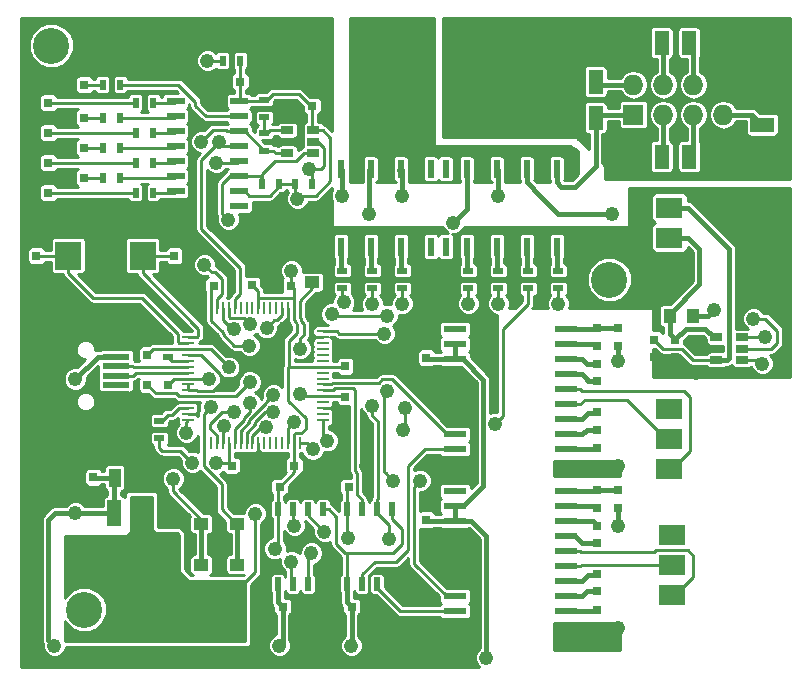
<source format=gtl>
G04 #@! TF.FileFunction,Copper,L1,Top,Signal*
%FSLAX46Y46*%
G04 Gerber Fmt 4.6, Leading zero omitted, Abs format (unit mm)*
G04 Created by KiCad (PCBNEW 4.0.6) date 06/24/17 11:55:09*
%MOMM*%
%LPD*%
G01*
G04 APERTURE LIST*
%ADD10C,0.100000*%
%ADD11C,3.048000*%
%ADD12R,0.800000X0.750000*%
%ADD13R,0.750000X0.800000*%
%ADD14R,0.797560X0.797560*%
%ADD15R,2.000000X1.250000*%
%ADD16R,1.250000X2.000000*%
%ADD17R,1.250000X1.000000*%
%ADD18R,1.000000X1.250000*%
%ADD19R,2.301240X0.500380*%
%ADD20R,2.499360X1.998980*%
%ADD21R,2.286000X1.778000*%
%ADD22R,1.727200X1.727200*%
%ADD23O,1.727200X1.727200*%
%ADD24C,6.604000*%
%ADD25R,0.500000X0.900000*%
%ADD26R,0.900000X0.500000*%
%ADD27R,1.500000X0.600000*%
%ADD28R,1.060000X0.650000*%
%ADD29R,0.508000X1.143000*%
%ADD30R,0.600000X1.500000*%
%ADD31R,1.950000X0.600000*%
%ADD32R,2.199640X2.400300*%
%ADD33R,1.000000X1.600000*%
%ADD34R,1.000000X0.250000*%
%ADD35R,0.250000X1.000000*%
%ADD36R,1.200000X2.200000*%
%ADD37R,3.500000X2.200000*%
%ADD38C,1.219200*%
%ADD39C,0.254000*%
%ADD40C,0.406400*%
%ADD41C,1.270000*%
G04 APERTURE END LIST*
D10*
D11*
X5842000Y-50546000D03*
X50292000Y-22606000D03*
D12*
X16788000Y-23114000D03*
X18288000Y-23114000D03*
D13*
X11176000Y-31508000D03*
X11176000Y-33008000D03*
X27940000Y-32524000D03*
X27940000Y-34024000D03*
D12*
X18300000Y-38354000D03*
X19800000Y-38354000D03*
D13*
X27940000Y-29960000D03*
X27940000Y-28460000D03*
X20066000Y-23102000D03*
X20066000Y-21602000D03*
X12954000Y-31496000D03*
X12954000Y-32996000D03*
X11176000Y-28956000D03*
X11176000Y-27456000D03*
X6604000Y-39358000D03*
X6604000Y-37858000D03*
X13462000Y-20574000D03*
X13462000Y-22074000D03*
D12*
X19038000Y-5842000D03*
X17538000Y-5842000D03*
X25134000Y-7874000D03*
X23634000Y-7874000D03*
D13*
X55880000Y-27698000D03*
X55880000Y-29198000D03*
X54102000Y-29198000D03*
X54102000Y-27698000D03*
D12*
X22364000Y-40132000D03*
X23864000Y-40132000D03*
X22618000Y-50292000D03*
X24118000Y-50292000D03*
X28206000Y-40132000D03*
X29706000Y-40132000D03*
X28460000Y-50292000D03*
X29960000Y-50292000D03*
D13*
X34798000Y-30722000D03*
X34798000Y-29222000D03*
X34798000Y-44438000D03*
X34798000Y-42938000D03*
X49276000Y-26694000D03*
X49276000Y-28194000D03*
X49276000Y-31218000D03*
X49276000Y-29718000D03*
X49276000Y-33806000D03*
X49276000Y-35306000D03*
X49276000Y-38330000D03*
X49276000Y-36830000D03*
X49276000Y-40410000D03*
X49276000Y-41910000D03*
X49276000Y-44934000D03*
X49276000Y-43434000D03*
X49276000Y-47510000D03*
X49276000Y-49010000D03*
X49276000Y-52046000D03*
X49276000Y-50546000D03*
X51054000Y-28194000D03*
X51054000Y-26694000D03*
X51054000Y-41910000D03*
X51054000Y-40410000D03*
D14*
X5829300Y-6096000D03*
X4330700Y-6096000D03*
X2781300Y-7620000D03*
X1282700Y-7620000D03*
X5829300Y-8890000D03*
X4330700Y-8890000D03*
X2781300Y-10160000D03*
X1282700Y-10160000D03*
X5829300Y-11430000D03*
X4330700Y-11430000D03*
X2781300Y-12700000D03*
X1282700Y-12700000D03*
X5829300Y-13970000D03*
X4330700Y-13970000D03*
X2781300Y-15240000D03*
X1282700Y-15240000D03*
D15*
X63246000Y-5745000D03*
X63246000Y-9495000D03*
D16*
X60803000Y-12192000D03*
X57053000Y-12192000D03*
X50957000Y-12192000D03*
X54707000Y-12192000D03*
X45369000Y-8890000D03*
X49119000Y-8890000D03*
X60803000Y-2540000D03*
X57053000Y-2540000D03*
X50957000Y-2540000D03*
X54707000Y-2540000D03*
X45369000Y-5842000D03*
X49119000Y-5842000D03*
D17*
X15748000Y-48752000D03*
X15748000Y-46752000D03*
X18796000Y-48736000D03*
X18796000Y-46736000D03*
D18*
X57388000Y-25654000D03*
X55388000Y-25654000D03*
D19*
X8529320Y-29133800D03*
X8529320Y-29933900D03*
X8529320Y-30734000D03*
X8529320Y-31534100D03*
X8529320Y-32334200D03*
D20*
X8430260Y-26283920D03*
X2931160Y-26283920D03*
X8430260Y-35184080D03*
X2931160Y-35184080D03*
D21*
X55372000Y-21590000D03*
X55372000Y-19050000D03*
X55372000Y-16510000D03*
D22*
X52324000Y-8636000D03*
D23*
X52324000Y-6096000D03*
X54864000Y-8636000D03*
X54864000Y-6096000D03*
X57404000Y-8636000D03*
X57404000Y-6096000D03*
X59944000Y-8636000D03*
X59944000Y-6096000D03*
D24*
X39395400Y-5842000D03*
X32232600Y-5842000D03*
D21*
X55372000Y-38608000D03*
X55372000Y-36068000D03*
X55372000Y-33528000D03*
X55626000Y-49276000D03*
X55626000Y-46736000D03*
X55626000Y-44196000D03*
D25*
X7378000Y-6096000D03*
X8878000Y-6096000D03*
X10172000Y-7620000D03*
X11672000Y-7620000D03*
X7378000Y-8890000D03*
X8878000Y-8890000D03*
X10172000Y-10160000D03*
X11672000Y-10160000D03*
X7378000Y-11430000D03*
X8878000Y-11430000D03*
X10172000Y-12700000D03*
X11672000Y-12700000D03*
X7378000Y-13970000D03*
X8878000Y-13970000D03*
X10172000Y-15240000D03*
X11672000Y-15240000D03*
X17538000Y-4064000D03*
X19038000Y-4064000D03*
D26*
X21082000Y-8878000D03*
X21082000Y-7378000D03*
D25*
X20840000Y-14478000D03*
X22340000Y-14478000D03*
X25134000Y-14478000D03*
X23634000Y-14478000D03*
D26*
X21082000Y-11684000D03*
X21082000Y-10184000D03*
X12954000Y-27698000D03*
X12954000Y-29198000D03*
X12192000Y-36044000D03*
X12192000Y-34544000D03*
X45974000Y-23356000D03*
X45974000Y-21856000D03*
X27686000Y-23344000D03*
X27686000Y-21844000D03*
X30226000Y-23344000D03*
X30226000Y-21844000D03*
X32766000Y-23344000D03*
X32766000Y-21844000D03*
X38354000Y-23356000D03*
X38354000Y-21856000D03*
X40894000Y-23356000D03*
X40894000Y-21856000D03*
X43434000Y-23356000D03*
X43434000Y-21856000D03*
D27*
X13556000Y-7493000D03*
X13556000Y-8763000D03*
X13556000Y-10033000D03*
X13556000Y-11303000D03*
X13556000Y-12573000D03*
X13556000Y-13843000D03*
X13556000Y-15113000D03*
X13556000Y-16383000D03*
X18956000Y-16383000D03*
X18956000Y-15113000D03*
X18956000Y-13843000D03*
X18956000Y-12573000D03*
X18956000Y-11303000D03*
X18956000Y-10033000D03*
X18956000Y-8763000D03*
X18956000Y-7493000D03*
D28*
X59352000Y-27498000D03*
X59352000Y-28448000D03*
X59352000Y-29398000D03*
X61552000Y-29398000D03*
X61552000Y-27498000D03*
X61552000Y-28448000D03*
D29*
X22225000Y-42037000D03*
X23495000Y-42037000D03*
X24765000Y-42037000D03*
X26035000Y-42037000D03*
X26035000Y-48387000D03*
X24765000Y-48387000D03*
X23495000Y-48387000D03*
X22225000Y-48387000D03*
X28067000Y-42037000D03*
X29337000Y-42037000D03*
X30607000Y-42037000D03*
X31877000Y-42037000D03*
X31877000Y-48387000D03*
X30607000Y-48387000D03*
X29337000Y-48387000D03*
X28067000Y-48387000D03*
D30*
X38227000Y-19810000D03*
X39497000Y-19810000D03*
X40767000Y-19810000D03*
X42037000Y-19810000D03*
X43307000Y-19810000D03*
X44577000Y-19810000D03*
X45847000Y-19810000D03*
X47117000Y-19810000D03*
X47117000Y-13210000D03*
X45847000Y-13210000D03*
X44577000Y-13210000D03*
X43307000Y-13210000D03*
X42037000Y-13210000D03*
X40767000Y-13210000D03*
X39497000Y-13210000D03*
X38227000Y-13210000D03*
X27559000Y-19810000D03*
X28829000Y-19810000D03*
X30099000Y-19810000D03*
X31369000Y-19810000D03*
X32639000Y-19810000D03*
X33909000Y-19810000D03*
X35179000Y-19810000D03*
X36449000Y-19810000D03*
X36449000Y-13210000D03*
X35179000Y-13210000D03*
X33909000Y-13210000D03*
X32639000Y-13210000D03*
X31369000Y-13210000D03*
X30099000Y-13210000D03*
X28829000Y-13210000D03*
X27559000Y-13210000D03*
D31*
X37210000Y-26797000D03*
X37210000Y-28067000D03*
X37210000Y-29337000D03*
X37210000Y-30607000D03*
X37210000Y-31877000D03*
X37210000Y-33147000D03*
X37210000Y-34417000D03*
X37210000Y-35687000D03*
X37210000Y-36957000D03*
X37210000Y-38227000D03*
X46610000Y-38227000D03*
X46610000Y-36957000D03*
X46610000Y-35687000D03*
X46610000Y-34417000D03*
X46610000Y-33147000D03*
X46610000Y-31877000D03*
X46610000Y-30607000D03*
X46610000Y-29337000D03*
X46610000Y-28067000D03*
X46610000Y-26797000D03*
X37210000Y-40513000D03*
X37210000Y-41783000D03*
X37210000Y-43053000D03*
X37210000Y-44323000D03*
X37210000Y-45593000D03*
X37210000Y-46863000D03*
X37210000Y-48133000D03*
X37210000Y-49403000D03*
X37210000Y-50673000D03*
X37210000Y-51943000D03*
X46610000Y-51943000D03*
X46610000Y-50673000D03*
X46610000Y-49403000D03*
X46610000Y-48133000D03*
X46610000Y-46863000D03*
X46610000Y-45593000D03*
X46610000Y-44323000D03*
X46610000Y-43053000D03*
X46610000Y-41783000D03*
X46610000Y-40513000D03*
D32*
X10769600Y-20574000D03*
X4470400Y-20574000D03*
D12*
X23610000Y-38354000D03*
X22110000Y-38354000D03*
D33*
X8406000Y-39370000D03*
X11406000Y-39370000D03*
D12*
X23344000Y-23114000D03*
X21844000Y-23114000D03*
D13*
X1778000Y-20586000D03*
X1778000Y-22086000D03*
D34*
X14620000Y-26984000D03*
X14620000Y-27484000D03*
X14620000Y-27984000D03*
X14620000Y-28484000D03*
X14620000Y-28984000D03*
X14620000Y-29484000D03*
X14620000Y-29984000D03*
X14620000Y-30484000D03*
X14620000Y-30984000D03*
X14620000Y-31484000D03*
X14620000Y-31984000D03*
X14620000Y-32484000D03*
X14620000Y-32984000D03*
X14620000Y-33484000D03*
X14620000Y-33984000D03*
X14620000Y-34484000D03*
D35*
X16570000Y-36434000D03*
X17070000Y-36434000D03*
X17570000Y-36434000D03*
X18070000Y-36434000D03*
X18570000Y-36434000D03*
X19070000Y-36434000D03*
X19570000Y-36434000D03*
X20070000Y-36434000D03*
X20570000Y-36434000D03*
X21070000Y-36434000D03*
X21570000Y-36434000D03*
X22070000Y-36434000D03*
X22570000Y-36434000D03*
X23070000Y-36434000D03*
X23570000Y-36434000D03*
X24070000Y-36434000D03*
D34*
X26020000Y-34484000D03*
X26020000Y-33984000D03*
X26020000Y-33484000D03*
X26020000Y-32984000D03*
X26020000Y-32484000D03*
X26020000Y-31984000D03*
X26020000Y-31484000D03*
X26020000Y-30984000D03*
X26020000Y-30484000D03*
X26020000Y-29984000D03*
X26020000Y-29484000D03*
X26020000Y-28984000D03*
X26020000Y-28484000D03*
X26020000Y-27984000D03*
X26020000Y-27484000D03*
X26020000Y-26984000D03*
D35*
X24070000Y-25034000D03*
X23570000Y-25034000D03*
X23070000Y-25034000D03*
X22570000Y-25034000D03*
X22070000Y-25034000D03*
X21570000Y-25034000D03*
X21070000Y-25034000D03*
X20570000Y-25034000D03*
X20070000Y-25034000D03*
X19570000Y-25034000D03*
X19070000Y-25034000D03*
X18570000Y-25034000D03*
X18070000Y-25034000D03*
X17570000Y-25034000D03*
X17070000Y-25034000D03*
X16570000Y-25034000D03*
D28*
X23030000Y-9972000D03*
X23030000Y-10922000D03*
X23030000Y-11872000D03*
X25230000Y-11872000D03*
X25230000Y-9972000D03*
X25230000Y-10922000D03*
D36*
X12968000Y-42366000D03*
X10668000Y-42366000D03*
X8368000Y-42366000D03*
D37*
X10668000Y-48566000D03*
D11*
X3048000Y-2794000D03*
D17*
X15748000Y-43291000D03*
X15748000Y-41291000D03*
X18796000Y-43291000D03*
X18796000Y-41291000D03*
X25146000Y-22820000D03*
X25146000Y-20820000D03*
D38*
X19844875Y-31268218D03*
X24130000Y-32334190D03*
X19812000Y-28194000D03*
X24130000Y-28448000D03*
X29718000Y-38354000D03*
X21082000Y-39624000D03*
X25654000Y-40132000D03*
X25146000Y-25654000D03*
X22860000Y-26670000D03*
X57658000Y-30480000D03*
X57658000Y-28194000D03*
X22606000Y-5842000D03*
X22606000Y-8834198D03*
X28117810Y-44485560D03*
X20320000Y-42418000D03*
X18796000Y-50292000D03*
X17018000Y-38100000D03*
X14986000Y-38100000D03*
X21977021Y-45389810D03*
X23876000Y-15748000D03*
X23368000Y-21844000D03*
X3302000Y-53594000D03*
X5080000Y-42366000D03*
X5074919Y-31031181D03*
X39878000Y-54610000D03*
X28448000Y-53594000D03*
X22352000Y-53594000D03*
X59182000Y-25146000D03*
X51054000Y-38354000D03*
X51054000Y-29464000D03*
X51054000Y-52070000D03*
X51054000Y-43434000D03*
X50546000Y-17018000D03*
X37084000Y-17780000D03*
X29972000Y-17018000D03*
X40894000Y-15494000D03*
X32766000Y-15494000D03*
X27686000Y-15494000D03*
X18509643Y-26804011D03*
X18034000Y-17526000D03*
X16002000Y-21336000D03*
X17018000Y-12700000D03*
X24892000Y-13208000D03*
X19854940Y-26341807D03*
X15748000Y-10922000D03*
X45974000Y-24638000D03*
X19833247Y-33041247D03*
X27794249Y-24536557D03*
X21844000Y-32359587D03*
X30226000Y-24638000D03*
X21844000Y-33782000D03*
X32990452Y-33483549D03*
X32773094Y-35363160D03*
X32766000Y-24638000D03*
X21208543Y-35121300D03*
X38354000Y-24638000D03*
X23557889Y-34672999D03*
X25182897Y-36954832D03*
X40894000Y-24638000D03*
X26416000Y-36245810D03*
X40640000Y-34798000D03*
X25062477Y-45747208D03*
X63246000Y-29718000D03*
X23368000Y-46482000D03*
X63500000Y-27432000D03*
X16374480Y-31049453D03*
X13370584Y-39458395D03*
X18059943Y-30026304D03*
X16540483Y-33401021D03*
X17224097Y-10993391D03*
X16256000Y-4064000D03*
X62484000Y-25908000D03*
X18530297Y-33839509D03*
X17650723Y-35005912D03*
X23622000Y-43434000D03*
X14478000Y-35560000D03*
X26162000Y-43942000D03*
X31667721Y-44559592D03*
X31242000Y-27178000D03*
X30226000Y-33274000D03*
X26769258Y-25522787D03*
X21261358Y-26679246D03*
X31496000Y-25654000D03*
X31496000Y-32004000D03*
X32004000Y-39624000D03*
X34290000Y-39624000D03*
D39*
X24130000Y-27585896D02*
X24130000Y-28448000D01*
X24442291Y-26341197D02*
X24442291Y-27273605D01*
X24206199Y-26105105D02*
X24442291Y-26341197D01*
X24070000Y-25788000D02*
X24206199Y-25924199D01*
X24206199Y-25924199D02*
X24206199Y-26105105D01*
X24442291Y-27273605D02*
X24130000Y-27585896D01*
X24070000Y-25034000D02*
X24070000Y-25788000D01*
X19235276Y-31877817D02*
X19844875Y-31268218D01*
X18651882Y-32461211D02*
X19235276Y-31877817D01*
X15396789Y-32461211D02*
X18651882Y-32461211D01*
X15374000Y-32484000D02*
X15396789Y-32461211D01*
X14620000Y-32484000D02*
X15374000Y-32484000D01*
X17569842Y-27083250D02*
X17569842Y-27255116D01*
X16570000Y-26083408D02*
X17569842Y-27083250D01*
X16570000Y-25034000D02*
X16570000Y-26083408D01*
X17569842Y-27255116D02*
X18508726Y-28194000D01*
X18508726Y-28194000D02*
X18949896Y-28194000D01*
X18949896Y-28194000D02*
X19812000Y-28194000D01*
X25146000Y-22820000D02*
X25146000Y-23320000D01*
X24279810Y-32484000D02*
X24130000Y-32334190D01*
X26020000Y-32484000D02*
X24279810Y-32484000D01*
X26020000Y-32484000D02*
X27900000Y-32484000D01*
X27900000Y-32484000D02*
X27940000Y-32524000D01*
X24070000Y-25034000D02*
X24070000Y-24396000D01*
X24070000Y-24396000D02*
X25146000Y-23320000D01*
X16570000Y-25034000D02*
X16570000Y-23332000D01*
X16570000Y-23332000D02*
X16788000Y-23114000D01*
X14620000Y-32484000D02*
X13866000Y-32484000D01*
X13620201Y-32238201D02*
X11881201Y-32238201D01*
X11176000Y-31533000D02*
X11176000Y-31508000D01*
X13866000Y-32484000D02*
X13620201Y-32238201D01*
X11881201Y-32238201D02*
X11176000Y-31533000D01*
D40*
X23864000Y-40132000D02*
X25654000Y-40132000D01*
D39*
X23070000Y-25034000D02*
X23070000Y-26460000D01*
X23070000Y-26460000D02*
X22860000Y-26670000D01*
D40*
X59352000Y-28448000D02*
X57912000Y-28448000D01*
X57912000Y-28448000D02*
X57658000Y-28194000D01*
D39*
X30330138Y-47244000D02*
X31051500Y-47244000D01*
X31877000Y-48069500D02*
X31877000Y-48387000D01*
X31051500Y-47244000D02*
X31877000Y-48069500D01*
X29972000Y-49651000D02*
X29972000Y-47602138D01*
X29972000Y-47602138D02*
X30330138Y-47244000D01*
X29960000Y-50292000D02*
X29960000Y-49663000D01*
X29960000Y-49663000D02*
X29972000Y-49651000D01*
X27940000Y-34024000D02*
X27400000Y-33484000D01*
X27400000Y-33484000D02*
X26020000Y-33484000D01*
X20570000Y-36434000D02*
X20570000Y-37842000D01*
X8529320Y-32334200D02*
X8529320Y-35085020D01*
X8529320Y-35085020D02*
X8430260Y-35184080D01*
X16764000Y-32004000D02*
X17591443Y-31176557D01*
X17591443Y-31176557D02*
X17591443Y-30979443D01*
X15394000Y-32004000D02*
X16764000Y-32004000D01*
X14620000Y-31984000D02*
X15374000Y-31984000D01*
X18804557Y-30979443D02*
X19304000Y-30480000D01*
X17591443Y-30979443D02*
X18804557Y-30979443D01*
X17314282Y-30702282D02*
X17591443Y-30979443D01*
X14620000Y-28984000D02*
X15699935Y-28984000D01*
X19304000Y-29635866D02*
X17112633Y-27444499D01*
X17112633Y-27444499D02*
X17112633Y-27272633D01*
X17112633Y-27272633D02*
X15748000Y-25908000D01*
X19304000Y-29972000D02*
X19304000Y-29635866D01*
X19304000Y-30480000D02*
X19304000Y-29972000D01*
X17314282Y-30598347D02*
X17314282Y-30702282D01*
X15699935Y-28984000D02*
X17314282Y-30598347D01*
X15374000Y-31984000D02*
X15394000Y-32004000D01*
X14620000Y-31484000D02*
X14620000Y-31984000D01*
X15494000Y-33864000D02*
X15494000Y-33104000D01*
X15494000Y-33104000D02*
X15374000Y-32984000D01*
X15374000Y-32984000D02*
X14620000Y-32984000D01*
X14620000Y-33984000D02*
X15374000Y-33984000D01*
X15374000Y-33984000D02*
X15494000Y-33864000D01*
X14620000Y-32984000D02*
X12966000Y-32984000D01*
X12966000Y-32984000D02*
X12954000Y-32996000D01*
X14538000Y-26984000D02*
X10922000Y-23368000D01*
X23070000Y-26714000D02*
X19812000Y-29972000D01*
X19812000Y-29972000D02*
X19304000Y-29972000D01*
X23070000Y-25034000D02*
X23070000Y-26714000D01*
X14620000Y-26984000D02*
X14538000Y-26984000D01*
X26020000Y-27484000D02*
X24944000Y-27484000D01*
D41*
X8636000Y-35389820D02*
X8430260Y-35184080D01*
D39*
X23514410Y-9036412D02*
X23634000Y-8916822D01*
X23634000Y-8916822D02*
X23634000Y-7874000D01*
X23514410Y-9036412D02*
X22808214Y-9036412D01*
X22808214Y-9036412D02*
X22606000Y-8834198D01*
X23890201Y-9412201D02*
X23514410Y-9036412D01*
X23876000Y-10922000D02*
X23890201Y-10907799D01*
X23890201Y-10907799D02*
X23890201Y-9412201D01*
X23030000Y-10922000D02*
X23876000Y-10922000D01*
X14986000Y-38100000D02*
X13970000Y-37084000D01*
X13970000Y-37084000D02*
X12446000Y-37084000D01*
X12446000Y-37084000D02*
X12192000Y-36830000D01*
X12192000Y-36830000D02*
X12192000Y-36044000D01*
X28067000Y-44434750D02*
X28117810Y-44485560D01*
X28067000Y-42037000D02*
X28067000Y-44434750D01*
X23799802Y-27121785D02*
X23126000Y-27795587D01*
X23570000Y-25034000D02*
X23570000Y-25989092D01*
X23799802Y-26345301D02*
X23799802Y-27121785D01*
X23748988Y-26294487D02*
X23799802Y-26345301D01*
X23748988Y-26168080D02*
X23748988Y-26294487D01*
X23126000Y-27795587D02*
X23126000Y-29984000D01*
X23570000Y-25989092D02*
X23748988Y-26168080D01*
X23570000Y-35737802D02*
X23570000Y-36434000D01*
X23704003Y-35603799D02*
X23570000Y-35737802D01*
X24207109Y-35603799D02*
X23704003Y-35603799D01*
X24561802Y-35249106D02*
X24207109Y-35603799D01*
X24561802Y-34346894D02*
X24561802Y-35249106D01*
X23114000Y-32899092D02*
X24561802Y-34346894D01*
X23114000Y-29972000D02*
X23114000Y-32899092D01*
X20320000Y-42418000D02*
X20320000Y-47337000D01*
X20320000Y-47337000D02*
X18921000Y-48736000D01*
X18921000Y-48736000D02*
X18796000Y-48736000D01*
X17018000Y-38100000D02*
X18046000Y-38100000D01*
X18046000Y-38100000D02*
X18300000Y-38354000D01*
X22225000Y-45141831D02*
X21977021Y-45389810D01*
X22225000Y-42037000D02*
X22225000Y-45141831D01*
X26020000Y-29984000D02*
X23126000Y-29984000D01*
X23126000Y-29984000D02*
X23114000Y-29972000D01*
X20570000Y-24130000D02*
X20570000Y-23606000D01*
X20570000Y-25034000D02*
X20570000Y-24130000D01*
X23570000Y-25034000D02*
X23570000Y-24130000D01*
X23570000Y-24130000D02*
X23570000Y-23340000D01*
X20570000Y-24130000D02*
X23570000Y-24130000D01*
X23344000Y-23114000D02*
X23344000Y-21868000D01*
X23344000Y-21868000D02*
X23368000Y-21844000D01*
X28067000Y-42037000D02*
X28067000Y-40271000D01*
X28067000Y-40271000D02*
X28206000Y-40132000D01*
X22225000Y-42037000D02*
X22225000Y-40271000D01*
X22225000Y-40271000D02*
X22364000Y-40132000D01*
X18070000Y-37338000D02*
X18070000Y-38124000D01*
X18070000Y-36434000D02*
X18070000Y-37338000D01*
X23570000Y-36434000D02*
X23570000Y-37338000D01*
X23570000Y-37338000D02*
X23570000Y-38314000D01*
X23610000Y-38354000D02*
X23610000Y-38886000D01*
X23610000Y-38886000D02*
X22364000Y-40132000D01*
X18070000Y-38124000D02*
X18300000Y-38354000D01*
X23570000Y-38314000D02*
X23610000Y-38354000D01*
X26020000Y-29984000D02*
X27916000Y-29984000D01*
X27916000Y-29984000D02*
X27940000Y-29960000D01*
X23570000Y-23340000D02*
X23344000Y-23114000D01*
X20570000Y-23606000D02*
X20066000Y-23102000D01*
X19038000Y-4064000D02*
X19038000Y-5842000D01*
X23634000Y-14478000D02*
X23634000Y-15182000D01*
X23634000Y-15182000D02*
X23946000Y-15494000D01*
X23946000Y-15494000D02*
X25412362Y-15494000D01*
X25412362Y-15494000D02*
X26670000Y-14236362D01*
X26670000Y-14236362D02*
X26670000Y-10628000D01*
X26670000Y-10628000D02*
X26014000Y-9972000D01*
X26014000Y-9972000D02*
X25230000Y-9972000D01*
X22340000Y-14478000D02*
X23634000Y-14478000D01*
X19787000Y-15494000D02*
X21524000Y-15494000D01*
X21524000Y-15494000D02*
X22340000Y-14678000D01*
X22340000Y-14678000D02*
X22340000Y-14478000D01*
X18956000Y-15113000D02*
X19406000Y-15113000D01*
X19406000Y-15113000D02*
X19787000Y-15494000D01*
X24003362Y-6874000D02*
X25134000Y-8004638D01*
X25134000Y-8004638D02*
X25134000Y-8636000D01*
X21786000Y-6874000D02*
X24003362Y-6874000D01*
X21282000Y-7378000D02*
X21786000Y-6874000D01*
X21082000Y-7378000D02*
X21282000Y-7378000D01*
X25134000Y-8128000D02*
X25134000Y-8890000D01*
X18956000Y-7493000D02*
X20967000Y-7493000D01*
X20967000Y-7493000D02*
X21082000Y-7378000D01*
X19038000Y-5842000D02*
X19038000Y-7411000D01*
X19038000Y-7411000D02*
X18956000Y-7493000D01*
X25134000Y-8890000D02*
X25134000Y-9876000D01*
X25134000Y-9876000D02*
X25230000Y-9972000D01*
X27940000Y-45720000D02*
X28067000Y-45847000D01*
X28067000Y-45847000D02*
X28067000Y-48387000D01*
X26035000Y-42037000D02*
X26543000Y-42037000D01*
X27178000Y-44958000D02*
X27940000Y-45720000D01*
X32766000Y-44958000D02*
X32766000Y-43751500D01*
X32766000Y-43751500D02*
X31877000Y-42862500D01*
X26543000Y-42037000D02*
X27178000Y-42672000D01*
X27178000Y-42672000D02*
X27178000Y-44958000D01*
X32004000Y-45720000D02*
X32766000Y-44958000D01*
X27940000Y-45720000D02*
X32004000Y-45720000D01*
X31877000Y-42862500D02*
X31877000Y-42037000D01*
X26035000Y-42037000D02*
X26035000Y-42354500D01*
D40*
X28460000Y-50292000D02*
X28460000Y-53582000D01*
X28460000Y-53582000D02*
X28448000Y-53594000D01*
X28460000Y-53328000D02*
X28448000Y-53340000D01*
X37885000Y-41783000D02*
X37210000Y-41783000D01*
X39623999Y-40044001D02*
X37885000Y-41783000D01*
X39623999Y-31075999D02*
X39623999Y-40044001D01*
X37885000Y-29337000D02*
X39623999Y-31075999D01*
X37210000Y-29337000D02*
X37885000Y-29337000D01*
X8368000Y-42366000D02*
X5080000Y-42366000D01*
X5080000Y-42366000D02*
X3354000Y-42366000D01*
X39878000Y-44339600D02*
X39878000Y-54610000D01*
X37210000Y-43053000D02*
X38591400Y-43053000D01*
X38591400Y-43053000D02*
X39878000Y-44339600D01*
X37210000Y-29337000D02*
X34913000Y-29337000D01*
X34913000Y-29337000D02*
X34798000Y-29222000D01*
X37210000Y-28067000D02*
X37210000Y-29337000D01*
X37210000Y-43053000D02*
X34913000Y-43053000D01*
X34913000Y-43053000D02*
X34798000Y-42938000D01*
X37210000Y-41783000D02*
X37210000Y-43053000D01*
X22352000Y-53594000D02*
X22618000Y-53328000D01*
X22618000Y-53328000D02*
X22618000Y-50292000D01*
X2794000Y-53086000D02*
X3302000Y-53594000D01*
X2794000Y-42926000D02*
X2794000Y-53086000D01*
X3354000Y-42366000D02*
X2794000Y-42926000D01*
X57388000Y-25654000D02*
X58674000Y-25654000D01*
X58674000Y-25654000D02*
X59182000Y-25146000D01*
X8529320Y-29133800D02*
X6972300Y-29133800D01*
X6972300Y-29133800D02*
X5074919Y-31031181D01*
X8406000Y-39370000D02*
X6616000Y-39370000D01*
X6616000Y-39370000D02*
X6604000Y-39358000D01*
X8368000Y-42366000D02*
X8368000Y-39408000D01*
X8368000Y-39408000D02*
X8406000Y-39370000D01*
X22225000Y-48387000D02*
X22225000Y-49899000D01*
X22225000Y-49899000D02*
X22618000Y-50292000D01*
X28067000Y-48387000D02*
X28067000Y-49899000D01*
X28067000Y-49899000D02*
X28460000Y-50292000D01*
D39*
X15494000Y-26752550D02*
X15494000Y-27364000D01*
X15494000Y-27364000D02*
X15374000Y-27484000D01*
X15374000Y-27484000D02*
X14620000Y-27484000D01*
X10769600Y-20574000D02*
X10769600Y-22028150D01*
X10769600Y-22028150D02*
X15494000Y-26752550D01*
X13462000Y-20574000D02*
X10769600Y-20574000D01*
X6572250Y-24130000D02*
X10680362Y-24130000D01*
X10680362Y-24130000D02*
X13734201Y-27183839D01*
X13734201Y-27183839D02*
X13734201Y-27852201D01*
X13734201Y-27852201D02*
X13866000Y-27984000D01*
X13866000Y-27984000D02*
X14620000Y-27984000D01*
X4470400Y-20574000D02*
X4470400Y-22028150D01*
X4470400Y-22028150D02*
X6572250Y-24130000D01*
X1778000Y-20586000D02*
X4458400Y-20586000D01*
X4458400Y-20586000D02*
X4470400Y-20574000D01*
D40*
X57912000Y-20040600D02*
X57912000Y-23005000D01*
X57912000Y-23005000D02*
X55388000Y-25529000D01*
X55388000Y-25529000D02*
X55388000Y-25654000D01*
X55372000Y-19050000D02*
X56921400Y-19050000D01*
X56921400Y-19050000D02*
X57912000Y-20040600D01*
X55880000Y-27698000D02*
X55880000Y-27673000D01*
X55880000Y-27673000D02*
X56786400Y-26766600D01*
X56786400Y-26766600D02*
X58415600Y-26766600D01*
X58415600Y-26766600D02*
X59147000Y-27498000D01*
X59147000Y-27498000D02*
X59352000Y-27498000D01*
X55388000Y-25654000D02*
X55388000Y-27206000D01*
X55388000Y-27206000D02*
X55880000Y-27698000D01*
D39*
X56407799Y-28467799D02*
X57338000Y-29398000D01*
X57338000Y-29398000D02*
X59352000Y-29398000D01*
X54102000Y-27698000D02*
X54102000Y-27723000D01*
X54102000Y-27723000D02*
X54846799Y-28467799D01*
X54846799Y-28467799D02*
X56407799Y-28467799D01*
D40*
X60452000Y-20040600D02*
X60452000Y-29234400D01*
X60452000Y-29234400D02*
X60288400Y-29398000D01*
X60288400Y-29398000D02*
X59352000Y-29398000D01*
X55372000Y-16510000D02*
X56921400Y-16510000D01*
X56921400Y-16510000D02*
X60452000Y-20040600D01*
X49276000Y-26694000D02*
X51054000Y-26694000D01*
X46610000Y-26797000D02*
X49173000Y-26797000D01*
X49173000Y-26797000D02*
X49276000Y-26694000D01*
X46610000Y-28067000D02*
X49149000Y-28067000D01*
X49149000Y-28067000D02*
X49276000Y-28194000D01*
X48372400Y-30988000D02*
X48372400Y-31095800D01*
X48372400Y-31095800D02*
X48494600Y-31218000D01*
X48494600Y-31218000D02*
X49276000Y-31218000D01*
X46610000Y-30607000D02*
X47991400Y-30607000D01*
X47991400Y-30607000D02*
X48372400Y-30988000D01*
X48372400Y-29718000D02*
X49276000Y-29718000D01*
X46610000Y-29337000D02*
X47991400Y-29337000D01*
X47991400Y-29337000D02*
X48372400Y-29718000D01*
X48514000Y-33894400D02*
X49187600Y-33894400D01*
X49187600Y-33894400D02*
X49276000Y-33806000D01*
X46610000Y-34417000D02*
X47991400Y-34417000D01*
X47991400Y-34417000D02*
X48514000Y-33894400D01*
X48372400Y-35306000D02*
X49276000Y-35306000D01*
X46610000Y-35687000D02*
X47991400Y-35687000D01*
X47991400Y-35687000D02*
X48372400Y-35306000D01*
X51054000Y-28194000D02*
X51054000Y-29464000D01*
X46610000Y-36957000D02*
X49149000Y-36957000D01*
X49149000Y-36957000D02*
X49276000Y-36830000D01*
X49276000Y-40410000D02*
X51054000Y-40410000D01*
X46610000Y-40513000D02*
X49173000Y-40513000D01*
X49173000Y-40513000D02*
X49276000Y-40410000D01*
X46610000Y-41783000D02*
X49149000Y-41783000D01*
X49149000Y-41783000D02*
X49276000Y-41910000D01*
X47371000Y-44323000D02*
X47982000Y-44934000D01*
X47982000Y-44934000D02*
X49276000Y-44934000D01*
X46610000Y-44323000D02*
X47371000Y-44323000D01*
X46610000Y-43053000D02*
X48895000Y-43053000D01*
X48895000Y-43053000D02*
X49276000Y-43434000D01*
X48514000Y-47610400D02*
X49175600Y-47610400D01*
X49175600Y-47610400D02*
X49276000Y-47510000D01*
X46610000Y-48133000D02*
X47991400Y-48133000D01*
X47991400Y-48133000D02*
X48514000Y-47610400D01*
X46610000Y-49403000D02*
X47991400Y-49403000D01*
X47991400Y-49403000D02*
X48384400Y-49010000D01*
X48384400Y-49010000D02*
X49276000Y-49010000D01*
X51054000Y-41910000D02*
X51054000Y-43434000D01*
X46610000Y-50673000D02*
X49149000Y-50673000D01*
X49149000Y-50673000D02*
X49276000Y-50546000D01*
D39*
X5829300Y-6096000D02*
X7378000Y-6096000D01*
X2781300Y-7620000D02*
X3434080Y-7620000D01*
X3434080Y-7620000D02*
X10172000Y-7620000D01*
X5829300Y-8890000D02*
X7378000Y-8890000D01*
X2781300Y-10160000D02*
X3434080Y-10160000D01*
X3434080Y-10160000D02*
X10172000Y-10160000D01*
X5829300Y-11430000D02*
X7378000Y-11430000D01*
X2781300Y-12700000D02*
X10172000Y-12700000D01*
X5829300Y-13970000D02*
X7378000Y-13970000D01*
X2781300Y-15240000D02*
X10172000Y-15240000D01*
D40*
X44450000Y-15494000D02*
X45974000Y-17018000D01*
X45974000Y-17018000D02*
X50546000Y-17018000D01*
X44434600Y-15494000D02*
X44450000Y-15494000D01*
X43307000Y-13210000D02*
X43307000Y-14366400D01*
X43307000Y-14366400D02*
X44434600Y-15494000D01*
X59944000Y-8636000D02*
X62387000Y-8636000D01*
X62387000Y-8636000D02*
X63246000Y-9495000D01*
X37084000Y-17780000D02*
X38227000Y-16637000D01*
X38227000Y-16637000D02*
X38227000Y-15671777D01*
X38227000Y-15671777D02*
X38227000Y-13210000D01*
X57404000Y-8636000D02*
X57404000Y-11841000D01*
X57404000Y-11841000D02*
X57053000Y-12192000D01*
X29972000Y-15240000D02*
X29972000Y-17018000D01*
X29972000Y-15240000D02*
X29972000Y-13337000D01*
X54864000Y-8636000D02*
X54864000Y-12035000D01*
X54864000Y-12035000D02*
X54707000Y-12192000D01*
X29972000Y-13337000D02*
X30099000Y-13210000D01*
X46212600Y-14732000D02*
X47376522Y-14732000D01*
X47376522Y-14732000D02*
X49119000Y-12989522D01*
X49119000Y-12989522D02*
X49119000Y-10296400D01*
X49119000Y-10296400D02*
X49119000Y-8890000D01*
X45847000Y-13210000D02*
X45847000Y-14366400D01*
X45847000Y-14366400D02*
X46212600Y-14732000D01*
X52324000Y-8636000D02*
X49373000Y-8636000D01*
X49373000Y-8636000D02*
X49119000Y-8890000D01*
X40894000Y-15494000D02*
X40894000Y-13337000D01*
X40894000Y-13337000D02*
X40767000Y-13210000D01*
X57404000Y-6096000D02*
X57404000Y-2891000D01*
X57404000Y-2891000D02*
X57053000Y-2540000D01*
X32766000Y-15494000D02*
X32766000Y-13337000D01*
X32766000Y-13337000D02*
X32639000Y-13210000D01*
X32512000Y-13337000D02*
X32639000Y-13210000D01*
X54864000Y-6096000D02*
X54864000Y-2697000D01*
X54864000Y-2697000D02*
X54707000Y-2540000D01*
X27686000Y-15494000D02*
X27686000Y-13337000D01*
X27686000Y-13337000D02*
X27559000Y-13210000D01*
X52324000Y-6096000D02*
X49373000Y-6096000D01*
X49373000Y-6096000D02*
X49119000Y-5842000D01*
D39*
X8529320Y-29933900D02*
X9933940Y-29933900D01*
X9933940Y-29933900D02*
X9984040Y-29984000D01*
X9984040Y-29984000D02*
X13866000Y-29984000D01*
X13866000Y-29984000D02*
X14620000Y-29984000D01*
X8529320Y-30734000D02*
X9933940Y-30734000D01*
X9933940Y-30734000D02*
X10183940Y-30484000D01*
X10183940Y-30484000D02*
X14620000Y-30484000D01*
X57150000Y-32512000D02*
X57150000Y-37084000D01*
X57150000Y-37084000D02*
X55626000Y-38608000D01*
X55626000Y-38608000D02*
X55372000Y-38608000D01*
X56642000Y-32004000D02*
X57150000Y-32512000D01*
X47966000Y-32004000D02*
X56642000Y-32004000D01*
X46610000Y-31877000D02*
X47839000Y-31877000D01*
X47839000Y-31877000D02*
X47966000Y-32004000D01*
X48220000Y-32766000D02*
X51816000Y-32766000D01*
X51816000Y-32766000D02*
X55118000Y-36068000D01*
X55118000Y-36068000D02*
X55372000Y-36068000D01*
X46610000Y-33147000D02*
X47839000Y-33147000D01*
X47839000Y-33147000D02*
X48220000Y-32766000D01*
X57404000Y-45974000D02*
X57404000Y-47752000D01*
X57404000Y-47752000D02*
X55880000Y-49276000D01*
X55880000Y-49276000D02*
X55626000Y-49276000D01*
X56946799Y-45516799D02*
X57404000Y-45974000D01*
X46610000Y-45593000D02*
X47839000Y-45593000D01*
X47839000Y-45593000D02*
X47910201Y-45664201D01*
X54218839Y-45516799D02*
X56946799Y-45516799D01*
X47910201Y-45664201D02*
X54071437Y-45664201D01*
X54071437Y-45664201D02*
X54218839Y-45516799D01*
X46610000Y-46863000D02*
X47839000Y-46863000D01*
X47839000Y-46863000D02*
X47966000Y-46736000D01*
X47966000Y-46736000D02*
X54229000Y-46736000D01*
X54229000Y-46736000D02*
X55626000Y-46736000D01*
X15240000Y-7874000D02*
X16129000Y-8763000D01*
X16129000Y-8763000D02*
X18956000Y-8763000D01*
X15240000Y-7532638D02*
X15240000Y-7874000D01*
X8878000Y-6096000D02*
X13803362Y-6096000D01*
X13803362Y-6096000D02*
X15240000Y-7532638D01*
X11672000Y-7620000D02*
X13429000Y-7620000D01*
X13429000Y-7620000D02*
X13556000Y-7493000D01*
X8878000Y-8890000D02*
X13429000Y-8890000D01*
X13429000Y-8890000D02*
X13556000Y-8763000D01*
X11672000Y-10160000D02*
X13429000Y-10160000D01*
X13429000Y-10160000D02*
X13556000Y-10033000D01*
X8878000Y-11430000D02*
X13429000Y-11430000D01*
X13429000Y-11430000D02*
X13556000Y-11303000D01*
X11672000Y-12700000D02*
X13429000Y-12700000D01*
X13429000Y-12700000D02*
X13556000Y-12573000D01*
X8878000Y-13970000D02*
X13429000Y-13970000D01*
X13429000Y-13970000D02*
X13556000Y-13843000D01*
X11672000Y-15240000D02*
X13429000Y-15240000D01*
X13429000Y-15240000D02*
X13556000Y-15113000D01*
X21082000Y-10184000D02*
X21082000Y-8878000D01*
X21312000Y-10184000D02*
X21524000Y-9972000D01*
X21524000Y-9972000D02*
X23030000Y-9972000D01*
X21082000Y-10184000D02*
X21312000Y-10184000D01*
X20882000Y-8878000D02*
X21082000Y-8878000D01*
X17570000Y-25034000D02*
X17570000Y-26014140D01*
X17570000Y-26014140D02*
X18359871Y-26804011D01*
X18359871Y-26804011D02*
X18509643Y-26804011D01*
X17526000Y-17018000D02*
X18034000Y-17526000D01*
X17526000Y-14478000D02*
X17526000Y-17018000D01*
X18161000Y-13843000D02*
X17526000Y-14478000D01*
X18956000Y-13843000D02*
X18161000Y-13843000D01*
X20840000Y-13704000D02*
X20840000Y-13970000D01*
X20840000Y-13970000D02*
X20840000Y-14478000D01*
X20713000Y-13843000D02*
X20840000Y-13970000D01*
X18956000Y-13843000D02*
X20713000Y-13843000D01*
X25230000Y-11872000D02*
X24446000Y-11872000D01*
X24446000Y-11872000D02*
X23790799Y-12527201D01*
X23790799Y-12527201D02*
X22016799Y-12527201D01*
X22016799Y-12527201D02*
X20840000Y-13704000D01*
X17518201Y-22598201D02*
X16865599Y-21945599D01*
X16865599Y-21945599D02*
X16611599Y-21945599D01*
X16611599Y-21945599D02*
X16002000Y-21336000D01*
X17518201Y-23831799D02*
X17518201Y-22598201D01*
X17070000Y-24280000D02*
X17518201Y-23831799D01*
X17070000Y-25034000D02*
X17070000Y-24280000D01*
X26162000Y-12954000D02*
X26162000Y-11430000D01*
X25908000Y-13208000D02*
X26162000Y-12954000D01*
X24892000Y-13208000D02*
X25908000Y-13208000D01*
X17018000Y-12700000D02*
X18829000Y-12700000D01*
X18829000Y-12700000D02*
X18956000Y-12573000D01*
X25134000Y-14478000D02*
X25134000Y-13450000D01*
X25134000Y-13450000D02*
X24892000Y-13208000D01*
X26162000Y-11430000D02*
X25654000Y-10922000D01*
X25654000Y-10922000D02*
X25230000Y-10922000D01*
X19377334Y-25864201D02*
X19854940Y-26341807D01*
X18146201Y-25864201D02*
X19377334Y-25864201D01*
X18070000Y-25034000D02*
X18070000Y-25788000D01*
X18070000Y-25788000D02*
X18146201Y-25864201D01*
X16002000Y-10668000D02*
X15748000Y-10922000D01*
X16764000Y-9906000D02*
X16002000Y-10668000D01*
X17825000Y-9906000D02*
X16764000Y-9906000D01*
X18956000Y-10033000D02*
X17952000Y-10033000D01*
X17952000Y-10033000D02*
X17825000Y-9906000D01*
X18956000Y-10033000D02*
X19406000Y-10033000D01*
X19406000Y-10033000D02*
X21057000Y-11684000D01*
X21057000Y-11684000D02*
X21082000Y-11684000D01*
X21844000Y-11684000D02*
X22032000Y-11872000D01*
X22032000Y-11872000D02*
X23030000Y-11872000D01*
X21082000Y-11684000D02*
X21844000Y-11684000D01*
X14620000Y-29484000D02*
X13240000Y-29484000D01*
X13240000Y-29484000D02*
X12954000Y-29198000D01*
X14620000Y-33484000D02*
X13835362Y-33484000D01*
X13279362Y-34040000D02*
X12896000Y-34040000D01*
X13835362Y-33484000D02*
X13279362Y-34040000D01*
X12896000Y-34040000D02*
X12392000Y-34544000D01*
X12392000Y-34544000D02*
X12192000Y-34544000D01*
X45974000Y-24638000D02*
X45974000Y-23356000D01*
X18570000Y-36434000D02*
X18570000Y-35274860D01*
X19354319Y-34291430D02*
X19833247Y-33812502D01*
X18570000Y-35274860D02*
X19354319Y-34490541D01*
X19354319Y-34490541D02*
X19354319Y-34291430D01*
X19833247Y-33812502D02*
X19833247Y-33041247D01*
D40*
X45847000Y-19810000D02*
X45847000Y-21729000D01*
X45847000Y-21729000D02*
X45974000Y-21856000D01*
D39*
X27686000Y-24428308D02*
X27794249Y-24536557D01*
X27686000Y-23344000D02*
X27686000Y-24428308D01*
X19811530Y-34480812D02*
X21234401Y-33057941D01*
X21234401Y-33057941D02*
X21234401Y-32969186D01*
X19070000Y-35421453D02*
X19811530Y-34679923D01*
X19811530Y-34679923D02*
X19811530Y-34480812D01*
X19070000Y-36434000D02*
X19070000Y-35421453D01*
X21234401Y-32969186D02*
X21844000Y-32359587D01*
D40*
X27559000Y-19810000D02*
X27559000Y-21717000D01*
X27559000Y-21717000D02*
X27686000Y-21844000D01*
D39*
X30226000Y-24638000D02*
X30226000Y-23344000D01*
X19570000Y-36434000D02*
X19570000Y-35568045D01*
X20268741Y-34869304D02*
X20268741Y-34670194D01*
X19570000Y-35568045D02*
X20268741Y-34869304D01*
X21156935Y-33782000D02*
X21844000Y-33782000D01*
X20268741Y-34670194D02*
X21156935Y-33782000D01*
D40*
X30099000Y-19810000D02*
X30099000Y-21717000D01*
X30099000Y-21717000D02*
X30226000Y-21844000D01*
D39*
X32990452Y-33483549D02*
X32990452Y-35145802D01*
X32990452Y-35145802D02*
X32773094Y-35363160D01*
X32766000Y-24638000D02*
X32766000Y-23344000D01*
X20070000Y-35809728D02*
X20758428Y-35121300D01*
X20758428Y-35121300D02*
X21208543Y-35121300D01*
X20070000Y-36434000D02*
X20070000Y-35809728D01*
D40*
X32639000Y-19810000D02*
X32639000Y-21717000D01*
X32639000Y-21717000D02*
X32766000Y-21844000D01*
D39*
X38354000Y-24638000D02*
X38354000Y-23356000D01*
X23070000Y-35160888D02*
X23557889Y-34672999D01*
X23070000Y-36434000D02*
X23070000Y-35160888D01*
D40*
X38227000Y-19810000D02*
X38227000Y-21729000D01*
X38227000Y-21729000D02*
X38354000Y-21856000D01*
D39*
X24662065Y-36434000D02*
X25182897Y-36954832D01*
X24070000Y-36434000D02*
X24662065Y-36434000D01*
X40894000Y-24638000D02*
X40894000Y-23356000D01*
D40*
X40767000Y-19810000D02*
X40767000Y-21729000D01*
X40767000Y-21729000D02*
X40894000Y-21856000D01*
D39*
X26020000Y-34484000D02*
X26020000Y-35849810D01*
X26020000Y-35849810D02*
X26416000Y-36245810D01*
X41249599Y-26822401D02*
X43434000Y-24638000D01*
X43434000Y-24638000D02*
X43434000Y-23356000D01*
X40640000Y-34798000D02*
X41249599Y-34188401D01*
X41249599Y-34188401D02*
X41249599Y-26822401D01*
D40*
X43307000Y-19810000D02*
X43307000Y-21729000D01*
X43307000Y-21729000D02*
X43434000Y-21856000D01*
D39*
X24765000Y-46044685D02*
X25062477Y-45747208D01*
X24765000Y-48387000D02*
X24765000Y-46044685D01*
X61552000Y-29398000D02*
X62926000Y-29398000D01*
X62926000Y-29398000D02*
X63246000Y-29718000D01*
X23368000Y-46482000D02*
X23368000Y-48260000D01*
X23368000Y-48260000D02*
X23495000Y-48387000D01*
X61552000Y-27498000D02*
X63434000Y-27498000D01*
X63434000Y-27498000D02*
X63500000Y-27432000D01*
X33274000Y-38354000D02*
X34671000Y-36957000D01*
X34671000Y-36957000D02*
X37210000Y-36957000D01*
X33274000Y-45466000D02*
X33274000Y-38354000D01*
X32258000Y-46482000D02*
X33274000Y-45466000D01*
X30416500Y-46482000D02*
X32258000Y-46482000D01*
X29337000Y-48387000D02*
X29337000Y-47561500D01*
X29337000Y-47561500D02*
X30416500Y-46482000D01*
X30607000Y-48387000D02*
X30607000Y-48704500D01*
X35981000Y-50673000D02*
X37210000Y-50673000D01*
X30607000Y-48704500D02*
X32575500Y-50673000D01*
X32575500Y-50673000D02*
X35981000Y-50673000D01*
X14620000Y-30984000D02*
X16309027Y-30984000D01*
X16309027Y-30984000D02*
X16374480Y-31049453D01*
X15748000Y-43291000D02*
X15748000Y-42926000D01*
D40*
X15748000Y-43942000D02*
X15748000Y-43291000D01*
D39*
X13370584Y-40320499D02*
X13370584Y-39458395D01*
X15748000Y-42926000D02*
X13370584Y-40548584D01*
X13370584Y-40548584D02*
X13370584Y-40320499D01*
D40*
X15748000Y-46752000D02*
X15748000Y-43942000D01*
D39*
X12954000Y-31496000D02*
X13466000Y-30984000D01*
X13466000Y-30984000D02*
X14620000Y-30984000D01*
X15930884Y-34010620D02*
X16540483Y-33401021D01*
X15930884Y-38403790D02*
X15930884Y-34010620D01*
X17449799Y-39922705D02*
X15930884Y-38403790D01*
X17449799Y-42069799D02*
X17449799Y-39922705D01*
X18796000Y-43291000D02*
X18671000Y-43291000D01*
X17450344Y-29416705D02*
X18059943Y-30026304D01*
X16517639Y-28484000D02*
X17450344Y-29416705D01*
X14620000Y-28484000D02*
X16517639Y-28484000D01*
X18671000Y-43291000D02*
X17449799Y-42069799D01*
D40*
X18796000Y-43942000D02*
X18796000Y-43291000D01*
D39*
X14656000Y-28448000D02*
X14620000Y-28484000D01*
D40*
X18796000Y-46736000D02*
X18796000Y-43942000D01*
D39*
X14620000Y-28484000D02*
X11648000Y-28484000D01*
X11648000Y-28484000D02*
X11176000Y-28956000D01*
X15748000Y-18288000D02*
X15748000Y-12469488D01*
X15748000Y-12469488D02*
X17224097Y-10993391D01*
X19050000Y-21590000D02*
X15748000Y-18288000D01*
X19050000Y-23800000D02*
X19050000Y-21590000D01*
X18570000Y-25034000D02*
X18570000Y-24280000D01*
X18570000Y-24280000D02*
X19050000Y-23800000D01*
X17533706Y-11303000D02*
X17224097Y-10993391D01*
X18956000Y-11303000D02*
X17533706Y-11303000D01*
X16256000Y-4064000D02*
X17538000Y-4064000D01*
X16510000Y-34809793D02*
X17480284Y-33839509D01*
X17070000Y-36434000D02*
X17070000Y-35785761D01*
X17480284Y-33839509D02*
X17668193Y-33839509D01*
X17070000Y-35785761D02*
X16510000Y-35225761D01*
X16510000Y-35225761D02*
X16510000Y-34809793D01*
X17668193Y-33839509D02*
X18530297Y-33839509D01*
X62484000Y-25908000D02*
X63500000Y-25908000D01*
X63500000Y-25908000D02*
X64516000Y-26924000D01*
X64516000Y-27940000D02*
X64008000Y-28448000D01*
X64008000Y-28448000D02*
X61552000Y-28448000D01*
X64516000Y-26924000D02*
X64516000Y-27940000D01*
X17570000Y-36434000D02*
X17570000Y-35086635D01*
X17570000Y-35086635D02*
X17650723Y-35005912D01*
X23495000Y-42037000D02*
X23495000Y-43307000D01*
X23495000Y-43307000D02*
X23622000Y-43434000D01*
X14478000Y-35560000D02*
X14478000Y-34626000D01*
X14478000Y-34626000D02*
X14620000Y-34484000D01*
X24765000Y-42037000D02*
X24765000Y-42545000D01*
X24765000Y-42545000D02*
X26162000Y-43942000D01*
X29337000Y-41211500D02*
X28956000Y-40830500D01*
X27076156Y-31793799D02*
X26885955Y-31984000D01*
X26774000Y-31984000D02*
X26020000Y-31984000D01*
X28956000Y-40830500D02*
X28956000Y-38982906D01*
X26885955Y-31984000D02*
X26774000Y-31984000D01*
X28778199Y-31992837D02*
X28579161Y-31793799D01*
X28956000Y-38982906D02*
X28778199Y-38805105D01*
X28778199Y-38805105D02*
X28778199Y-31992837D01*
X28579161Y-31793799D02*
X27076156Y-31793799D01*
X29337000Y-42037000D02*
X29337000Y-41211500D01*
X30226000Y-34136104D02*
X30226000Y-33274000D01*
X30657801Y-34567905D02*
X30226000Y-34136104D01*
X30657801Y-41160699D02*
X30657801Y-34567905D01*
X30607000Y-41211500D02*
X30657801Y-41160699D01*
X30607000Y-42037000D02*
X30607000Y-41211500D01*
X30607000Y-42354500D02*
X31667721Y-43415221D01*
X30607000Y-42037000D02*
X30607000Y-42354500D01*
X31667721Y-43415221D02*
X31667721Y-43697488D01*
X31667721Y-43697488D02*
X31667721Y-44559592D01*
X27432000Y-27178000D02*
X27238000Y-26984000D01*
X27238000Y-26984000D02*
X26020000Y-26984000D01*
X31242000Y-27178000D02*
X27432000Y-27178000D01*
X26739362Y-31484000D02*
X26020000Y-31484000D01*
X26886774Y-31336588D02*
X26739362Y-31484000D01*
X37210000Y-35687000D02*
X36535000Y-35687000D01*
X30772504Y-31336588D02*
X26886774Y-31336588D01*
X31044894Y-31064198D02*
X30772504Y-31336588D01*
X31912198Y-31064198D02*
X31044894Y-31064198D01*
X36535000Y-35687000D02*
X31912198Y-31064198D01*
X31496000Y-25654000D02*
X26900471Y-25654000D01*
X26900471Y-25654000D02*
X26769258Y-25522787D01*
X22570000Y-25628269D02*
X22128622Y-26069647D01*
X22570000Y-25034000D02*
X22570000Y-25628269D01*
X22128622Y-26069647D02*
X21870957Y-26069647D01*
X21870957Y-26069647D02*
X21261358Y-26679246D01*
X31242000Y-32512000D02*
X31242000Y-32258000D01*
X31242000Y-32258000D02*
X31496000Y-32004000D01*
X31242000Y-38862000D02*
X31242000Y-32512000D01*
X31394401Y-39014401D02*
X31242000Y-38862000D01*
X32004000Y-39624000D02*
X31394401Y-39014401D01*
X33782000Y-40132000D02*
X34290000Y-39624000D01*
X33782000Y-46650000D02*
X33782000Y-40132000D01*
X37210000Y-49403000D02*
X36535000Y-49403000D01*
X36535000Y-49403000D02*
X33782000Y-46650000D01*
G36*
X26797000Y-10036580D02*
X26373210Y-9612790D01*
X26208403Y-9502669D01*
X26106882Y-9482475D01*
X26038454Y-9376135D01*
X25911134Y-9289141D01*
X25760000Y-9258536D01*
X25642000Y-9258536D01*
X25642000Y-8617142D01*
X25675190Y-8610897D01*
X25804865Y-8527454D01*
X25891859Y-8400134D01*
X25922464Y-8249000D01*
X25922464Y-7499000D01*
X25895897Y-7357810D01*
X25812454Y-7228135D01*
X25685134Y-7141141D01*
X25534000Y-7110536D01*
X24958319Y-7110536D01*
X24362572Y-6514790D01*
X24197765Y-6404669D01*
X24003362Y-6366000D01*
X21786000Y-6366000D01*
X21591597Y-6404669D01*
X21426790Y-6514789D01*
X21202043Y-6739536D01*
X20632000Y-6739536D01*
X20490810Y-6766103D01*
X20361135Y-6849546D01*
X20274141Y-6976866D01*
X20272494Y-6985000D01*
X20024906Y-6985000D01*
X19984454Y-6922135D01*
X19857134Y-6835141D01*
X19706000Y-6804536D01*
X19546000Y-6804536D01*
X19546000Y-6585142D01*
X19579190Y-6578897D01*
X19708865Y-6495454D01*
X19795859Y-6368134D01*
X19826464Y-6217000D01*
X19826464Y-5467000D01*
X19799897Y-5325810D01*
X19716454Y-5196135D01*
X19589134Y-5109141D01*
X19546000Y-5100406D01*
X19546000Y-4800732D01*
X19558865Y-4792454D01*
X19645859Y-4665134D01*
X19676464Y-4514000D01*
X19676464Y-3614000D01*
X19649897Y-3472810D01*
X19566454Y-3343135D01*
X19439134Y-3256141D01*
X19288000Y-3225536D01*
X18788000Y-3225536D01*
X18646810Y-3252103D01*
X18517135Y-3335546D01*
X18430141Y-3462866D01*
X18399536Y-3614000D01*
X18399536Y-4514000D01*
X18426103Y-4655190D01*
X18509546Y-4784865D01*
X18530000Y-4798841D01*
X18530000Y-5098858D01*
X18496810Y-5105103D01*
X18367135Y-5188546D01*
X18280141Y-5315866D01*
X18249536Y-5467000D01*
X18249536Y-6217000D01*
X18276103Y-6358190D01*
X18359546Y-6487865D01*
X18486866Y-6574859D01*
X18530000Y-6583594D01*
X18530000Y-6804536D01*
X18206000Y-6804536D01*
X18064810Y-6831103D01*
X17935135Y-6914546D01*
X17848141Y-7041866D01*
X17817536Y-7193000D01*
X17817536Y-7793000D01*
X17844103Y-7934190D01*
X17927546Y-8063865D01*
X18022187Y-8128530D01*
X17935135Y-8184546D01*
X17886996Y-8255000D01*
X16339420Y-8255000D01*
X15748000Y-7663580D01*
X15748000Y-7532638D01*
X15709331Y-7338235D01*
X15599210Y-7173428D01*
X14162572Y-5736790D01*
X13997765Y-5626669D01*
X13803362Y-5588000D01*
X9505550Y-5588000D01*
X9489897Y-5504810D01*
X9406454Y-5375135D01*
X9279134Y-5288141D01*
X9128000Y-5257536D01*
X8628000Y-5257536D01*
X8486810Y-5284103D01*
X8357135Y-5367546D01*
X8270141Y-5494866D01*
X8239536Y-5646000D01*
X8239536Y-6546000D01*
X8266103Y-6687190D01*
X8349546Y-6816865D01*
X8476866Y-6903859D01*
X8628000Y-6934464D01*
X9128000Y-6934464D01*
X9269190Y-6907897D01*
X9398865Y-6824454D01*
X9485859Y-6697134D01*
X9504719Y-6604000D01*
X13592942Y-6604000D01*
X13793478Y-6804536D01*
X12806000Y-6804536D01*
X12664810Y-6831103D01*
X12535135Y-6914546D01*
X12448141Y-7041866D01*
X12433939Y-7112000D01*
X12299550Y-7112000D01*
X12283897Y-7028810D01*
X12200454Y-6899135D01*
X12073134Y-6812141D01*
X11922000Y-6781536D01*
X11422000Y-6781536D01*
X11280810Y-6808103D01*
X11151135Y-6891546D01*
X11064141Y-7018866D01*
X11033536Y-7170000D01*
X11033536Y-8070000D01*
X11060103Y-8211190D01*
X11143546Y-8340865D01*
X11203749Y-8382000D01*
X10640733Y-8382000D01*
X10692865Y-8348454D01*
X10779859Y-8221134D01*
X10810464Y-8070000D01*
X10810464Y-7170000D01*
X10783897Y-7028810D01*
X10700454Y-6899135D01*
X10573134Y-6812141D01*
X10422000Y-6781536D01*
X9922000Y-6781536D01*
X9780810Y-6808103D01*
X9651135Y-6891546D01*
X9564141Y-7018866D01*
X9545281Y-7112000D01*
X3547993Y-7112000D01*
X3541977Y-7080030D01*
X3458534Y-6950355D01*
X3331214Y-6863361D01*
X3180080Y-6832756D01*
X2382520Y-6832756D01*
X2241330Y-6859323D01*
X2111655Y-6942766D01*
X2024661Y-7070086D01*
X1994056Y-7221220D01*
X1994056Y-8018780D01*
X2020623Y-8159970D01*
X2104066Y-8289645D01*
X2231386Y-8376639D01*
X2382520Y-8407244D01*
X3180080Y-8407244D01*
X3321270Y-8380677D01*
X3450945Y-8297234D01*
X3537939Y-8169914D01*
X3546427Y-8128000D01*
X5296361Y-8128000D01*
X5289330Y-8129323D01*
X5159655Y-8212766D01*
X5072661Y-8340086D01*
X5042056Y-8491220D01*
X5042056Y-9288780D01*
X5068623Y-9429970D01*
X5152066Y-9559645D01*
X5279386Y-9646639D01*
X5305860Y-9652000D01*
X3547993Y-9652000D01*
X3541977Y-9620030D01*
X3458534Y-9490355D01*
X3331214Y-9403361D01*
X3180080Y-9372756D01*
X2382520Y-9372756D01*
X2241330Y-9399323D01*
X2111655Y-9482766D01*
X2024661Y-9610086D01*
X1994056Y-9761220D01*
X1994056Y-10558780D01*
X2020623Y-10699970D01*
X2104066Y-10829645D01*
X2231386Y-10916639D01*
X2382520Y-10947244D01*
X3180080Y-10947244D01*
X3321270Y-10920677D01*
X3450945Y-10837234D01*
X3537939Y-10709914D01*
X3546427Y-10668000D01*
X5296361Y-10668000D01*
X5289330Y-10669323D01*
X5159655Y-10752766D01*
X5072661Y-10880086D01*
X5042056Y-11031220D01*
X5042056Y-11828780D01*
X5068623Y-11969970D01*
X5152066Y-12099645D01*
X5279386Y-12186639D01*
X5305860Y-12192000D01*
X3547993Y-12192000D01*
X3541977Y-12160030D01*
X3458534Y-12030355D01*
X3331214Y-11943361D01*
X3180080Y-11912756D01*
X2382520Y-11912756D01*
X2241330Y-11939323D01*
X2111655Y-12022766D01*
X2024661Y-12150086D01*
X1994056Y-12301220D01*
X1994056Y-13098780D01*
X2020623Y-13239970D01*
X2104066Y-13369645D01*
X2231386Y-13456639D01*
X2382520Y-13487244D01*
X3180080Y-13487244D01*
X3321270Y-13460677D01*
X3450945Y-13377234D01*
X3537939Y-13249914D01*
X3546427Y-13208000D01*
X5296361Y-13208000D01*
X5289330Y-13209323D01*
X5159655Y-13292766D01*
X5072661Y-13420086D01*
X5042056Y-13571220D01*
X5042056Y-14368780D01*
X5068623Y-14509970D01*
X5152066Y-14639645D01*
X5279386Y-14726639D01*
X5305860Y-14732000D01*
X3547993Y-14732000D01*
X3541977Y-14700030D01*
X3458534Y-14570355D01*
X3331214Y-14483361D01*
X3180080Y-14452756D01*
X2382520Y-14452756D01*
X2241330Y-14479323D01*
X2111655Y-14562766D01*
X2024661Y-14690086D01*
X1994056Y-14841220D01*
X1994056Y-15638780D01*
X2020623Y-15779970D01*
X2104066Y-15909645D01*
X2231386Y-15996639D01*
X2382520Y-16027244D01*
X3180080Y-16027244D01*
X3321270Y-16000677D01*
X3450945Y-15917234D01*
X3537939Y-15789914D01*
X3546427Y-15748000D01*
X9544450Y-15748000D01*
X9560103Y-15831190D01*
X9643546Y-15960865D01*
X9770866Y-16047859D01*
X9922000Y-16078464D01*
X10422000Y-16078464D01*
X10563190Y-16051897D01*
X10692865Y-15968454D01*
X10779859Y-15841134D01*
X10810464Y-15690000D01*
X10810464Y-14790000D01*
X10783897Y-14648810D01*
X10700454Y-14519135D01*
X10640251Y-14478000D01*
X11203267Y-14478000D01*
X11151135Y-14511546D01*
X11064141Y-14638866D01*
X11033536Y-14790000D01*
X11033536Y-15690000D01*
X11060103Y-15831190D01*
X11143546Y-15960865D01*
X11270866Y-16047859D01*
X11422000Y-16078464D01*
X11922000Y-16078464D01*
X12063190Y-16051897D01*
X12192865Y-15968454D01*
X12279859Y-15841134D01*
X12298719Y-15748000D01*
X12621411Y-15748000D01*
X12654866Y-15770859D01*
X12806000Y-15801464D01*
X14306000Y-15801464D01*
X14447190Y-15774897D01*
X14576865Y-15691454D01*
X14663859Y-15564134D01*
X14694464Y-15413000D01*
X14694464Y-14813000D01*
X14667897Y-14671810D01*
X14584454Y-14542135D01*
X14489813Y-14477470D01*
X14576865Y-14421454D01*
X14663859Y-14294134D01*
X14694464Y-14143000D01*
X14694464Y-13543000D01*
X14667897Y-13401810D01*
X14584454Y-13272135D01*
X14489813Y-13207470D01*
X14576865Y-13151454D01*
X14663859Y-13024134D01*
X14694464Y-12873000D01*
X14694464Y-12273000D01*
X14667897Y-12131810D01*
X14584454Y-12002135D01*
X14489813Y-11937470D01*
X14576865Y-11881454D01*
X14663859Y-11754134D01*
X14694464Y-11603000D01*
X14694464Y-11003000D01*
X14667897Y-10861810D01*
X14584454Y-10732135D01*
X14489813Y-10667470D01*
X14576865Y-10611454D01*
X14663859Y-10484134D01*
X14694464Y-10333000D01*
X14694464Y-9733000D01*
X14667897Y-9591810D01*
X14584454Y-9462135D01*
X14489813Y-9397470D01*
X14576865Y-9341454D01*
X14663859Y-9214134D01*
X14694464Y-9063000D01*
X14694464Y-8463000D01*
X14667897Y-8321810D01*
X14584454Y-8192135D01*
X14489813Y-8127470D01*
X14576865Y-8071454D01*
X14663859Y-7944134D01*
X14694464Y-7793000D01*
X14694464Y-7705522D01*
X14732000Y-7743058D01*
X14732000Y-7874000D01*
X14770669Y-8068403D01*
X14880790Y-8233210D01*
X15769790Y-9122210D01*
X15934597Y-9232331D01*
X16129000Y-9271000D01*
X17887094Y-9271000D01*
X17927546Y-9333865D01*
X18022187Y-9398530D01*
X17976255Y-9428086D01*
X17825000Y-9398000D01*
X16764000Y-9398000D01*
X16569597Y-9436669D01*
X16404790Y-9546790D01*
X15998266Y-9953314D01*
X15945907Y-9931572D01*
X15551822Y-9931228D01*
X15187603Y-10081721D01*
X14908700Y-10360138D01*
X14757572Y-10724093D01*
X14757228Y-11118178D01*
X14907721Y-11482397D01*
X15186138Y-11761300D01*
X15550093Y-11912428D01*
X15586608Y-11912460D01*
X15388790Y-12110278D01*
X15278669Y-12275085D01*
X15240000Y-12469488D01*
X15240000Y-18288000D01*
X15278669Y-18482403D01*
X15388790Y-18647210D01*
X18542000Y-21800420D01*
X18542000Y-23589579D01*
X18210790Y-23920790D01*
X18100669Y-24085597D01*
X18088746Y-24145536D01*
X17945000Y-24145536D01*
X17902445Y-24153543D01*
X17987532Y-24026202D01*
X18026201Y-23831799D01*
X18026201Y-22598201D01*
X17987532Y-22403798D01*
X17982141Y-22395730D01*
X17877412Y-22238991D01*
X17224809Y-21586389D01*
X17060002Y-21476268D01*
X16992490Y-21462839D01*
X16992772Y-21139822D01*
X16842279Y-20775603D01*
X16563862Y-20496700D01*
X16199907Y-20345572D01*
X15805822Y-20345228D01*
X15441603Y-20495721D01*
X15162700Y-20774138D01*
X15011572Y-21138093D01*
X15011228Y-21532178D01*
X15161721Y-21896397D01*
X15440138Y-22175300D01*
X15804093Y-22326428D01*
X16198178Y-22326772D01*
X16252080Y-22304500D01*
X16252389Y-22304809D01*
X16335584Y-22360399D01*
X16246810Y-22377103D01*
X16117135Y-22460546D01*
X16030141Y-22587866D01*
X15999536Y-22739000D01*
X15999536Y-23489000D01*
X16026103Y-23630190D01*
X16062000Y-23685976D01*
X16062000Y-24507018D01*
X16056536Y-24534000D01*
X16056536Y-25534000D01*
X16062000Y-25563038D01*
X16062000Y-26083408D01*
X16100669Y-26277811D01*
X16210790Y-26442618D01*
X17071415Y-27303243D01*
X17100511Y-27449519D01*
X17210632Y-27614326D01*
X18149515Y-28553210D01*
X18233011Y-28609000D01*
X18314323Y-28663331D01*
X18508726Y-28702000D01*
X18950071Y-28702000D01*
X18971721Y-28754397D01*
X19250138Y-29033300D01*
X19614093Y-29184428D01*
X20008178Y-29184772D01*
X20372397Y-29034279D01*
X20651300Y-28755862D01*
X20802428Y-28391907D01*
X20802772Y-27997822D01*
X20652279Y-27633603D01*
X20373862Y-27354700D01*
X20186186Y-27276770D01*
X20399928Y-27188453D01*
X20421079Y-27239643D01*
X20699496Y-27518546D01*
X21063451Y-27669674D01*
X21457536Y-27670018D01*
X21821755Y-27519525D01*
X22100658Y-27241108D01*
X22251786Y-26877153D01*
X22252069Y-26553092D01*
X22323025Y-26538978D01*
X22487832Y-26428857D01*
X22929210Y-25987479D01*
X23039331Y-25822672D01*
X23062000Y-25708707D01*
X23062000Y-25989092D01*
X23100669Y-26183495D01*
X23210790Y-26348302D01*
X23261849Y-26399361D01*
X23279657Y-26488890D01*
X23291802Y-26507066D01*
X23291802Y-26911365D01*
X22766790Y-27436377D01*
X22656669Y-27601184D01*
X22618000Y-27795587D01*
X22618000Y-29911672D01*
X22606000Y-29972000D01*
X22606000Y-31720774D01*
X22405862Y-31520287D01*
X22041907Y-31369159D01*
X21647822Y-31368815D01*
X21283603Y-31519308D01*
X21004700Y-31797725D01*
X20853572Y-32161680D01*
X20853228Y-32555765D01*
X20875500Y-32609667D01*
X20875191Y-32609976D01*
X20783550Y-32747126D01*
X20673526Y-32480850D01*
X20395109Y-32201947D01*
X20287374Y-32157212D01*
X20405272Y-32108497D01*
X20684175Y-31830080D01*
X20835303Y-31466125D01*
X20835647Y-31072040D01*
X20685154Y-30707821D01*
X20406737Y-30428918D01*
X20042782Y-30277790D01*
X19648697Y-30277446D01*
X19284478Y-30427939D01*
X19005575Y-30706356D01*
X18854447Y-31070311D01*
X18854103Y-31464396D01*
X18876375Y-31518298D01*
X18441462Y-31953211D01*
X16781247Y-31953211D01*
X16934877Y-31889732D01*
X17213780Y-31611315D01*
X17364908Y-31247360D01*
X17365252Y-30853275D01*
X17280135Y-30647278D01*
X17498081Y-30865604D01*
X17862036Y-31016732D01*
X18256121Y-31017076D01*
X18620340Y-30866583D01*
X18899243Y-30588166D01*
X19050371Y-30224211D01*
X19050715Y-29830126D01*
X18900222Y-29465907D01*
X18621805Y-29187004D01*
X18257850Y-29035876D01*
X17863765Y-29035532D01*
X17809863Y-29057804D01*
X16876849Y-28124790D01*
X16712042Y-28014669D01*
X16517639Y-27976000D01*
X15508464Y-27976000D01*
X15508464Y-27965254D01*
X15568403Y-27953331D01*
X15733210Y-27843210D01*
X15853211Y-27723210D01*
X15963331Y-27558403D01*
X16002000Y-27364000D01*
X16002000Y-26752550D01*
X15963331Y-26558147D01*
X15962868Y-26557454D01*
X15853211Y-26393340D01*
X11622484Y-22162614D01*
X11869420Y-22162614D01*
X12010610Y-22136047D01*
X12140285Y-22052604D01*
X12227279Y-21925284D01*
X12257884Y-21774150D01*
X12257884Y-21082000D01*
X12718858Y-21082000D01*
X12725103Y-21115190D01*
X12808546Y-21244865D01*
X12935866Y-21331859D01*
X13087000Y-21362464D01*
X13837000Y-21362464D01*
X13978190Y-21335897D01*
X14107865Y-21252454D01*
X14194859Y-21125134D01*
X14225464Y-20974000D01*
X14225464Y-20174000D01*
X14198897Y-20032810D01*
X14115454Y-19903135D01*
X13988134Y-19816141D01*
X13837000Y-19785536D01*
X13087000Y-19785536D01*
X12945810Y-19812103D01*
X12816135Y-19895546D01*
X12729141Y-20022866D01*
X12720406Y-20066000D01*
X12257884Y-20066000D01*
X12257884Y-19373850D01*
X12231317Y-19232660D01*
X12147874Y-19102985D01*
X12020554Y-19015991D01*
X11869420Y-18985386D01*
X9669780Y-18985386D01*
X9528590Y-19011953D01*
X9398915Y-19095396D01*
X9311921Y-19222716D01*
X9281316Y-19373850D01*
X9281316Y-21774150D01*
X9307883Y-21915340D01*
X9391326Y-22045015D01*
X9518646Y-22132009D01*
X9669780Y-22162614D01*
X10288346Y-22162614D01*
X10300269Y-22222553D01*
X10410390Y-22387360D01*
X14986000Y-26962971D01*
X14986000Y-26970536D01*
X14190903Y-26970536D01*
X14093412Y-26824629D01*
X11039572Y-23770790D01*
X10874765Y-23660669D01*
X10680362Y-23622000D01*
X6782670Y-23622000D01*
X5323284Y-22162614D01*
X5570220Y-22162614D01*
X5711410Y-22136047D01*
X5841085Y-22052604D01*
X5928079Y-21925284D01*
X5958684Y-21774150D01*
X5958684Y-19373850D01*
X5932117Y-19232660D01*
X5848674Y-19102985D01*
X5721354Y-19015991D01*
X5570220Y-18985386D01*
X3370580Y-18985386D01*
X3229390Y-19011953D01*
X3099715Y-19095396D01*
X3012721Y-19222716D01*
X2982116Y-19373850D01*
X2982116Y-20078000D01*
X2521142Y-20078000D01*
X2514897Y-20044810D01*
X2431454Y-19915135D01*
X2304134Y-19828141D01*
X2153000Y-19797536D01*
X1403000Y-19797536D01*
X1261810Y-19824103D01*
X1132135Y-19907546D01*
X1045141Y-20034866D01*
X1014536Y-20186000D01*
X1014536Y-20986000D01*
X1041103Y-21127190D01*
X1124546Y-21256865D01*
X1251866Y-21343859D01*
X1403000Y-21374464D01*
X2153000Y-21374464D01*
X2294190Y-21347897D01*
X2423865Y-21264454D01*
X2510859Y-21137134D01*
X2519594Y-21094000D01*
X2982116Y-21094000D01*
X2982116Y-21774150D01*
X3008683Y-21915340D01*
X3092126Y-22045015D01*
X3219446Y-22132009D01*
X3370580Y-22162614D01*
X3989146Y-22162614D01*
X4001069Y-22222553D01*
X4111190Y-22387360D01*
X6213040Y-24489210D01*
X6377847Y-24599331D01*
X6572250Y-24638000D01*
X10469942Y-24638000D01*
X13226201Y-27394260D01*
X13226201Y-27852201D01*
X13250826Y-27976000D01*
X11648000Y-27976000D01*
X11453597Y-28014669D01*
X11288790Y-28124790D01*
X11246044Y-28167536D01*
X10801000Y-28167536D01*
X10659810Y-28194103D01*
X10530135Y-28277546D01*
X10443141Y-28404866D01*
X10412536Y-28556000D01*
X10412536Y-29356000D01*
X10435116Y-29476000D01*
X10145451Y-29476000D01*
X10128343Y-29464569D01*
X10055039Y-29449988D01*
X10068404Y-29383990D01*
X10068404Y-28883610D01*
X10041837Y-28742420D01*
X9958394Y-28612745D01*
X9831074Y-28525751D01*
X9679940Y-28495146D01*
X7378700Y-28495146D01*
X7237510Y-28521713D01*
X7194172Y-28549600D01*
X6972300Y-28549600D01*
X6761430Y-28591545D01*
X6761624Y-28369872D01*
X6635442Y-28064489D01*
X6402000Y-27830639D01*
X6096837Y-27703925D01*
X5766412Y-27703636D01*
X5461029Y-27829818D01*
X5227179Y-28063260D01*
X5100465Y-28368423D01*
X5100176Y-28698848D01*
X5226358Y-29004231D01*
X5459800Y-29238081D01*
X5764963Y-29364795D01*
X5914990Y-29364926D01*
X5239192Y-30040724D01*
X4878741Y-30040409D01*
X4514522Y-30190902D01*
X4235619Y-30469319D01*
X4084491Y-30833274D01*
X4084147Y-31227359D01*
X4234640Y-31591578D01*
X4513057Y-31870481D01*
X4877012Y-32021609D01*
X5271097Y-32021953D01*
X5635316Y-31871460D01*
X5914219Y-31593043D01*
X6065347Y-31229088D01*
X6065663Y-30866621D01*
X6990236Y-29942048D01*
X6990236Y-30184090D01*
X7016803Y-30325280D01*
X7021212Y-30332132D01*
X7020841Y-30332676D01*
X6990236Y-30483810D01*
X6990236Y-30984190D01*
X7016803Y-31125380D01*
X7021212Y-31132232D01*
X7020841Y-31132776D01*
X6990236Y-31283910D01*
X6990236Y-31784290D01*
X7016803Y-31925480D01*
X7100246Y-32055155D01*
X7227566Y-32142149D01*
X7378700Y-32172754D01*
X9679940Y-32172754D01*
X9821130Y-32146187D01*
X9950805Y-32062744D01*
X10037799Y-31935424D01*
X10068404Y-31784290D01*
X10068404Y-31283910D01*
X10055951Y-31217731D01*
X10128343Y-31203331D01*
X10293150Y-31093210D01*
X10394360Y-30992000D01*
X10436026Y-30992000D01*
X10412536Y-31108000D01*
X10412536Y-31908000D01*
X10439103Y-32049190D01*
X10522546Y-32178865D01*
X10649866Y-32265859D01*
X10801000Y-32296464D01*
X11221044Y-32296464D01*
X11521991Y-32597411D01*
X11686798Y-32707532D01*
X11881201Y-32746201D01*
X13409781Y-32746201D01*
X13506790Y-32843210D01*
X13671596Y-32953331D01*
X13703850Y-32959746D01*
X13810462Y-32980953D01*
X13640959Y-33014669D01*
X13476152Y-33124790D01*
X13068942Y-33532000D01*
X12896000Y-33532000D01*
X12701597Y-33570669D01*
X12536790Y-33680789D01*
X12312043Y-33905536D01*
X11742000Y-33905536D01*
X11600810Y-33932103D01*
X11471135Y-34015546D01*
X11384141Y-34142866D01*
X11353536Y-34294000D01*
X11353536Y-34794000D01*
X11380103Y-34935190D01*
X11463546Y-35064865D01*
X11590866Y-35151859D01*
X11742000Y-35182464D01*
X12642000Y-35182464D01*
X12783190Y-35155897D01*
X12912865Y-35072454D01*
X12999859Y-34945134D01*
X13030464Y-34794000D01*
X13030464Y-34623957D01*
X13106421Y-34548000D01*
X13279362Y-34548000D01*
X13473765Y-34509331D01*
X13638572Y-34399210D01*
X13744931Y-34292851D01*
X13731536Y-34359000D01*
X13731536Y-34609000D01*
X13758103Y-34750190D01*
X13808549Y-34828585D01*
X13638700Y-34998138D01*
X13487572Y-35362093D01*
X13487228Y-35756178D01*
X13637721Y-36120397D01*
X13916138Y-36399300D01*
X14280093Y-36550428D01*
X14674178Y-36550772D01*
X15038397Y-36400279D01*
X15317300Y-36121862D01*
X15422884Y-35867589D01*
X15422884Y-37208804D01*
X15183907Y-37109572D01*
X14789822Y-37109228D01*
X14735920Y-37131500D01*
X14329210Y-36724790D01*
X14164403Y-36614669D01*
X13970000Y-36576000D01*
X12907354Y-36576000D01*
X12912865Y-36572454D01*
X12999859Y-36445134D01*
X13030464Y-36294000D01*
X13030464Y-35794000D01*
X13003897Y-35652810D01*
X12920454Y-35523135D01*
X12793134Y-35436141D01*
X12642000Y-35405536D01*
X11742000Y-35405536D01*
X11600810Y-35432103D01*
X11471135Y-35515546D01*
X11384141Y-35642866D01*
X11353536Y-35794000D01*
X11353536Y-36294000D01*
X11380103Y-36435190D01*
X11463546Y-36564865D01*
X11590866Y-36651859D01*
X11684000Y-36670719D01*
X11684000Y-36830000D01*
X11722669Y-37024403D01*
X11832790Y-37189210D01*
X12086790Y-37443210D01*
X12251596Y-37553331D01*
X12283850Y-37559746D01*
X12446000Y-37592000D01*
X13759580Y-37592000D01*
X14017314Y-37849734D01*
X13995572Y-37902093D01*
X13995228Y-38296178D01*
X14145721Y-38660397D01*
X14424138Y-38939300D01*
X14788093Y-39090428D01*
X15182178Y-39090772D01*
X15546397Y-38940279D01*
X15647763Y-38839089D01*
X16941799Y-40133125D01*
X16941799Y-42069799D01*
X16980468Y-42264202D01*
X17090589Y-42429009D01*
X17782536Y-43120956D01*
X17782536Y-43791000D01*
X17809103Y-43932190D01*
X17892546Y-44061865D01*
X18019866Y-44148859D01*
X18171000Y-44179464D01*
X18211800Y-44179464D01*
X18211800Y-45847536D01*
X18171000Y-45847536D01*
X18029810Y-45874103D01*
X17900135Y-45957546D01*
X17813141Y-46084866D01*
X17782536Y-46236000D01*
X17782536Y-47236000D01*
X17809103Y-47377190D01*
X17892546Y-47506865D01*
X18019866Y-47593859D01*
X18171000Y-47624464D01*
X19314116Y-47624464D01*
X19313580Y-47625000D01*
X16455183Y-47625000D01*
X16514190Y-47613897D01*
X16643865Y-47530454D01*
X16730859Y-47403134D01*
X16761464Y-47252000D01*
X16761464Y-46252000D01*
X16734897Y-46110810D01*
X16651454Y-45981135D01*
X16524134Y-45894141D01*
X16373000Y-45863536D01*
X16332200Y-45863536D01*
X16332200Y-44179464D01*
X16373000Y-44179464D01*
X16514190Y-44152897D01*
X16643865Y-44069454D01*
X16730859Y-43942134D01*
X16761464Y-43791000D01*
X16761464Y-42791000D01*
X16734897Y-42649810D01*
X16651454Y-42520135D01*
X16524134Y-42433141D01*
X16373000Y-42402536D01*
X15942956Y-42402536D01*
X13878584Y-40338164D01*
X13878584Y-40320324D01*
X13930981Y-40298674D01*
X14209884Y-40020257D01*
X14361012Y-39656302D01*
X14361356Y-39262217D01*
X14210863Y-38897998D01*
X13932446Y-38619095D01*
X13568491Y-38467967D01*
X13174406Y-38467623D01*
X12810187Y-38618116D01*
X12531284Y-38896533D01*
X12380156Y-39260488D01*
X12379812Y-39654573D01*
X12530305Y-40018792D01*
X12808722Y-40297695D01*
X12862584Y-40320061D01*
X12862584Y-40548584D01*
X12901253Y-40742987D01*
X13011374Y-40907794D01*
X14761488Y-42657908D01*
X14734536Y-42791000D01*
X14734536Y-43791000D01*
X14761103Y-43932190D01*
X14844546Y-44061865D01*
X14971866Y-44148859D01*
X15123000Y-44179464D01*
X15163800Y-44179464D01*
X15163800Y-45863536D01*
X15123000Y-45863536D01*
X14981810Y-45890103D01*
X14852135Y-45973546D01*
X14765141Y-46100866D01*
X14734536Y-46252000D01*
X14734536Y-47252000D01*
X14761103Y-47393190D01*
X14844546Y-47522865D01*
X14971866Y-47609859D01*
X15046635Y-47625000D01*
X14889816Y-47625000D01*
X14351000Y-47086184D01*
X14351000Y-44196000D01*
X14322997Y-44052633D01*
X14239408Y-43926592D01*
X13985408Y-43672592D01*
X13864230Y-43591017D01*
X13716000Y-43561000D01*
X12095816Y-43561000D01*
X12065000Y-43530184D01*
X12065000Y-40894000D01*
X12038944Y-40755523D01*
X11957104Y-40628340D01*
X11832230Y-40543017D01*
X11684000Y-40513000D01*
X9652000Y-40513000D01*
X9513523Y-40539056D01*
X9386340Y-40620896D01*
X9301017Y-40745770D01*
X9271000Y-40894000D01*
X9271000Y-41033281D01*
X9246454Y-40995135D01*
X9119134Y-40908141D01*
X8968000Y-40877536D01*
X8952200Y-40877536D01*
X8952200Y-40549771D01*
X9047190Y-40531897D01*
X9176865Y-40448454D01*
X9263859Y-40321134D01*
X9294464Y-40170000D01*
X9294464Y-38570000D01*
X9267897Y-38428810D01*
X9184454Y-38299135D01*
X9057134Y-38212141D01*
X8906000Y-38181536D01*
X7906000Y-38181536D01*
X7764810Y-38208103D01*
X7635135Y-38291546D01*
X7548141Y-38418866D01*
X7517536Y-38570000D01*
X7517536Y-38785800D01*
X7320943Y-38785800D01*
X7257454Y-38687135D01*
X7130134Y-38600141D01*
X6979000Y-38569536D01*
X6229000Y-38569536D01*
X6087810Y-38596103D01*
X5958135Y-38679546D01*
X5871141Y-38806866D01*
X5840536Y-38958000D01*
X5840536Y-39758000D01*
X5867103Y-39899190D01*
X5950546Y-40028865D01*
X6077866Y-40115859D01*
X6229000Y-40146464D01*
X6979000Y-40146464D01*
X7120190Y-40119897D01*
X7249865Y-40036454D01*
X7306067Y-39954200D01*
X7517536Y-39954200D01*
X7517536Y-40170000D01*
X7544103Y-40311190D01*
X7627546Y-40440865D01*
X7754866Y-40527859D01*
X7783800Y-40533718D01*
X7783800Y-40877536D01*
X7768000Y-40877536D01*
X7626810Y-40904103D01*
X7497135Y-40987546D01*
X7410141Y-41114866D01*
X7379536Y-41266000D01*
X7379536Y-41781800D01*
X5896517Y-41781800D01*
X5641862Y-41526700D01*
X5277907Y-41375572D01*
X4883822Y-41375228D01*
X4519603Y-41525721D01*
X4263077Y-41781800D01*
X3354005Y-41781800D01*
X3354000Y-41781799D01*
X3130437Y-41826269D01*
X3085735Y-41856138D01*
X2940908Y-41952908D01*
X2940906Y-41952911D01*
X2380908Y-42512908D01*
X2254270Y-42702436D01*
X2209800Y-42926000D01*
X2209800Y-53086000D01*
X2254270Y-53309564D01*
X2274607Y-53340000D01*
X2311769Y-53395618D01*
X2311572Y-53396093D01*
X2311228Y-53790178D01*
X2461721Y-54154397D01*
X2740138Y-54433300D01*
X3104093Y-54584428D01*
X3498178Y-54584772D01*
X3862397Y-54434279D01*
X4141300Y-54155862D01*
X4292428Y-53791907D01*
X4292490Y-53721000D01*
X19558000Y-53721000D01*
X19696477Y-53694944D01*
X19823660Y-53613104D01*
X19908983Y-53488230D01*
X19939000Y-53340000D01*
X19939000Y-48436420D01*
X20679210Y-47696210D01*
X20789331Y-47531403D01*
X20828000Y-47337000D01*
X20828000Y-43279929D01*
X20880397Y-43258279D01*
X21159300Y-42979862D01*
X21310428Y-42615907D01*
X21310772Y-42221822D01*
X21160279Y-41857603D01*
X20881862Y-41578700D01*
X20517907Y-41427572D01*
X20123822Y-41427228D01*
X19759603Y-41577721D01*
X19480700Y-41856138D01*
X19329572Y-42220093D01*
X19329413Y-42402536D01*
X18500956Y-42402536D01*
X17957799Y-41859379D01*
X17957799Y-39922705D01*
X17944304Y-39854859D01*
X17919130Y-39728301D01*
X17809009Y-39563495D01*
X17300584Y-39055070D01*
X17578397Y-38940279D01*
X17581324Y-38937357D01*
X17621546Y-38999865D01*
X17748866Y-39086859D01*
X17900000Y-39117464D01*
X18700000Y-39117464D01*
X18841190Y-39090897D01*
X18970865Y-39007454D01*
X19057859Y-38880134D01*
X19088464Y-38729000D01*
X19088464Y-37979000D01*
X19061897Y-37837810D01*
X18978454Y-37708135D01*
X18851134Y-37621141D01*
X18700000Y-37590536D01*
X18578000Y-37590536D01*
X18578000Y-37322464D01*
X18695000Y-37322464D01*
X18824588Y-37298080D01*
X18945000Y-37322464D01*
X19195000Y-37322464D01*
X19324588Y-37298080D01*
X19445000Y-37322464D01*
X19695000Y-37322464D01*
X19824588Y-37298080D01*
X19945000Y-37322464D01*
X20195000Y-37322464D01*
X20336190Y-37295897D01*
X20465865Y-37212454D01*
X20552859Y-37085134D01*
X20569506Y-37002928D01*
X20583103Y-37075190D01*
X20666546Y-37204865D01*
X20793866Y-37291859D01*
X20945000Y-37322464D01*
X21195000Y-37322464D01*
X21324588Y-37298080D01*
X21445000Y-37322464D01*
X21695000Y-37322464D01*
X21824588Y-37298080D01*
X21945000Y-37322464D01*
X22195000Y-37322464D01*
X22324588Y-37298080D01*
X22445000Y-37322464D01*
X22695000Y-37322464D01*
X22824588Y-37298080D01*
X22945000Y-37322464D01*
X23062000Y-37322464D01*
X23062000Y-37621485D01*
X22939135Y-37700546D01*
X22852141Y-37827866D01*
X22821536Y-37979000D01*
X22821536Y-38729000D01*
X22848103Y-38870190D01*
X22871316Y-38906264D01*
X22409044Y-39368536D01*
X21964000Y-39368536D01*
X21822810Y-39395103D01*
X21693135Y-39478546D01*
X21606141Y-39605866D01*
X21575536Y-39757000D01*
X21575536Y-40507000D01*
X21602103Y-40648190D01*
X21685546Y-40777865D01*
X21717000Y-40799357D01*
X21717000Y-41176194D01*
X21700135Y-41187046D01*
X21613141Y-41314366D01*
X21582536Y-41465500D01*
X21582536Y-42608500D01*
X21609103Y-42749690D01*
X21692546Y-42879365D01*
X21717000Y-42896074D01*
X21717000Y-44425418D01*
X21416624Y-44549531D01*
X21137721Y-44827948D01*
X20986593Y-45191903D01*
X20986249Y-45585988D01*
X21136742Y-45950207D01*
X21415159Y-46229110D01*
X21779114Y-46380238D01*
X22173199Y-46380582D01*
X22377561Y-46296141D01*
X22377228Y-46678178D01*
X22527721Y-47042397D01*
X22806138Y-47321300D01*
X22860000Y-47343666D01*
X22860000Y-47775833D01*
X22840897Y-47674310D01*
X22757454Y-47544635D01*
X22630134Y-47457641D01*
X22479000Y-47427036D01*
X21971000Y-47427036D01*
X21829810Y-47453603D01*
X21700135Y-47537046D01*
X21613141Y-47664366D01*
X21582536Y-47815500D01*
X21582536Y-48958500D01*
X21609103Y-49099690D01*
X21640800Y-49148949D01*
X21640800Y-49899000D01*
X21685270Y-50122564D01*
X21751621Y-50221866D01*
X21811908Y-50312092D01*
X21829536Y-50329720D01*
X21829536Y-50667000D01*
X21856103Y-50808190D01*
X21939546Y-50937865D01*
X22033800Y-51002266D01*
X22033800Y-52653647D01*
X21791603Y-52753721D01*
X21512700Y-53032138D01*
X21361572Y-53396093D01*
X21361228Y-53790178D01*
X21511721Y-54154397D01*
X21790138Y-54433300D01*
X22154093Y-54584428D01*
X22548178Y-54584772D01*
X22912397Y-54434279D01*
X23191300Y-54155862D01*
X23342428Y-53791907D01*
X23342772Y-53397822D01*
X23202200Y-53057614D01*
X23202200Y-51001221D01*
X23288865Y-50945454D01*
X23375859Y-50818134D01*
X23406464Y-50667000D01*
X23406464Y-49917000D01*
X23379897Y-49775810D01*
X23296454Y-49646135D01*
X23169134Y-49559141D01*
X23018000Y-49528536D01*
X22809200Y-49528536D01*
X22809200Y-49150114D01*
X22836859Y-49109634D01*
X22859726Y-48996712D01*
X22879103Y-49099690D01*
X22962546Y-49229365D01*
X23089866Y-49316359D01*
X23241000Y-49346964D01*
X23749000Y-49346964D01*
X23890190Y-49320397D01*
X24019865Y-49236954D01*
X24106859Y-49109634D01*
X24129726Y-48996712D01*
X24149103Y-49099690D01*
X24232546Y-49229365D01*
X24359866Y-49316359D01*
X24511000Y-49346964D01*
X25019000Y-49346964D01*
X25160190Y-49320397D01*
X25289865Y-49236954D01*
X25376859Y-49109634D01*
X25407464Y-48958500D01*
X25407464Y-47815500D01*
X25380897Y-47674310D01*
X25297454Y-47544635D01*
X25273000Y-47527926D01*
X25273000Y-46732053D01*
X25622874Y-46587487D01*
X25901777Y-46309070D01*
X26052905Y-45945115D01*
X26053249Y-45551030D01*
X25902756Y-45186811D01*
X25624339Y-44907908D01*
X25260384Y-44756780D01*
X24866299Y-44756436D01*
X24502080Y-44906929D01*
X24223177Y-45185346D01*
X24072049Y-45549301D01*
X24071843Y-45784929D01*
X23929862Y-45642700D01*
X23565907Y-45491572D01*
X23171822Y-45491228D01*
X22967460Y-45575669D01*
X22967793Y-45193632D01*
X22817300Y-44829413D01*
X22733000Y-44744966D01*
X22733000Y-43876484D01*
X22781721Y-43994397D01*
X23060138Y-44273300D01*
X23424093Y-44424428D01*
X23818178Y-44424772D01*
X24182397Y-44274279D01*
X24461300Y-43995862D01*
X24612428Y-43631907D01*
X24612772Y-43237822D01*
X24523607Y-43022027D01*
X25193314Y-43691734D01*
X25171572Y-43744093D01*
X25171228Y-44138178D01*
X25321721Y-44502397D01*
X25600138Y-44781300D01*
X25964093Y-44932428D01*
X26358178Y-44932772D01*
X26670000Y-44803929D01*
X26670000Y-44958000D01*
X26708669Y-45152403D01*
X26818790Y-45317210D01*
X27559000Y-46057420D01*
X27559000Y-47526194D01*
X27542135Y-47537046D01*
X27455141Y-47664366D01*
X27424536Y-47815500D01*
X27424536Y-48958500D01*
X27451103Y-49099690D01*
X27482800Y-49148949D01*
X27482800Y-49899000D01*
X27527270Y-50122564D01*
X27593621Y-50221866D01*
X27653908Y-50312092D01*
X27671536Y-50329720D01*
X27671536Y-50667000D01*
X27698103Y-50808190D01*
X27781546Y-50937865D01*
X27875800Y-51002266D01*
X27875800Y-52765503D01*
X27608700Y-53032138D01*
X27457572Y-53396093D01*
X27457228Y-53790178D01*
X27607721Y-54154397D01*
X27886138Y-54433300D01*
X28250093Y-54584428D01*
X28644178Y-54584772D01*
X29008397Y-54434279D01*
X29287300Y-54155862D01*
X29438428Y-53791907D01*
X29438772Y-53397822D01*
X29288279Y-53033603D01*
X29044200Y-52789098D01*
X29044200Y-51001221D01*
X29130865Y-50945454D01*
X29217859Y-50818134D01*
X29248464Y-50667000D01*
X29248464Y-49917000D01*
X29221897Y-49775810D01*
X29138454Y-49646135D01*
X29011134Y-49559141D01*
X28860000Y-49528536D01*
X28651200Y-49528536D01*
X28651200Y-49150114D01*
X28678859Y-49109634D01*
X28701726Y-48996712D01*
X28721103Y-49099690D01*
X28804546Y-49229365D01*
X28931866Y-49316359D01*
X29083000Y-49346964D01*
X29591000Y-49346964D01*
X29732190Y-49320397D01*
X29861865Y-49236954D01*
X29948859Y-49109634D01*
X29971726Y-48996712D01*
X29991103Y-49099690D01*
X30074546Y-49229365D01*
X30201866Y-49316359D01*
X30353000Y-49346964D01*
X30531044Y-49346964D01*
X32216289Y-51032210D01*
X32381096Y-51142331D01*
X32413350Y-51148746D01*
X32575500Y-51181000D01*
X35916094Y-51181000D01*
X35956546Y-51243865D01*
X36083866Y-51330859D01*
X36235000Y-51361464D01*
X38185000Y-51361464D01*
X38326190Y-51334897D01*
X38455865Y-51251454D01*
X38542859Y-51124134D01*
X38573464Y-50973000D01*
X38573464Y-50373000D01*
X38546897Y-50231810D01*
X38463454Y-50102135D01*
X38368813Y-50037470D01*
X38455865Y-49981454D01*
X38542859Y-49854134D01*
X38573464Y-49703000D01*
X38573464Y-49103000D01*
X38546897Y-48961810D01*
X38463454Y-48832135D01*
X38336134Y-48745141D01*
X38185000Y-48714536D01*
X36564956Y-48714536D01*
X34290000Y-46439580D01*
X34290000Y-43699531D01*
X34423000Y-43726464D01*
X35173000Y-43726464D01*
X35314190Y-43699897D01*
X35411625Y-43637200D01*
X35976062Y-43637200D01*
X36083866Y-43710859D01*
X36235000Y-43741464D01*
X38185000Y-43741464D01*
X38326190Y-43714897D01*
X38387598Y-43675382D01*
X39293800Y-44581584D01*
X39293800Y-53793483D01*
X39038700Y-54048138D01*
X38887572Y-54412093D01*
X38887228Y-54806178D01*
X39037721Y-55170397D01*
X39290882Y-55424000D01*
X456000Y-55424000D01*
X456000Y-33098128D01*
X5100176Y-33098128D01*
X5226358Y-33403511D01*
X5459800Y-33637361D01*
X5764963Y-33764075D01*
X6095388Y-33764364D01*
X6400771Y-33638182D01*
X6634621Y-33404740D01*
X6761335Y-33099577D01*
X6761624Y-32769152D01*
X6635442Y-32463769D01*
X6402000Y-32229919D01*
X6096837Y-32103205D01*
X5766412Y-32102916D01*
X5461029Y-32229098D01*
X5227179Y-32462540D01*
X5100465Y-32767703D01*
X5100176Y-33098128D01*
X456000Y-33098128D01*
X456000Y-5697220D01*
X5042056Y-5697220D01*
X5042056Y-6494780D01*
X5068623Y-6635970D01*
X5152066Y-6765645D01*
X5279386Y-6852639D01*
X5430520Y-6883244D01*
X6228080Y-6883244D01*
X6369270Y-6856677D01*
X6498945Y-6773234D01*
X6585939Y-6645914D01*
X6594427Y-6604000D01*
X6750450Y-6604000D01*
X6766103Y-6687190D01*
X6849546Y-6816865D01*
X6976866Y-6903859D01*
X7128000Y-6934464D01*
X7628000Y-6934464D01*
X7769190Y-6907897D01*
X7898865Y-6824454D01*
X7985859Y-6697134D01*
X8016464Y-6546000D01*
X8016464Y-5646000D01*
X7989897Y-5504810D01*
X7906454Y-5375135D01*
X7779134Y-5288141D01*
X7628000Y-5257536D01*
X7128000Y-5257536D01*
X6986810Y-5284103D01*
X6857135Y-5367546D01*
X6770141Y-5494866D01*
X6751281Y-5588000D01*
X6595993Y-5588000D01*
X6589977Y-5556030D01*
X6506534Y-5426355D01*
X6379214Y-5339361D01*
X6228080Y-5308756D01*
X5430520Y-5308756D01*
X5289330Y-5335323D01*
X5159655Y-5418766D01*
X5072661Y-5546086D01*
X5042056Y-5697220D01*
X456000Y-5697220D01*
X456000Y-3171265D01*
X1142670Y-3171265D01*
X1432078Y-3871686D01*
X1967495Y-4408039D01*
X2667410Y-4698668D01*
X3425265Y-4699330D01*
X4125686Y-4409922D01*
X4275691Y-4260178D01*
X15265228Y-4260178D01*
X15415721Y-4624397D01*
X15694138Y-4903300D01*
X16058093Y-5054428D01*
X16452178Y-5054772D01*
X16816397Y-4904279D01*
X16980788Y-4740174D01*
X17009546Y-4784865D01*
X17136866Y-4871859D01*
X17288000Y-4902464D01*
X17788000Y-4902464D01*
X17929190Y-4875897D01*
X18058865Y-4792454D01*
X18145859Y-4665134D01*
X18176464Y-4514000D01*
X18176464Y-3614000D01*
X18149897Y-3472810D01*
X18066454Y-3343135D01*
X17939134Y-3256141D01*
X17788000Y-3225536D01*
X17288000Y-3225536D01*
X17146810Y-3252103D01*
X17017135Y-3335546D01*
X16981125Y-3388248D01*
X16817862Y-3224700D01*
X16453907Y-3073572D01*
X16059822Y-3073228D01*
X15695603Y-3223721D01*
X15416700Y-3502138D01*
X15265572Y-3866093D01*
X15265228Y-4260178D01*
X4275691Y-4260178D01*
X4662039Y-3874505D01*
X4952668Y-3174590D01*
X4953330Y-2416735D01*
X4663922Y-1716314D01*
X4128505Y-1179961D01*
X3428590Y-889332D01*
X2670735Y-888670D01*
X1970314Y-1178078D01*
X1433961Y-1713495D01*
X1143332Y-2413410D01*
X1142670Y-3171265D01*
X456000Y-3171265D01*
X456000Y-456000D01*
X26797000Y-456000D01*
X26797000Y-10036580D01*
X26797000Y-10036580D01*
G37*
X26797000Y-10036580D02*
X26373210Y-9612790D01*
X26208403Y-9502669D01*
X26106882Y-9482475D01*
X26038454Y-9376135D01*
X25911134Y-9289141D01*
X25760000Y-9258536D01*
X25642000Y-9258536D01*
X25642000Y-8617142D01*
X25675190Y-8610897D01*
X25804865Y-8527454D01*
X25891859Y-8400134D01*
X25922464Y-8249000D01*
X25922464Y-7499000D01*
X25895897Y-7357810D01*
X25812454Y-7228135D01*
X25685134Y-7141141D01*
X25534000Y-7110536D01*
X24958319Y-7110536D01*
X24362572Y-6514790D01*
X24197765Y-6404669D01*
X24003362Y-6366000D01*
X21786000Y-6366000D01*
X21591597Y-6404669D01*
X21426790Y-6514789D01*
X21202043Y-6739536D01*
X20632000Y-6739536D01*
X20490810Y-6766103D01*
X20361135Y-6849546D01*
X20274141Y-6976866D01*
X20272494Y-6985000D01*
X20024906Y-6985000D01*
X19984454Y-6922135D01*
X19857134Y-6835141D01*
X19706000Y-6804536D01*
X19546000Y-6804536D01*
X19546000Y-6585142D01*
X19579190Y-6578897D01*
X19708865Y-6495454D01*
X19795859Y-6368134D01*
X19826464Y-6217000D01*
X19826464Y-5467000D01*
X19799897Y-5325810D01*
X19716454Y-5196135D01*
X19589134Y-5109141D01*
X19546000Y-5100406D01*
X19546000Y-4800732D01*
X19558865Y-4792454D01*
X19645859Y-4665134D01*
X19676464Y-4514000D01*
X19676464Y-3614000D01*
X19649897Y-3472810D01*
X19566454Y-3343135D01*
X19439134Y-3256141D01*
X19288000Y-3225536D01*
X18788000Y-3225536D01*
X18646810Y-3252103D01*
X18517135Y-3335546D01*
X18430141Y-3462866D01*
X18399536Y-3614000D01*
X18399536Y-4514000D01*
X18426103Y-4655190D01*
X18509546Y-4784865D01*
X18530000Y-4798841D01*
X18530000Y-5098858D01*
X18496810Y-5105103D01*
X18367135Y-5188546D01*
X18280141Y-5315866D01*
X18249536Y-5467000D01*
X18249536Y-6217000D01*
X18276103Y-6358190D01*
X18359546Y-6487865D01*
X18486866Y-6574859D01*
X18530000Y-6583594D01*
X18530000Y-6804536D01*
X18206000Y-6804536D01*
X18064810Y-6831103D01*
X17935135Y-6914546D01*
X17848141Y-7041866D01*
X17817536Y-7193000D01*
X17817536Y-7793000D01*
X17844103Y-7934190D01*
X17927546Y-8063865D01*
X18022187Y-8128530D01*
X17935135Y-8184546D01*
X17886996Y-8255000D01*
X16339420Y-8255000D01*
X15748000Y-7663580D01*
X15748000Y-7532638D01*
X15709331Y-7338235D01*
X15599210Y-7173428D01*
X14162572Y-5736790D01*
X13997765Y-5626669D01*
X13803362Y-5588000D01*
X9505550Y-5588000D01*
X9489897Y-5504810D01*
X9406454Y-5375135D01*
X9279134Y-5288141D01*
X9128000Y-5257536D01*
X8628000Y-5257536D01*
X8486810Y-5284103D01*
X8357135Y-5367546D01*
X8270141Y-5494866D01*
X8239536Y-5646000D01*
X8239536Y-6546000D01*
X8266103Y-6687190D01*
X8349546Y-6816865D01*
X8476866Y-6903859D01*
X8628000Y-6934464D01*
X9128000Y-6934464D01*
X9269190Y-6907897D01*
X9398865Y-6824454D01*
X9485859Y-6697134D01*
X9504719Y-6604000D01*
X13592942Y-6604000D01*
X13793478Y-6804536D01*
X12806000Y-6804536D01*
X12664810Y-6831103D01*
X12535135Y-6914546D01*
X12448141Y-7041866D01*
X12433939Y-7112000D01*
X12299550Y-7112000D01*
X12283897Y-7028810D01*
X12200454Y-6899135D01*
X12073134Y-6812141D01*
X11922000Y-6781536D01*
X11422000Y-6781536D01*
X11280810Y-6808103D01*
X11151135Y-6891546D01*
X11064141Y-7018866D01*
X11033536Y-7170000D01*
X11033536Y-8070000D01*
X11060103Y-8211190D01*
X11143546Y-8340865D01*
X11203749Y-8382000D01*
X10640733Y-8382000D01*
X10692865Y-8348454D01*
X10779859Y-8221134D01*
X10810464Y-8070000D01*
X10810464Y-7170000D01*
X10783897Y-7028810D01*
X10700454Y-6899135D01*
X10573134Y-6812141D01*
X10422000Y-6781536D01*
X9922000Y-6781536D01*
X9780810Y-6808103D01*
X9651135Y-6891546D01*
X9564141Y-7018866D01*
X9545281Y-7112000D01*
X3547993Y-7112000D01*
X3541977Y-7080030D01*
X3458534Y-6950355D01*
X3331214Y-6863361D01*
X3180080Y-6832756D01*
X2382520Y-6832756D01*
X2241330Y-6859323D01*
X2111655Y-6942766D01*
X2024661Y-7070086D01*
X1994056Y-7221220D01*
X1994056Y-8018780D01*
X2020623Y-8159970D01*
X2104066Y-8289645D01*
X2231386Y-8376639D01*
X2382520Y-8407244D01*
X3180080Y-8407244D01*
X3321270Y-8380677D01*
X3450945Y-8297234D01*
X3537939Y-8169914D01*
X3546427Y-8128000D01*
X5296361Y-8128000D01*
X5289330Y-8129323D01*
X5159655Y-8212766D01*
X5072661Y-8340086D01*
X5042056Y-8491220D01*
X5042056Y-9288780D01*
X5068623Y-9429970D01*
X5152066Y-9559645D01*
X5279386Y-9646639D01*
X5305860Y-9652000D01*
X3547993Y-9652000D01*
X3541977Y-9620030D01*
X3458534Y-9490355D01*
X3331214Y-9403361D01*
X3180080Y-9372756D01*
X2382520Y-9372756D01*
X2241330Y-9399323D01*
X2111655Y-9482766D01*
X2024661Y-9610086D01*
X1994056Y-9761220D01*
X1994056Y-10558780D01*
X2020623Y-10699970D01*
X2104066Y-10829645D01*
X2231386Y-10916639D01*
X2382520Y-10947244D01*
X3180080Y-10947244D01*
X3321270Y-10920677D01*
X3450945Y-10837234D01*
X3537939Y-10709914D01*
X3546427Y-10668000D01*
X5296361Y-10668000D01*
X5289330Y-10669323D01*
X5159655Y-10752766D01*
X5072661Y-10880086D01*
X5042056Y-11031220D01*
X5042056Y-11828780D01*
X5068623Y-11969970D01*
X5152066Y-12099645D01*
X5279386Y-12186639D01*
X5305860Y-12192000D01*
X3547993Y-12192000D01*
X3541977Y-12160030D01*
X3458534Y-12030355D01*
X3331214Y-11943361D01*
X3180080Y-11912756D01*
X2382520Y-11912756D01*
X2241330Y-11939323D01*
X2111655Y-12022766D01*
X2024661Y-12150086D01*
X1994056Y-12301220D01*
X1994056Y-13098780D01*
X2020623Y-13239970D01*
X2104066Y-13369645D01*
X2231386Y-13456639D01*
X2382520Y-13487244D01*
X3180080Y-13487244D01*
X3321270Y-13460677D01*
X3450945Y-13377234D01*
X3537939Y-13249914D01*
X3546427Y-13208000D01*
X5296361Y-13208000D01*
X5289330Y-13209323D01*
X5159655Y-13292766D01*
X5072661Y-13420086D01*
X5042056Y-13571220D01*
X5042056Y-14368780D01*
X5068623Y-14509970D01*
X5152066Y-14639645D01*
X5279386Y-14726639D01*
X5305860Y-14732000D01*
X3547993Y-14732000D01*
X3541977Y-14700030D01*
X3458534Y-14570355D01*
X3331214Y-14483361D01*
X3180080Y-14452756D01*
X2382520Y-14452756D01*
X2241330Y-14479323D01*
X2111655Y-14562766D01*
X2024661Y-14690086D01*
X1994056Y-14841220D01*
X1994056Y-15638780D01*
X2020623Y-15779970D01*
X2104066Y-15909645D01*
X2231386Y-15996639D01*
X2382520Y-16027244D01*
X3180080Y-16027244D01*
X3321270Y-16000677D01*
X3450945Y-15917234D01*
X3537939Y-15789914D01*
X3546427Y-15748000D01*
X9544450Y-15748000D01*
X9560103Y-15831190D01*
X9643546Y-15960865D01*
X9770866Y-16047859D01*
X9922000Y-16078464D01*
X10422000Y-16078464D01*
X10563190Y-16051897D01*
X10692865Y-15968454D01*
X10779859Y-15841134D01*
X10810464Y-15690000D01*
X10810464Y-14790000D01*
X10783897Y-14648810D01*
X10700454Y-14519135D01*
X10640251Y-14478000D01*
X11203267Y-14478000D01*
X11151135Y-14511546D01*
X11064141Y-14638866D01*
X11033536Y-14790000D01*
X11033536Y-15690000D01*
X11060103Y-15831190D01*
X11143546Y-15960865D01*
X11270866Y-16047859D01*
X11422000Y-16078464D01*
X11922000Y-16078464D01*
X12063190Y-16051897D01*
X12192865Y-15968454D01*
X12279859Y-15841134D01*
X12298719Y-15748000D01*
X12621411Y-15748000D01*
X12654866Y-15770859D01*
X12806000Y-15801464D01*
X14306000Y-15801464D01*
X14447190Y-15774897D01*
X14576865Y-15691454D01*
X14663859Y-15564134D01*
X14694464Y-15413000D01*
X14694464Y-14813000D01*
X14667897Y-14671810D01*
X14584454Y-14542135D01*
X14489813Y-14477470D01*
X14576865Y-14421454D01*
X14663859Y-14294134D01*
X14694464Y-14143000D01*
X14694464Y-13543000D01*
X14667897Y-13401810D01*
X14584454Y-13272135D01*
X14489813Y-13207470D01*
X14576865Y-13151454D01*
X14663859Y-13024134D01*
X14694464Y-12873000D01*
X14694464Y-12273000D01*
X14667897Y-12131810D01*
X14584454Y-12002135D01*
X14489813Y-11937470D01*
X14576865Y-11881454D01*
X14663859Y-11754134D01*
X14694464Y-11603000D01*
X14694464Y-11003000D01*
X14667897Y-10861810D01*
X14584454Y-10732135D01*
X14489813Y-10667470D01*
X14576865Y-10611454D01*
X14663859Y-10484134D01*
X14694464Y-10333000D01*
X14694464Y-9733000D01*
X14667897Y-9591810D01*
X14584454Y-9462135D01*
X14489813Y-9397470D01*
X14576865Y-9341454D01*
X14663859Y-9214134D01*
X14694464Y-9063000D01*
X14694464Y-8463000D01*
X14667897Y-8321810D01*
X14584454Y-8192135D01*
X14489813Y-8127470D01*
X14576865Y-8071454D01*
X14663859Y-7944134D01*
X14694464Y-7793000D01*
X14694464Y-7705522D01*
X14732000Y-7743058D01*
X14732000Y-7874000D01*
X14770669Y-8068403D01*
X14880790Y-8233210D01*
X15769790Y-9122210D01*
X15934597Y-9232331D01*
X16129000Y-9271000D01*
X17887094Y-9271000D01*
X17927546Y-9333865D01*
X18022187Y-9398530D01*
X17976255Y-9428086D01*
X17825000Y-9398000D01*
X16764000Y-9398000D01*
X16569597Y-9436669D01*
X16404790Y-9546790D01*
X15998266Y-9953314D01*
X15945907Y-9931572D01*
X15551822Y-9931228D01*
X15187603Y-10081721D01*
X14908700Y-10360138D01*
X14757572Y-10724093D01*
X14757228Y-11118178D01*
X14907721Y-11482397D01*
X15186138Y-11761300D01*
X15550093Y-11912428D01*
X15586608Y-11912460D01*
X15388790Y-12110278D01*
X15278669Y-12275085D01*
X15240000Y-12469488D01*
X15240000Y-18288000D01*
X15278669Y-18482403D01*
X15388790Y-18647210D01*
X18542000Y-21800420D01*
X18542000Y-23589579D01*
X18210790Y-23920790D01*
X18100669Y-24085597D01*
X18088746Y-24145536D01*
X17945000Y-24145536D01*
X17902445Y-24153543D01*
X17987532Y-24026202D01*
X18026201Y-23831799D01*
X18026201Y-22598201D01*
X17987532Y-22403798D01*
X17982141Y-22395730D01*
X17877412Y-22238991D01*
X17224809Y-21586389D01*
X17060002Y-21476268D01*
X16992490Y-21462839D01*
X16992772Y-21139822D01*
X16842279Y-20775603D01*
X16563862Y-20496700D01*
X16199907Y-20345572D01*
X15805822Y-20345228D01*
X15441603Y-20495721D01*
X15162700Y-20774138D01*
X15011572Y-21138093D01*
X15011228Y-21532178D01*
X15161721Y-21896397D01*
X15440138Y-22175300D01*
X15804093Y-22326428D01*
X16198178Y-22326772D01*
X16252080Y-22304500D01*
X16252389Y-22304809D01*
X16335584Y-22360399D01*
X16246810Y-22377103D01*
X16117135Y-22460546D01*
X16030141Y-22587866D01*
X15999536Y-22739000D01*
X15999536Y-23489000D01*
X16026103Y-23630190D01*
X16062000Y-23685976D01*
X16062000Y-24507018D01*
X16056536Y-24534000D01*
X16056536Y-25534000D01*
X16062000Y-25563038D01*
X16062000Y-26083408D01*
X16100669Y-26277811D01*
X16210790Y-26442618D01*
X17071415Y-27303243D01*
X17100511Y-27449519D01*
X17210632Y-27614326D01*
X18149515Y-28553210D01*
X18233011Y-28609000D01*
X18314323Y-28663331D01*
X18508726Y-28702000D01*
X18950071Y-28702000D01*
X18971721Y-28754397D01*
X19250138Y-29033300D01*
X19614093Y-29184428D01*
X20008178Y-29184772D01*
X20372397Y-29034279D01*
X20651300Y-28755862D01*
X20802428Y-28391907D01*
X20802772Y-27997822D01*
X20652279Y-27633603D01*
X20373862Y-27354700D01*
X20186186Y-27276770D01*
X20399928Y-27188453D01*
X20421079Y-27239643D01*
X20699496Y-27518546D01*
X21063451Y-27669674D01*
X21457536Y-27670018D01*
X21821755Y-27519525D01*
X22100658Y-27241108D01*
X22251786Y-26877153D01*
X22252069Y-26553092D01*
X22323025Y-26538978D01*
X22487832Y-26428857D01*
X22929210Y-25987479D01*
X23039331Y-25822672D01*
X23062000Y-25708707D01*
X23062000Y-25989092D01*
X23100669Y-26183495D01*
X23210790Y-26348302D01*
X23261849Y-26399361D01*
X23279657Y-26488890D01*
X23291802Y-26507066D01*
X23291802Y-26911365D01*
X22766790Y-27436377D01*
X22656669Y-27601184D01*
X22618000Y-27795587D01*
X22618000Y-29911672D01*
X22606000Y-29972000D01*
X22606000Y-31720774D01*
X22405862Y-31520287D01*
X22041907Y-31369159D01*
X21647822Y-31368815D01*
X21283603Y-31519308D01*
X21004700Y-31797725D01*
X20853572Y-32161680D01*
X20853228Y-32555765D01*
X20875500Y-32609667D01*
X20875191Y-32609976D01*
X20783550Y-32747126D01*
X20673526Y-32480850D01*
X20395109Y-32201947D01*
X20287374Y-32157212D01*
X20405272Y-32108497D01*
X20684175Y-31830080D01*
X20835303Y-31466125D01*
X20835647Y-31072040D01*
X20685154Y-30707821D01*
X20406737Y-30428918D01*
X20042782Y-30277790D01*
X19648697Y-30277446D01*
X19284478Y-30427939D01*
X19005575Y-30706356D01*
X18854447Y-31070311D01*
X18854103Y-31464396D01*
X18876375Y-31518298D01*
X18441462Y-31953211D01*
X16781247Y-31953211D01*
X16934877Y-31889732D01*
X17213780Y-31611315D01*
X17364908Y-31247360D01*
X17365252Y-30853275D01*
X17280135Y-30647278D01*
X17498081Y-30865604D01*
X17862036Y-31016732D01*
X18256121Y-31017076D01*
X18620340Y-30866583D01*
X18899243Y-30588166D01*
X19050371Y-30224211D01*
X19050715Y-29830126D01*
X18900222Y-29465907D01*
X18621805Y-29187004D01*
X18257850Y-29035876D01*
X17863765Y-29035532D01*
X17809863Y-29057804D01*
X16876849Y-28124790D01*
X16712042Y-28014669D01*
X16517639Y-27976000D01*
X15508464Y-27976000D01*
X15508464Y-27965254D01*
X15568403Y-27953331D01*
X15733210Y-27843210D01*
X15853211Y-27723210D01*
X15963331Y-27558403D01*
X16002000Y-27364000D01*
X16002000Y-26752550D01*
X15963331Y-26558147D01*
X15962868Y-26557454D01*
X15853211Y-26393340D01*
X11622484Y-22162614D01*
X11869420Y-22162614D01*
X12010610Y-22136047D01*
X12140285Y-22052604D01*
X12227279Y-21925284D01*
X12257884Y-21774150D01*
X12257884Y-21082000D01*
X12718858Y-21082000D01*
X12725103Y-21115190D01*
X12808546Y-21244865D01*
X12935866Y-21331859D01*
X13087000Y-21362464D01*
X13837000Y-21362464D01*
X13978190Y-21335897D01*
X14107865Y-21252454D01*
X14194859Y-21125134D01*
X14225464Y-20974000D01*
X14225464Y-20174000D01*
X14198897Y-20032810D01*
X14115454Y-19903135D01*
X13988134Y-19816141D01*
X13837000Y-19785536D01*
X13087000Y-19785536D01*
X12945810Y-19812103D01*
X12816135Y-19895546D01*
X12729141Y-20022866D01*
X12720406Y-20066000D01*
X12257884Y-20066000D01*
X12257884Y-19373850D01*
X12231317Y-19232660D01*
X12147874Y-19102985D01*
X12020554Y-19015991D01*
X11869420Y-18985386D01*
X9669780Y-18985386D01*
X9528590Y-19011953D01*
X9398915Y-19095396D01*
X9311921Y-19222716D01*
X9281316Y-19373850D01*
X9281316Y-21774150D01*
X9307883Y-21915340D01*
X9391326Y-22045015D01*
X9518646Y-22132009D01*
X9669780Y-22162614D01*
X10288346Y-22162614D01*
X10300269Y-22222553D01*
X10410390Y-22387360D01*
X14986000Y-26962971D01*
X14986000Y-26970536D01*
X14190903Y-26970536D01*
X14093412Y-26824629D01*
X11039572Y-23770790D01*
X10874765Y-23660669D01*
X10680362Y-23622000D01*
X6782670Y-23622000D01*
X5323284Y-22162614D01*
X5570220Y-22162614D01*
X5711410Y-22136047D01*
X5841085Y-22052604D01*
X5928079Y-21925284D01*
X5958684Y-21774150D01*
X5958684Y-19373850D01*
X5932117Y-19232660D01*
X5848674Y-19102985D01*
X5721354Y-19015991D01*
X5570220Y-18985386D01*
X3370580Y-18985386D01*
X3229390Y-19011953D01*
X3099715Y-19095396D01*
X3012721Y-19222716D01*
X2982116Y-19373850D01*
X2982116Y-20078000D01*
X2521142Y-20078000D01*
X2514897Y-20044810D01*
X2431454Y-19915135D01*
X2304134Y-19828141D01*
X2153000Y-19797536D01*
X1403000Y-19797536D01*
X1261810Y-19824103D01*
X1132135Y-19907546D01*
X1045141Y-20034866D01*
X1014536Y-20186000D01*
X1014536Y-20986000D01*
X1041103Y-21127190D01*
X1124546Y-21256865D01*
X1251866Y-21343859D01*
X1403000Y-21374464D01*
X2153000Y-21374464D01*
X2294190Y-21347897D01*
X2423865Y-21264454D01*
X2510859Y-21137134D01*
X2519594Y-21094000D01*
X2982116Y-21094000D01*
X2982116Y-21774150D01*
X3008683Y-21915340D01*
X3092126Y-22045015D01*
X3219446Y-22132009D01*
X3370580Y-22162614D01*
X3989146Y-22162614D01*
X4001069Y-22222553D01*
X4111190Y-22387360D01*
X6213040Y-24489210D01*
X6377847Y-24599331D01*
X6572250Y-24638000D01*
X10469942Y-24638000D01*
X13226201Y-27394260D01*
X13226201Y-27852201D01*
X13250826Y-27976000D01*
X11648000Y-27976000D01*
X11453597Y-28014669D01*
X11288790Y-28124790D01*
X11246044Y-28167536D01*
X10801000Y-28167536D01*
X10659810Y-28194103D01*
X10530135Y-28277546D01*
X10443141Y-28404866D01*
X10412536Y-28556000D01*
X10412536Y-29356000D01*
X10435116Y-29476000D01*
X10145451Y-29476000D01*
X10128343Y-29464569D01*
X10055039Y-29449988D01*
X10068404Y-29383990D01*
X10068404Y-28883610D01*
X10041837Y-28742420D01*
X9958394Y-28612745D01*
X9831074Y-28525751D01*
X9679940Y-28495146D01*
X7378700Y-28495146D01*
X7237510Y-28521713D01*
X7194172Y-28549600D01*
X6972300Y-28549600D01*
X6761430Y-28591545D01*
X6761624Y-28369872D01*
X6635442Y-28064489D01*
X6402000Y-27830639D01*
X6096837Y-27703925D01*
X5766412Y-27703636D01*
X5461029Y-27829818D01*
X5227179Y-28063260D01*
X5100465Y-28368423D01*
X5100176Y-28698848D01*
X5226358Y-29004231D01*
X5459800Y-29238081D01*
X5764963Y-29364795D01*
X5914990Y-29364926D01*
X5239192Y-30040724D01*
X4878741Y-30040409D01*
X4514522Y-30190902D01*
X4235619Y-30469319D01*
X4084491Y-30833274D01*
X4084147Y-31227359D01*
X4234640Y-31591578D01*
X4513057Y-31870481D01*
X4877012Y-32021609D01*
X5271097Y-32021953D01*
X5635316Y-31871460D01*
X5914219Y-31593043D01*
X6065347Y-31229088D01*
X6065663Y-30866621D01*
X6990236Y-29942048D01*
X6990236Y-30184090D01*
X7016803Y-30325280D01*
X7021212Y-30332132D01*
X7020841Y-30332676D01*
X6990236Y-30483810D01*
X6990236Y-30984190D01*
X7016803Y-31125380D01*
X7021212Y-31132232D01*
X7020841Y-31132776D01*
X6990236Y-31283910D01*
X6990236Y-31784290D01*
X7016803Y-31925480D01*
X7100246Y-32055155D01*
X7227566Y-32142149D01*
X7378700Y-32172754D01*
X9679940Y-32172754D01*
X9821130Y-32146187D01*
X9950805Y-32062744D01*
X10037799Y-31935424D01*
X10068404Y-31784290D01*
X10068404Y-31283910D01*
X10055951Y-31217731D01*
X10128343Y-31203331D01*
X10293150Y-31093210D01*
X10394360Y-30992000D01*
X10436026Y-30992000D01*
X10412536Y-31108000D01*
X10412536Y-31908000D01*
X10439103Y-32049190D01*
X10522546Y-32178865D01*
X10649866Y-32265859D01*
X10801000Y-32296464D01*
X11221044Y-32296464D01*
X11521991Y-32597411D01*
X11686798Y-32707532D01*
X11881201Y-32746201D01*
X13409781Y-32746201D01*
X13506790Y-32843210D01*
X13671596Y-32953331D01*
X13703850Y-32959746D01*
X13810462Y-32980953D01*
X13640959Y-33014669D01*
X13476152Y-33124790D01*
X13068942Y-33532000D01*
X12896000Y-33532000D01*
X12701597Y-33570669D01*
X12536790Y-33680789D01*
X12312043Y-33905536D01*
X11742000Y-33905536D01*
X11600810Y-33932103D01*
X11471135Y-34015546D01*
X11384141Y-34142866D01*
X11353536Y-34294000D01*
X11353536Y-34794000D01*
X11380103Y-34935190D01*
X11463546Y-35064865D01*
X11590866Y-35151859D01*
X11742000Y-35182464D01*
X12642000Y-35182464D01*
X12783190Y-35155897D01*
X12912865Y-35072454D01*
X12999859Y-34945134D01*
X13030464Y-34794000D01*
X13030464Y-34623957D01*
X13106421Y-34548000D01*
X13279362Y-34548000D01*
X13473765Y-34509331D01*
X13638572Y-34399210D01*
X13744931Y-34292851D01*
X13731536Y-34359000D01*
X13731536Y-34609000D01*
X13758103Y-34750190D01*
X13808549Y-34828585D01*
X13638700Y-34998138D01*
X13487572Y-35362093D01*
X13487228Y-35756178D01*
X13637721Y-36120397D01*
X13916138Y-36399300D01*
X14280093Y-36550428D01*
X14674178Y-36550772D01*
X15038397Y-36400279D01*
X15317300Y-36121862D01*
X15422884Y-35867589D01*
X15422884Y-37208804D01*
X15183907Y-37109572D01*
X14789822Y-37109228D01*
X14735920Y-37131500D01*
X14329210Y-36724790D01*
X14164403Y-36614669D01*
X13970000Y-36576000D01*
X12907354Y-36576000D01*
X12912865Y-36572454D01*
X12999859Y-36445134D01*
X13030464Y-36294000D01*
X13030464Y-35794000D01*
X13003897Y-35652810D01*
X12920454Y-35523135D01*
X12793134Y-35436141D01*
X12642000Y-35405536D01*
X11742000Y-35405536D01*
X11600810Y-35432103D01*
X11471135Y-35515546D01*
X11384141Y-35642866D01*
X11353536Y-35794000D01*
X11353536Y-36294000D01*
X11380103Y-36435190D01*
X11463546Y-36564865D01*
X11590866Y-36651859D01*
X11684000Y-36670719D01*
X11684000Y-36830000D01*
X11722669Y-37024403D01*
X11832790Y-37189210D01*
X12086790Y-37443210D01*
X12251596Y-37553331D01*
X12283850Y-37559746D01*
X12446000Y-37592000D01*
X13759580Y-37592000D01*
X14017314Y-37849734D01*
X13995572Y-37902093D01*
X13995228Y-38296178D01*
X14145721Y-38660397D01*
X14424138Y-38939300D01*
X14788093Y-39090428D01*
X15182178Y-39090772D01*
X15546397Y-38940279D01*
X15647763Y-38839089D01*
X16941799Y-40133125D01*
X16941799Y-42069799D01*
X16980468Y-42264202D01*
X17090589Y-42429009D01*
X17782536Y-43120956D01*
X17782536Y-43791000D01*
X17809103Y-43932190D01*
X17892546Y-44061865D01*
X18019866Y-44148859D01*
X18171000Y-44179464D01*
X18211800Y-44179464D01*
X18211800Y-45847536D01*
X18171000Y-45847536D01*
X18029810Y-45874103D01*
X17900135Y-45957546D01*
X17813141Y-46084866D01*
X17782536Y-46236000D01*
X17782536Y-47236000D01*
X17809103Y-47377190D01*
X17892546Y-47506865D01*
X18019866Y-47593859D01*
X18171000Y-47624464D01*
X19314116Y-47624464D01*
X19313580Y-47625000D01*
X16455183Y-47625000D01*
X16514190Y-47613897D01*
X16643865Y-47530454D01*
X16730859Y-47403134D01*
X16761464Y-47252000D01*
X16761464Y-46252000D01*
X16734897Y-46110810D01*
X16651454Y-45981135D01*
X16524134Y-45894141D01*
X16373000Y-45863536D01*
X16332200Y-45863536D01*
X16332200Y-44179464D01*
X16373000Y-44179464D01*
X16514190Y-44152897D01*
X16643865Y-44069454D01*
X16730859Y-43942134D01*
X16761464Y-43791000D01*
X16761464Y-42791000D01*
X16734897Y-42649810D01*
X16651454Y-42520135D01*
X16524134Y-42433141D01*
X16373000Y-42402536D01*
X15942956Y-42402536D01*
X13878584Y-40338164D01*
X13878584Y-40320324D01*
X13930981Y-40298674D01*
X14209884Y-40020257D01*
X14361012Y-39656302D01*
X14361356Y-39262217D01*
X14210863Y-38897998D01*
X13932446Y-38619095D01*
X13568491Y-38467967D01*
X13174406Y-38467623D01*
X12810187Y-38618116D01*
X12531284Y-38896533D01*
X12380156Y-39260488D01*
X12379812Y-39654573D01*
X12530305Y-40018792D01*
X12808722Y-40297695D01*
X12862584Y-40320061D01*
X12862584Y-40548584D01*
X12901253Y-40742987D01*
X13011374Y-40907794D01*
X14761488Y-42657908D01*
X14734536Y-42791000D01*
X14734536Y-43791000D01*
X14761103Y-43932190D01*
X14844546Y-44061865D01*
X14971866Y-44148859D01*
X15123000Y-44179464D01*
X15163800Y-44179464D01*
X15163800Y-45863536D01*
X15123000Y-45863536D01*
X14981810Y-45890103D01*
X14852135Y-45973546D01*
X14765141Y-46100866D01*
X14734536Y-46252000D01*
X14734536Y-47252000D01*
X14761103Y-47393190D01*
X14844546Y-47522865D01*
X14971866Y-47609859D01*
X15046635Y-47625000D01*
X14889816Y-47625000D01*
X14351000Y-47086184D01*
X14351000Y-44196000D01*
X14322997Y-44052633D01*
X14239408Y-43926592D01*
X13985408Y-43672592D01*
X13864230Y-43591017D01*
X13716000Y-43561000D01*
X12095816Y-43561000D01*
X12065000Y-43530184D01*
X12065000Y-40894000D01*
X12038944Y-40755523D01*
X11957104Y-40628340D01*
X11832230Y-40543017D01*
X11684000Y-40513000D01*
X9652000Y-40513000D01*
X9513523Y-40539056D01*
X9386340Y-40620896D01*
X9301017Y-40745770D01*
X9271000Y-40894000D01*
X9271000Y-41033281D01*
X9246454Y-40995135D01*
X9119134Y-40908141D01*
X8968000Y-40877536D01*
X8952200Y-40877536D01*
X8952200Y-40549771D01*
X9047190Y-40531897D01*
X9176865Y-40448454D01*
X9263859Y-40321134D01*
X9294464Y-40170000D01*
X9294464Y-38570000D01*
X9267897Y-38428810D01*
X9184454Y-38299135D01*
X9057134Y-38212141D01*
X8906000Y-38181536D01*
X7906000Y-38181536D01*
X7764810Y-38208103D01*
X7635135Y-38291546D01*
X7548141Y-38418866D01*
X7517536Y-38570000D01*
X7517536Y-38785800D01*
X7320943Y-38785800D01*
X7257454Y-38687135D01*
X7130134Y-38600141D01*
X6979000Y-38569536D01*
X6229000Y-38569536D01*
X6087810Y-38596103D01*
X5958135Y-38679546D01*
X5871141Y-38806866D01*
X5840536Y-38958000D01*
X5840536Y-39758000D01*
X5867103Y-39899190D01*
X5950546Y-40028865D01*
X6077866Y-40115859D01*
X6229000Y-40146464D01*
X6979000Y-40146464D01*
X7120190Y-40119897D01*
X7249865Y-40036454D01*
X7306067Y-39954200D01*
X7517536Y-39954200D01*
X7517536Y-40170000D01*
X7544103Y-40311190D01*
X7627546Y-40440865D01*
X7754866Y-40527859D01*
X7783800Y-40533718D01*
X7783800Y-40877536D01*
X7768000Y-40877536D01*
X7626810Y-40904103D01*
X7497135Y-40987546D01*
X7410141Y-41114866D01*
X7379536Y-41266000D01*
X7379536Y-41781800D01*
X5896517Y-41781800D01*
X5641862Y-41526700D01*
X5277907Y-41375572D01*
X4883822Y-41375228D01*
X4519603Y-41525721D01*
X4263077Y-41781800D01*
X3354005Y-41781800D01*
X3354000Y-41781799D01*
X3130437Y-41826269D01*
X3085735Y-41856138D01*
X2940908Y-41952908D01*
X2940906Y-41952911D01*
X2380908Y-42512908D01*
X2254270Y-42702436D01*
X2209800Y-42926000D01*
X2209800Y-53086000D01*
X2254270Y-53309564D01*
X2274607Y-53340000D01*
X2311769Y-53395618D01*
X2311572Y-53396093D01*
X2311228Y-53790178D01*
X2461721Y-54154397D01*
X2740138Y-54433300D01*
X3104093Y-54584428D01*
X3498178Y-54584772D01*
X3862397Y-54434279D01*
X4141300Y-54155862D01*
X4292428Y-53791907D01*
X4292490Y-53721000D01*
X19558000Y-53721000D01*
X19696477Y-53694944D01*
X19823660Y-53613104D01*
X19908983Y-53488230D01*
X19939000Y-53340000D01*
X19939000Y-48436420D01*
X20679210Y-47696210D01*
X20789331Y-47531403D01*
X20828000Y-47337000D01*
X20828000Y-43279929D01*
X20880397Y-43258279D01*
X21159300Y-42979862D01*
X21310428Y-42615907D01*
X21310772Y-42221822D01*
X21160279Y-41857603D01*
X20881862Y-41578700D01*
X20517907Y-41427572D01*
X20123822Y-41427228D01*
X19759603Y-41577721D01*
X19480700Y-41856138D01*
X19329572Y-42220093D01*
X19329413Y-42402536D01*
X18500956Y-42402536D01*
X17957799Y-41859379D01*
X17957799Y-39922705D01*
X17944304Y-39854859D01*
X17919130Y-39728301D01*
X17809009Y-39563495D01*
X17300584Y-39055070D01*
X17578397Y-38940279D01*
X17581324Y-38937357D01*
X17621546Y-38999865D01*
X17748866Y-39086859D01*
X17900000Y-39117464D01*
X18700000Y-39117464D01*
X18841190Y-39090897D01*
X18970865Y-39007454D01*
X19057859Y-38880134D01*
X19088464Y-38729000D01*
X19088464Y-37979000D01*
X19061897Y-37837810D01*
X18978454Y-37708135D01*
X18851134Y-37621141D01*
X18700000Y-37590536D01*
X18578000Y-37590536D01*
X18578000Y-37322464D01*
X18695000Y-37322464D01*
X18824588Y-37298080D01*
X18945000Y-37322464D01*
X19195000Y-37322464D01*
X19324588Y-37298080D01*
X19445000Y-37322464D01*
X19695000Y-37322464D01*
X19824588Y-37298080D01*
X19945000Y-37322464D01*
X20195000Y-37322464D01*
X20336190Y-37295897D01*
X20465865Y-37212454D01*
X20552859Y-37085134D01*
X20569506Y-37002928D01*
X20583103Y-37075190D01*
X20666546Y-37204865D01*
X20793866Y-37291859D01*
X20945000Y-37322464D01*
X21195000Y-37322464D01*
X21324588Y-37298080D01*
X21445000Y-37322464D01*
X21695000Y-37322464D01*
X21824588Y-37298080D01*
X21945000Y-37322464D01*
X22195000Y-37322464D01*
X22324588Y-37298080D01*
X22445000Y-37322464D01*
X22695000Y-37322464D01*
X22824588Y-37298080D01*
X22945000Y-37322464D01*
X23062000Y-37322464D01*
X23062000Y-37621485D01*
X22939135Y-37700546D01*
X22852141Y-37827866D01*
X22821536Y-37979000D01*
X22821536Y-38729000D01*
X22848103Y-38870190D01*
X22871316Y-38906264D01*
X22409044Y-39368536D01*
X21964000Y-39368536D01*
X21822810Y-39395103D01*
X21693135Y-39478546D01*
X21606141Y-39605866D01*
X21575536Y-39757000D01*
X21575536Y-40507000D01*
X21602103Y-40648190D01*
X21685546Y-40777865D01*
X21717000Y-40799357D01*
X21717000Y-41176194D01*
X21700135Y-41187046D01*
X21613141Y-41314366D01*
X21582536Y-41465500D01*
X21582536Y-42608500D01*
X21609103Y-42749690D01*
X21692546Y-42879365D01*
X21717000Y-42896074D01*
X21717000Y-44425418D01*
X21416624Y-44549531D01*
X21137721Y-44827948D01*
X20986593Y-45191903D01*
X20986249Y-45585988D01*
X21136742Y-45950207D01*
X21415159Y-46229110D01*
X21779114Y-46380238D01*
X22173199Y-46380582D01*
X22377561Y-46296141D01*
X22377228Y-46678178D01*
X22527721Y-47042397D01*
X22806138Y-47321300D01*
X22860000Y-47343666D01*
X22860000Y-47775833D01*
X22840897Y-47674310D01*
X22757454Y-47544635D01*
X22630134Y-47457641D01*
X22479000Y-47427036D01*
X21971000Y-47427036D01*
X21829810Y-47453603D01*
X21700135Y-47537046D01*
X21613141Y-47664366D01*
X21582536Y-47815500D01*
X21582536Y-48958500D01*
X21609103Y-49099690D01*
X21640800Y-49148949D01*
X21640800Y-49899000D01*
X21685270Y-50122564D01*
X21751621Y-50221866D01*
X21811908Y-50312092D01*
X21829536Y-50329720D01*
X21829536Y-50667000D01*
X21856103Y-50808190D01*
X21939546Y-50937865D01*
X22033800Y-51002266D01*
X22033800Y-52653647D01*
X21791603Y-52753721D01*
X21512700Y-53032138D01*
X21361572Y-53396093D01*
X21361228Y-53790178D01*
X21511721Y-54154397D01*
X21790138Y-54433300D01*
X22154093Y-54584428D01*
X22548178Y-54584772D01*
X22912397Y-54434279D01*
X23191300Y-54155862D01*
X23342428Y-53791907D01*
X23342772Y-53397822D01*
X23202200Y-53057614D01*
X23202200Y-51001221D01*
X23288865Y-50945454D01*
X23375859Y-50818134D01*
X23406464Y-50667000D01*
X23406464Y-49917000D01*
X23379897Y-49775810D01*
X23296454Y-49646135D01*
X23169134Y-49559141D01*
X23018000Y-49528536D01*
X22809200Y-49528536D01*
X22809200Y-49150114D01*
X22836859Y-49109634D01*
X22859726Y-48996712D01*
X22879103Y-49099690D01*
X22962546Y-49229365D01*
X23089866Y-49316359D01*
X23241000Y-49346964D01*
X23749000Y-49346964D01*
X23890190Y-49320397D01*
X24019865Y-49236954D01*
X24106859Y-49109634D01*
X24129726Y-48996712D01*
X24149103Y-49099690D01*
X24232546Y-49229365D01*
X24359866Y-49316359D01*
X24511000Y-49346964D01*
X25019000Y-49346964D01*
X25160190Y-49320397D01*
X25289865Y-49236954D01*
X25376859Y-49109634D01*
X25407464Y-48958500D01*
X25407464Y-47815500D01*
X25380897Y-47674310D01*
X25297454Y-47544635D01*
X25273000Y-47527926D01*
X25273000Y-46732053D01*
X25622874Y-46587487D01*
X25901777Y-46309070D01*
X26052905Y-45945115D01*
X26053249Y-45551030D01*
X25902756Y-45186811D01*
X25624339Y-44907908D01*
X25260384Y-44756780D01*
X24866299Y-44756436D01*
X24502080Y-44906929D01*
X24223177Y-45185346D01*
X24072049Y-45549301D01*
X24071843Y-45784929D01*
X23929862Y-45642700D01*
X23565907Y-45491572D01*
X23171822Y-45491228D01*
X22967460Y-45575669D01*
X22967793Y-45193632D01*
X22817300Y-44829413D01*
X22733000Y-44744966D01*
X22733000Y-43876484D01*
X22781721Y-43994397D01*
X23060138Y-44273300D01*
X23424093Y-44424428D01*
X23818178Y-44424772D01*
X24182397Y-44274279D01*
X24461300Y-43995862D01*
X24612428Y-43631907D01*
X24612772Y-43237822D01*
X24523607Y-43022027D01*
X25193314Y-43691734D01*
X25171572Y-43744093D01*
X25171228Y-44138178D01*
X25321721Y-44502397D01*
X25600138Y-44781300D01*
X25964093Y-44932428D01*
X26358178Y-44932772D01*
X26670000Y-44803929D01*
X26670000Y-44958000D01*
X26708669Y-45152403D01*
X26818790Y-45317210D01*
X27559000Y-46057420D01*
X27559000Y-47526194D01*
X27542135Y-47537046D01*
X27455141Y-47664366D01*
X27424536Y-47815500D01*
X27424536Y-48958500D01*
X27451103Y-49099690D01*
X27482800Y-49148949D01*
X27482800Y-49899000D01*
X27527270Y-50122564D01*
X27593621Y-50221866D01*
X27653908Y-50312092D01*
X27671536Y-50329720D01*
X27671536Y-50667000D01*
X27698103Y-50808190D01*
X27781546Y-50937865D01*
X27875800Y-51002266D01*
X27875800Y-52765503D01*
X27608700Y-53032138D01*
X27457572Y-53396093D01*
X27457228Y-53790178D01*
X27607721Y-54154397D01*
X27886138Y-54433300D01*
X28250093Y-54584428D01*
X28644178Y-54584772D01*
X29008397Y-54434279D01*
X29287300Y-54155862D01*
X29438428Y-53791907D01*
X29438772Y-53397822D01*
X29288279Y-53033603D01*
X29044200Y-52789098D01*
X29044200Y-51001221D01*
X29130865Y-50945454D01*
X29217859Y-50818134D01*
X29248464Y-50667000D01*
X29248464Y-49917000D01*
X29221897Y-49775810D01*
X29138454Y-49646135D01*
X29011134Y-49559141D01*
X28860000Y-49528536D01*
X28651200Y-49528536D01*
X28651200Y-49150114D01*
X28678859Y-49109634D01*
X28701726Y-48996712D01*
X28721103Y-49099690D01*
X28804546Y-49229365D01*
X28931866Y-49316359D01*
X29083000Y-49346964D01*
X29591000Y-49346964D01*
X29732190Y-49320397D01*
X29861865Y-49236954D01*
X29948859Y-49109634D01*
X29971726Y-48996712D01*
X29991103Y-49099690D01*
X30074546Y-49229365D01*
X30201866Y-49316359D01*
X30353000Y-49346964D01*
X30531044Y-49346964D01*
X32216289Y-51032210D01*
X32381096Y-51142331D01*
X32413350Y-51148746D01*
X32575500Y-51181000D01*
X35916094Y-51181000D01*
X35956546Y-51243865D01*
X36083866Y-51330859D01*
X36235000Y-51361464D01*
X38185000Y-51361464D01*
X38326190Y-51334897D01*
X38455865Y-51251454D01*
X38542859Y-51124134D01*
X38573464Y-50973000D01*
X38573464Y-50373000D01*
X38546897Y-50231810D01*
X38463454Y-50102135D01*
X38368813Y-50037470D01*
X38455865Y-49981454D01*
X38542859Y-49854134D01*
X38573464Y-49703000D01*
X38573464Y-49103000D01*
X38546897Y-48961810D01*
X38463454Y-48832135D01*
X38336134Y-48745141D01*
X38185000Y-48714536D01*
X36564956Y-48714536D01*
X34290000Y-46439580D01*
X34290000Y-43699531D01*
X34423000Y-43726464D01*
X35173000Y-43726464D01*
X35314190Y-43699897D01*
X35411625Y-43637200D01*
X35976062Y-43637200D01*
X36083866Y-43710859D01*
X36235000Y-43741464D01*
X38185000Y-43741464D01*
X38326190Y-43714897D01*
X38387598Y-43675382D01*
X39293800Y-44581584D01*
X39293800Y-53793483D01*
X39038700Y-54048138D01*
X38887572Y-54412093D01*
X38887228Y-54806178D01*
X39037721Y-55170397D01*
X39290882Y-55424000D01*
X456000Y-55424000D01*
X456000Y-33098128D01*
X5100176Y-33098128D01*
X5226358Y-33403511D01*
X5459800Y-33637361D01*
X5764963Y-33764075D01*
X6095388Y-33764364D01*
X6400771Y-33638182D01*
X6634621Y-33404740D01*
X6761335Y-33099577D01*
X6761624Y-32769152D01*
X6635442Y-32463769D01*
X6402000Y-32229919D01*
X6096837Y-32103205D01*
X5766412Y-32102916D01*
X5461029Y-32229098D01*
X5227179Y-32462540D01*
X5100465Y-32767703D01*
X5100176Y-33098128D01*
X456000Y-33098128D01*
X456000Y-5697220D01*
X5042056Y-5697220D01*
X5042056Y-6494780D01*
X5068623Y-6635970D01*
X5152066Y-6765645D01*
X5279386Y-6852639D01*
X5430520Y-6883244D01*
X6228080Y-6883244D01*
X6369270Y-6856677D01*
X6498945Y-6773234D01*
X6585939Y-6645914D01*
X6594427Y-6604000D01*
X6750450Y-6604000D01*
X6766103Y-6687190D01*
X6849546Y-6816865D01*
X6976866Y-6903859D01*
X7128000Y-6934464D01*
X7628000Y-6934464D01*
X7769190Y-6907897D01*
X7898865Y-6824454D01*
X7985859Y-6697134D01*
X8016464Y-6546000D01*
X8016464Y-5646000D01*
X7989897Y-5504810D01*
X7906454Y-5375135D01*
X7779134Y-5288141D01*
X7628000Y-5257536D01*
X7128000Y-5257536D01*
X6986810Y-5284103D01*
X6857135Y-5367546D01*
X6770141Y-5494866D01*
X6751281Y-5588000D01*
X6595993Y-5588000D01*
X6589977Y-5556030D01*
X6506534Y-5426355D01*
X6379214Y-5339361D01*
X6228080Y-5308756D01*
X5430520Y-5308756D01*
X5289330Y-5335323D01*
X5159655Y-5418766D01*
X5072661Y-5546086D01*
X5042056Y-5697220D01*
X456000Y-5697220D01*
X456000Y-3171265D01*
X1142670Y-3171265D01*
X1432078Y-3871686D01*
X1967495Y-4408039D01*
X2667410Y-4698668D01*
X3425265Y-4699330D01*
X4125686Y-4409922D01*
X4275691Y-4260178D01*
X15265228Y-4260178D01*
X15415721Y-4624397D01*
X15694138Y-4903300D01*
X16058093Y-5054428D01*
X16452178Y-5054772D01*
X16816397Y-4904279D01*
X16980788Y-4740174D01*
X17009546Y-4784865D01*
X17136866Y-4871859D01*
X17288000Y-4902464D01*
X17788000Y-4902464D01*
X17929190Y-4875897D01*
X18058865Y-4792454D01*
X18145859Y-4665134D01*
X18176464Y-4514000D01*
X18176464Y-3614000D01*
X18149897Y-3472810D01*
X18066454Y-3343135D01*
X17939134Y-3256141D01*
X17788000Y-3225536D01*
X17288000Y-3225536D01*
X17146810Y-3252103D01*
X17017135Y-3335546D01*
X16981125Y-3388248D01*
X16817862Y-3224700D01*
X16453907Y-3073572D01*
X16059822Y-3073228D01*
X15695603Y-3223721D01*
X15416700Y-3502138D01*
X15265572Y-3866093D01*
X15265228Y-4260178D01*
X4275691Y-4260178D01*
X4662039Y-3874505D01*
X4952668Y-3174590D01*
X4953330Y-2416735D01*
X4663922Y-1716314D01*
X4128505Y-1179961D01*
X3428590Y-889332D01*
X2670735Y-888670D01*
X1970314Y-1178078D01*
X1433961Y-1713495D01*
X1143332Y-2413410D01*
X1142670Y-3171265D01*
X456000Y-3171265D01*
X456000Y-456000D01*
X26797000Y-456000D01*
X26797000Y-10036580D01*
G36*
X33274000Y-46650000D02*
X33312669Y-46844403D01*
X33422790Y-47009210D01*
X35846536Y-49432956D01*
X35846536Y-49703000D01*
X35873103Y-49844190D01*
X35956546Y-49973865D01*
X36051187Y-50038530D01*
X35964135Y-50094546D01*
X35915996Y-50165000D01*
X32785921Y-50165000D01*
X31249464Y-48628544D01*
X31249464Y-47815500D01*
X31222897Y-47674310D01*
X31139454Y-47544635D01*
X31012134Y-47457641D01*
X30861000Y-47427036D01*
X30353000Y-47427036D01*
X30211810Y-47453603D01*
X30082135Y-47537046D01*
X29995141Y-47664366D01*
X29972274Y-47777288D01*
X29952897Y-47674310D01*
X29948869Y-47668051D01*
X30626921Y-46990000D01*
X32258000Y-46990000D01*
X32452403Y-46951331D01*
X32617210Y-46841210D01*
X33274000Y-46184420D01*
X33274000Y-46650000D01*
X33274000Y-46650000D01*
G37*
X33274000Y-46650000D02*
X33312669Y-46844403D01*
X33422790Y-47009210D01*
X35846536Y-49432956D01*
X35846536Y-49703000D01*
X35873103Y-49844190D01*
X35956546Y-49973865D01*
X36051187Y-50038530D01*
X35964135Y-50094546D01*
X35915996Y-50165000D01*
X32785921Y-50165000D01*
X31249464Y-48628544D01*
X31249464Y-47815500D01*
X31222897Y-47674310D01*
X31139454Y-47544635D01*
X31012134Y-47457641D01*
X30861000Y-47427036D01*
X30353000Y-47427036D01*
X30211810Y-47453603D01*
X30082135Y-47537046D01*
X29995141Y-47664366D01*
X29972274Y-47777288D01*
X29952897Y-47674310D01*
X29948869Y-47668051D01*
X30626921Y-46990000D01*
X32258000Y-46990000D01*
X32452403Y-46951331D01*
X32617210Y-46841210D01*
X33274000Y-46184420D01*
X33274000Y-46650000D01*
G36*
X18022187Y-13208530D02*
X17935135Y-13264546D01*
X17848141Y-13391866D01*
X17833867Y-13462356D01*
X17801790Y-13483789D01*
X17166790Y-14118790D01*
X17056669Y-14283597D01*
X17018000Y-14478000D01*
X17018000Y-17018000D01*
X17056669Y-17212403D01*
X17078219Y-17244654D01*
X17043572Y-17328093D01*
X17043228Y-17722178D01*
X17193721Y-18086397D01*
X17472138Y-18365300D01*
X17836093Y-18516428D01*
X18230178Y-18516772D01*
X18594397Y-18366279D01*
X18873300Y-18087862D01*
X19024428Y-17723907D01*
X19024772Y-17329822D01*
X18918020Y-17071464D01*
X19706000Y-17071464D01*
X19847190Y-17044897D01*
X19976865Y-16961454D01*
X20063859Y-16834134D01*
X20094464Y-16683000D01*
X20094464Y-16083000D01*
X20079223Y-16002000D01*
X21524000Y-16002000D01*
X21718403Y-15963331D01*
X21883210Y-15853210D01*
X22419956Y-15316464D01*
X22590000Y-15316464D01*
X22731190Y-15289897D01*
X22860865Y-15206454D01*
X22947859Y-15079134D01*
X22966719Y-14986000D01*
X23006450Y-14986000D01*
X23022103Y-15069190D01*
X23073633Y-15149270D01*
X23036700Y-15186138D01*
X22885572Y-15550093D01*
X22885228Y-15944178D01*
X23035721Y-16308397D01*
X23314138Y-16587300D01*
X23678093Y-16738428D01*
X24072178Y-16738772D01*
X24436397Y-16588279D01*
X24715300Y-16309862D01*
X24843136Y-16002000D01*
X25412362Y-16002000D01*
X25606765Y-15963331D01*
X25771572Y-15853210D01*
X26797000Y-14827782D01*
X26797000Y-15051828D01*
X26695572Y-15296093D01*
X26695228Y-15690178D01*
X26797000Y-15936484D01*
X26797000Y-18034000D01*
X26807006Y-18083410D01*
X26835447Y-18125035D01*
X26877841Y-18152315D01*
X26924000Y-18161000D01*
X36169595Y-18161000D01*
X36243721Y-18340397D01*
X36522138Y-18619300D01*
X36647936Y-18671536D01*
X36149000Y-18671536D01*
X36007810Y-18698103D01*
X35878135Y-18781546D01*
X35813470Y-18876187D01*
X35757454Y-18789135D01*
X35630134Y-18702141D01*
X35479000Y-18671536D01*
X34879000Y-18671536D01*
X34737810Y-18698103D01*
X34608135Y-18781546D01*
X34521141Y-18908866D01*
X34490536Y-19060000D01*
X34490536Y-20560000D01*
X34517103Y-20701190D01*
X34600546Y-20830865D01*
X34727866Y-20917859D01*
X34879000Y-20948464D01*
X35479000Y-20948464D01*
X35620190Y-20921897D01*
X35749865Y-20838454D01*
X35814530Y-20743813D01*
X35870546Y-20830865D01*
X35997866Y-20917859D01*
X36149000Y-20948464D01*
X36749000Y-20948464D01*
X36890190Y-20921897D01*
X37019865Y-20838454D01*
X37106859Y-20711134D01*
X37137464Y-20560000D01*
X37137464Y-19060000D01*
X37110897Y-18918810D01*
X37027454Y-18789135D01*
X37000221Y-18770528D01*
X37280178Y-18770772D01*
X37644397Y-18620279D01*
X37923300Y-18341862D01*
X37998401Y-18161000D01*
X51816000Y-18161000D01*
X51865410Y-18150994D01*
X51907035Y-18122553D01*
X51934315Y-18080159D01*
X51943000Y-18034000D01*
X51943000Y-14859000D01*
X65584000Y-14859000D01*
X65584000Y-30861000D01*
X53975000Y-30861000D01*
X53975000Y-28486464D01*
X54147044Y-28486464D01*
X54487589Y-28827009D01*
X54652396Y-28937130D01*
X54846799Y-28975799D01*
X56197379Y-28975799D01*
X56978790Y-29757210D01*
X57143597Y-29867331D01*
X57338000Y-29906000D01*
X58487007Y-29906000D01*
X58543546Y-29993865D01*
X58670866Y-30080859D01*
X58822000Y-30111464D01*
X59882000Y-30111464D01*
X60023190Y-30084897D01*
X60152865Y-30001454D01*
X60166021Y-29982200D01*
X60288400Y-29982200D01*
X60511964Y-29937730D01*
X60655850Y-29841589D01*
X60660103Y-29864190D01*
X60743546Y-29993865D01*
X60870866Y-30080859D01*
X61022000Y-30111464D01*
X62082000Y-30111464D01*
X62223190Y-30084897D01*
X62304223Y-30032754D01*
X62405721Y-30278397D01*
X62684138Y-30557300D01*
X63048093Y-30708428D01*
X63442178Y-30708772D01*
X63806397Y-30558279D01*
X64085300Y-30279862D01*
X64236428Y-29915907D01*
X64236772Y-29521822D01*
X64086279Y-29157603D01*
X63885027Y-28956000D01*
X64008000Y-28956000D01*
X64202403Y-28917331D01*
X64367210Y-28807210D01*
X64875210Y-28299211D01*
X64985330Y-28134404D01*
X64985331Y-28134403D01*
X65024000Y-27940000D01*
X65024000Y-26924000D01*
X64985331Y-26729597D01*
X64875210Y-26564790D01*
X63859210Y-25548790D01*
X63694403Y-25438669D01*
X63500000Y-25400000D01*
X63345929Y-25400000D01*
X63324279Y-25347603D01*
X63045862Y-25068700D01*
X62681907Y-24917572D01*
X62287822Y-24917228D01*
X61923603Y-25067721D01*
X61644700Y-25346138D01*
X61493572Y-25710093D01*
X61493228Y-26104178D01*
X61643721Y-26468397D01*
X61922138Y-26747300D01*
X62011812Y-26784536D01*
X61036200Y-26784536D01*
X61036200Y-20040600D01*
X60991730Y-19817036D01*
X60865092Y-19627508D01*
X60865089Y-19627506D01*
X57334492Y-16096908D01*
X57273062Y-16055862D01*
X57144964Y-15970270D01*
X56921400Y-15925800D01*
X56903464Y-15925800D01*
X56903464Y-15621000D01*
X56876897Y-15479810D01*
X56793454Y-15350135D01*
X56666134Y-15263141D01*
X56515000Y-15232536D01*
X54229000Y-15232536D01*
X54087810Y-15259103D01*
X53958135Y-15342546D01*
X53871141Y-15469866D01*
X53840536Y-15621000D01*
X53840536Y-17399000D01*
X53867103Y-17540190D01*
X53950546Y-17669865D01*
X54077866Y-17756859D01*
X54190788Y-17779726D01*
X54087810Y-17799103D01*
X53958135Y-17882546D01*
X53871141Y-18009866D01*
X53840536Y-18161000D01*
X53840536Y-19939000D01*
X53867103Y-20080190D01*
X53950546Y-20209865D01*
X54077866Y-20296859D01*
X54229000Y-20327464D01*
X56515000Y-20327464D01*
X56656190Y-20300897D01*
X56785865Y-20217454D01*
X56872859Y-20090134D01*
X56903464Y-19939000D01*
X56903464Y-19858248D01*
X57327800Y-20282584D01*
X57327800Y-22763016D01*
X55450280Y-24640536D01*
X54888000Y-24640536D01*
X54746810Y-24667103D01*
X54617135Y-24750546D01*
X54530141Y-24877866D01*
X54499536Y-25029000D01*
X54499536Y-26279000D01*
X54526103Y-26420190D01*
X54609546Y-26549865D01*
X54736866Y-26636859D01*
X54803800Y-26650413D01*
X54803800Y-27102267D01*
X54755454Y-27027135D01*
X54628134Y-26940141D01*
X54477000Y-26909536D01*
X53975000Y-26909536D01*
X53975000Y-25146000D01*
X53964994Y-25096590D01*
X53936553Y-25054965D01*
X53894159Y-25027685D01*
X53848000Y-25019000D01*
X46888401Y-25019000D01*
X46964428Y-24835907D01*
X46964772Y-24441822D01*
X46814279Y-24077603D01*
X46650174Y-23913212D01*
X46694865Y-23884454D01*
X46781859Y-23757134D01*
X46812464Y-23606000D01*
X46812464Y-23106000D01*
X46789370Y-22983265D01*
X48386670Y-22983265D01*
X48676078Y-23683686D01*
X49211495Y-24220039D01*
X49911410Y-24510668D01*
X50669265Y-24511330D01*
X51369686Y-24221922D01*
X51906039Y-23686505D01*
X52196668Y-22986590D01*
X52197330Y-22228735D01*
X51907922Y-21528314D01*
X51372505Y-20991961D01*
X50672590Y-20701332D01*
X49914735Y-20700670D01*
X49214314Y-20990078D01*
X48677961Y-21525495D01*
X48387332Y-22225410D01*
X48386670Y-22983265D01*
X46789370Y-22983265D01*
X46785897Y-22964810D01*
X46702454Y-22835135D01*
X46575134Y-22748141D01*
X46424000Y-22717536D01*
X45524000Y-22717536D01*
X45382810Y-22744103D01*
X45253135Y-22827546D01*
X45166141Y-22954866D01*
X45135536Y-23106000D01*
X45135536Y-23606000D01*
X45162103Y-23747190D01*
X45245546Y-23876865D01*
X45298248Y-23912875D01*
X45134700Y-24076138D01*
X44983572Y-24440093D01*
X44983228Y-24834178D01*
X45059595Y-25019000D01*
X43771421Y-25019000D01*
X43793211Y-24997210D01*
X43903331Y-24832403D01*
X43942000Y-24638000D01*
X43942000Y-23983550D01*
X44025190Y-23967897D01*
X44154865Y-23884454D01*
X44241859Y-23757134D01*
X44272464Y-23606000D01*
X44272464Y-23106000D01*
X44245897Y-22964810D01*
X44162454Y-22835135D01*
X44035134Y-22748141D01*
X43884000Y-22717536D01*
X42984000Y-22717536D01*
X42842810Y-22744103D01*
X42713135Y-22827546D01*
X42626141Y-22954866D01*
X42595536Y-23106000D01*
X42595536Y-23606000D01*
X42622103Y-23747190D01*
X42705546Y-23876865D01*
X42832866Y-23963859D01*
X42926000Y-23982719D01*
X42926000Y-24427579D01*
X42334579Y-25019000D01*
X41808401Y-25019000D01*
X41884428Y-24835907D01*
X41884772Y-24441822D01*
X41734279Y-24077603D01*
X41570174Y-23913212D01*
X41614865Y-23884454D01*
X41701859Y-23757134D01*
X41732464Y-23606000D01*
X41732464Y-23106000D01*
X41705897Y-22964810D01*
X41622454Y-22835135D01*
X41495134Y-22748141D01*
X41344000Y-22717536D01*
X40444000Y-22717536D01*
X40302810Y-22744103D01*
X40173135Y-22827546D01*
X40086141Y-22954866D01*
X40055536Y-23106000D01*
X40055536Y-23606000D01*
X40082103Y-23747190D01*
X40165546Y-23876865D01*
X40218248Y-23912875D01*
X40054700Y-24076138D01*
X39903572Y-24440093D01*
X39903228Y-24834178D01*
X40053721Y-25198397D01*
X40332138Y-25477300D01*
X40696093Y-25628428D01*
X40767000Y-25628490D01*
X40767000Y-26694701D01*
X40741599Y-26822401D01*
X40741599Y-33807488D01*
X40443822Y-33807228D01*
X40208199Y-33904586D01*
X40208199Y-31075999D01*
X40163729Y-30852435D01*
X40037091Y-30662907D01*
X38573464Y-29199280D01*
X38573464Y-29037000D01*
X38546897Y-28895810D01*
X38463454Y-28766135D01*
X38368813Y-28701470D01*
X38455865Y-28645454D01*
X38542859Y-28518134D01*
X38573464Y-28367000D01*
X38573464Y-27767000D01*
X38546897Y-27625810D01*
X38463454Y-27496135D01*
X38368813Y-27431470D01*
X38455865Y-27375454D01*
X38542859Y-27248134D01*
X38573464Y-27097000D01*
X38573464Y-26497000D01*
X38546897Y-26355810D01*
X38463454Y-26226135D01*
X38336134Y-26139141D01*
X38185000Y-26108536D01*
X36235000Y-26108536D01*
X36093810Y-26135103D01*
X35964135Y-26218546D01*
X35877141Y-26345866D01*
X35846536Y-26497000D01*
X35846536Y-27097000D01*
X35873103Y-27238190D01*
X35956546Y-27367865D01*
X36051187Y-27432530D01*
X35964135Y-27488546D01*
X35877141Y-27615866D01*
X35846536Y-27767000D01*
X35846536Y-28367000D01*
X35873103Y-28508190D01*
X35956546Y-28637865D01*
X36051187Y-28702530D01*
X35973065Y-28752800D01*
X35548443Y-28752800D01*
X35534897Y-28680810D01*
X35451454Y-28551135D01*
X35324134Y-28464141D01*
X35173000Y-28433536D01*
X34423000Y-28433536D01*
X34281810Y-28460103D01*
X34152135Y-28543546D01*
X34065141Y-28670866D01*
X34034536Y-28822000D01*
X34034536Y-29622000D01*
X34061103Y-29763190D01*
X34144546Y-29892865D01*
X34271866Y-29979859D01*
X34423000Y-30010464D01*
X35173000Y-30010464D01*
X35314190Y-29983897D01*
X35411625Y-29921200D01*
X35976062Y-29921200D01*
X36083866Y-29994859D01*
X36235000Y-30025464D01*
X37747280Y-30025464D01*
X39039799Y-31317983D01*
X39039799Y-39802017D01*
X38573464Y-40268352D01*
X38573464Y-40213000D01*
X38546897Y-40071810D01*
X38463454Y-39942135D01*
X38336134Y-39855141D01*
X38185000Y-39824536D01*
X36235000Y-39824536D01*
X36093810Y-39851103D01*
X35964135Y-39934546D01*
X35877141Y-40061866D01*
X35846536Y-40213000D01*
X35846536Y-40813000D01*
X35873103Y-40954190D01*
X35956546Y-41083865D01*
X36051187Y-41148530D01*
X35964135Y-41204546D01*
X35877141Y-41331866D01*
X35846536Y-41483000D01*
X35846536Y-42083000D01*
X35873103Y-42224190D01*
X35956546Y-42353865D01*
X36051187Y-42418530D01*
X35973065Y-42468800D01*
X35548443Y-42468800D01*
X35534897Y-42396810D01*
X35451454Y-42267135D01*
X35324134Y-42180141D01*
X35173000Y-42149536D01*
X34423000Y-42149536D01*
X34290000Y-42174562D01*
X34290000Y-40614601D01*
X34486178Y-40614772D01*
X34850397Y-40464279D01*
X35129300Y-40185862D01*
X35280428Y-39821907D01*
X35280772Y-39427822D01*
X35130279Y-39063603D01*
X34851862Y-38784700D01*
X34487907Y-38633572D01*
X34093822Y-38633228D01*
X33782000Y-38762071D01*
X33782000Y-38564420D01*
X34881420Y-37465000D01*
X35916094Y-37465000D01*
X35956546Y-37527865D01*
X36083866Y-37614859D01*
X36235000Y-37645464D01*
X38185000Y-37645464D01*
X38326190Y-37618897D01*
X38455865Y-37535454D01*
X38542859Y-37408134D01*
X38573464Y-37257000D01*
X38573464Y-36657000D01*
X38546897Y-36515810D01*
X38463454Y-36386135D01*
X38368813Y-36321470D01*
X38455865Y-36265454D01*
X38542859Y-36138134D01*
X38573464Y-35987000D01*
X38573464Y-35387000D01*
X38546897Y-35245810D01*
X38463454Y-35116135D01*
X38336134Y-35029141D01*
X38185000Y-34998536D01*
X36564956Y-34998536D01*
X32271408Y-30704988D01*
X32106601Y-30594867D01*
X31912198Y-30556198D01*
X31044894Y-30556198D01*
X30850491Y-30594867D01*
X30685684Y-30704987D01*
X30562083Y-30828588D01*
X26902742Y-30828588D01*
X26884080Y-30729412D01*
X26908464Y-30609000D01*
X26908464Y-30492000D01*
X27201374Y-30492000D01*
X27203103Y-30501190D01*
X27286546Y-30630865D01*
X27413866Y-30717859D01*
X27565000Y-30748464D01*
X28315000Y-30748464D01*
X28456190Y-30721897D01*
X28585865Y-30638454D01*
X28672859Y-30511134D01*
X28703464Y-30360000D01*
X28703464Y-29560000D01*
X28676897Y-29418810D01*
X28593454Y-29289135D01*
X28466134Y-29202141D01*
X28315000Y-29171536D01*
X27565000Y-29171536D01*
X27423810Y-29198103D01*
X27294135Y-29281546D01*
X27207141Y-29408866D01*
X27193546Y-29476000D01*
X26908464Y-29476000D01*
X26908464Y-29359000D01*
X26884080Y-29229412D01*
X26908464Y-29109000D01*
X26908464Y-28859000D01*
X26884080Y-28729412D01*
X26908464Y-28609000D01*
X26908464Y-28359000D01*
X26884080Y-28229412D01*
X26908464Y-28109000D01*
X26908464Y-27859000D01*
X26881897Y-27717810D01*
X26798454Y-27588135D01*
X26671134Y-27501141D01*
X26625994Y-27492000D01*
X27027579Y-27492000D01*
X27072789Y-27537210D01*
X27237596Y-27647331D01*
X27265142Y-27652810D01*
X27432000Y-27686000D01*
X30380071Y-27686000D01*
X30401721Y-27738397D01*
X30680138Y-28017300D01*
X31044093Y-28168428D01*
X31438178Y-28168772D01*
X31802397Y-28018279D01*
X32081300Y-27739862D01*
X32232428Y-27375907D01*
X32232772Y-26981822D01*
X32082279Y-26617603D01*
X31987562Y-26522721D01*
X32056397Y-26494279D01*
X32335300Y-26215862D01*
X32486428Y-25851907D01*
X32486653Y-25594611D01*
X32568093Y-25628428D01*
X32962178Y-25628772D01*
X33326397Y-25478279D01*
X33605300Y-25199862D01*
X33756428Y-24835907D01*
X33756429Y-24834178D01*
X37363228Y-24834178D01*
X37513721Y-25198397D01*
X37792138Y-25477300D01*
X38156093Y-25628428D01*
X38550178Y-25628772D01*
X38914397Y-25478279D01*
X39193300Y-25199862D01*
X39344428Y-24835907D01*
X39344772Y-24441822D01*
X39194279Y-24077603D01*
X39030174Y-23913212D01*
X39074865Y-23884454D01*
X39161859Y-23757134D01*
X39192464Y-23606000D01*
X39192464Y-23106000D01*
X39165897Y-22964810D01*
X39082454Y-22835135D01*
X38955134Y-22748141D01*
X38804000Y-22717536D01*
X37904000Y-22717536D01*
X37762810Y-22744103D01*
X37633135Y-22827546D01*
X37546141Y-22954866D01*
X37515536Y-23106000D01*
X37515536Y-23606000D01*
X37542103Y-23747190D01*
X37625546Y-23876865D01*
X37678248Y-23912875D01*
X37514700Y-24076138D01*
X37363572Y-24440093D01*
X37363228Y-24834178D01*
X33756429Y-24834178D01*
X33756772Y-24441822D01*
X33606279Y-24077603D01*
X33434880Y-23905905D01*
X33486865Y-23872454D01*
X33573859Y-23745134D01*
X33604464Y-23594000D01*
X33604464Y-23094000D01*
X33577897Y-22952810D01*
X33494454Y-22823135D01*
X33367134Y-22736141D01*
X33216000Y-22705536D01*
X32316000Y-22705536D01*
X32174810Y-22732103D01*
X32045135Y-22815546D01*
X31958141Y-22942866D01*
X31927536Y-23094000D01*
X31927536Y-23594000D01*
X31954103Y-23735190D01*
X32037546Y-23864865D01*
X32097385Y-23905751D01*
X31926700Y-24076138D01*
X31775572Y-24440093D01*
X31775347Y-24697389D01*
X31693907Y-24663572D01*
X31299822Y-24663228D01*
X31216549Y-24697636D01*
X31216772Y-24441822D01*
X31066279Y-24077603D01*
X30894880Y-23905905D01*
X30946865Y-23872454D01*
X31033859Y-23745134D01*
X31064464Y-23594000D01*
X31064464Y-23094000D01*
X31037897Y-22952810D01*
X30954454Y-22823135D01*
X30827134Y-22736141D01*
X30676000Y-22705536D01*
X29776000Y-22705536D01*
X29634810Y-22732103D01*
X29505135Y-22815546D01*
X29418141Y-22942866D01*
X29387536Y-23094000D01*
X29387536Y-23594000D01*
X29414103Y-23735190D01*
X29497546Y-23864865D01*
X29557385Y-23905751D01*
X29386700Y-24076138D01*
X29235572Y-24440093D01*
X29235228Y-24834178D01*
X29364071Y-25146000D01*
X28585885Y-25146000D01*
X28633549Y-25098419D01*
X28784677Y-24734464D01*
X28785021Y-24340379D01*
X28634528Y-23976160D01*
X28457307Y-23798630D01*
X28493859Y-23745134D01*
X28524464Y-23594000D01*
X28524464Y-23094000D01*
X28497897Y-22952810D01*
X28414454Y-22823135D01*
X28287134Y-22736141D01*
X28136000Y-22705536D01*
X27236000Y-22705536D01*
X27094810Y-22732103D01*
X26965135Y-22815546D01*
X26878141Y-22942866D01*
X26847536Y-23094000D01*
X26847536Y-23594000D01*
X26874103Y-23735190D01*
X26957546Y-23864865D01*
X27021320Y-23908440D01*
X26954949Y-23974695D01*
X26803821Y-24338650D01*
X26803652Y-24532216D01*
X26573080Y-24532015D01*
X26208861Y-24682508D01*
X25929958Y-24960925D01*
X25778830Y-25324880D01*
X25778486Y-25718965D01*
X25928979Y-26083184D01*
X26207396Y-26362087D01*
X26468569Y-26470536D01*
X25520000Y-26470536D01*
X25378810Y-26497103D01*
X25249135Y-26580546D01*
X25162141Y-26707866D01*
X25131536Y-26859000D01*
X25131536Y-27109000D01*
X25158103Y-27250190D01*
X25241546Y-27379865D01*
X25368866Y-27466859D01*
X25451072Y-27483506D01*
X25378810Y-27497103D01*
X25249135Y-27580546D01*
X25162141Y-27707866D01*
X25131536Y-27859000D01*
X25131536Y-28109000D01*
X25155920Y-28238588D01*
X25131536Y-28359000D01*
X25131536Y-28609000D01*
X25155920Y-28738588D01*
X25131536Y-28859000D01*
X25131536Y-29109000D01*
X25155920Y-29238588D01*
X25131536Y-29359000D01*
X25131536Y-29476000D01*
X23634000Y-29476000D01*
X23634000Y-29314648D01*
X23932093Y-29438428D01*
X24326178Y-29438772D01*
X24690397Y-29288279D01*
X24969300Y-29009862D01*
X25120428Y-28645907D01*
X25120772Y-28251822D01*
X24970279Y-27887603D01*
X24758681Y-27675635D01*
X24801501Y-27632815D01*
X24911622Y-27468009D01*
X24950291Y-27273605D01*
X24950291Y-26341197D01*
X24911622Y-26146794D01*
X24906508Y-26139141D01*
X24801502Y-25981987D01*
X24706870Y-25887356D01*
X24675530Y-25729796D01*
X24612706Y-25635774D01*
X24578000Y-25583832D01*
X24578000Y-25560982D01*
X24583464Y-25534000D01*
X24583464Y-24600956D01*
X25475956Y-23708464D01*
X25771000Y-23708464D01*
X25912190Y-23681897D01*
X26041865Y-23598454D01*
X26128859Y-23471134D01*
X26159464Y-23320000D01*
X26159464Y-22320000D01*
X26132897Y-22178810D01*
X26049454Y-22049135D01*
X25922134Y-21962141D01*
X25771000Y-21931536D01*
X24521000Y-21931536D01*
X24379810Y-21958103D01*
X24358489Y-21971822D01*
X24358772Y-21647822D01*
X24336534Y-21594000D01*
X26847536Y-21594000D01*
X26847536Y-22094000D01*
X26874103Y-22235190D01*
X26957546Y-22364865D01*
X27084866Y-22451859D01*
X27236000Y-22482464D01*
X28136000Y-22482464D01*
X28277190Y-22455897D01*
X28406865Y-22372454D01*
X28493859Y-22245134D01*
X28524464Y-22094000D01*
X28524464Y-21594000D01*
X29387536Y-21594000D01*
X29387536Y-22094000D01*
X29414103Y-22235190D01*
X29497546Y-22364865D01*
X29624866Y-22451859D01*
X29776000Y-22482464D01*
X30676000Y-22482464D01*
X30817190Y-22455897D01*
X30946865Y-22372454D01*
X31033859Y-22245134D01*
X31064464Y-22094000D01*
X31064464Y-21594000D01*
X31927536Y-21594000D01*
X31927536Y-22094000D01*
X31954103Y-22235190D01*
X32037546Y-22364865D01*
X32164866Y-22451859D01*
X32316000Y-22482464D01*
X33216000Y-22482464D01*
X33357190Y-22455897D01*
X33486865Y-22372454D01*
X33573859Y-22245134D01*
X33604464Y-22094000D01*
X33604464Y-21606000D01*
X37515536Y-21606000D01*
X37515536Y-22106000D01*
X37542103Y-22247190D01*
X37625546Y-22376865D01*
X37752866Y-22463859D01*
X37904000Y-22494464D01*
X38804000Y-22494464D01*
X38945190Y-22467897D01*
X39074865Y-22384454D01*
X39161859Y-22257134D01*
X39192464Y-22106000D01*
X39192464Y-21606000D01*
X40055536Y-21606000D01*
X40055536Y-22106000D01*
X40082103Y-22247190D01*
X40165546Y-22376865D01*
X40292866Y-22463859D01*
X40444000Y-22494464D01*
X41344000Y-22494464D01*
X41485190Y-22467897D01*
X41614865Y-22384454D01*
X41701859Y-22257134D01*
X41732464Y-22106000D01*
X41732464Y-21606000D01*
X42595536Y-21606000D01*
X42595536Y-22106000D01*
X42622103Y-22247190D01*
X42705546Y-22376865D01*
X42832866Y-22463859D01*
X42984000Y-22494464D01*
X43884000Y-22494464D01*
X44025190Y-22467897D01*
X44154865Y-22384454D01*
X44241859Y-22257134D01*
X44272464Y-22106000D01*
X44272464Y-21606000D01*
X45135536Y-21606000D01*
X45135536Y-22106000D01*
X45162103Y-22247190D01*
X45245546Y-22376865D01*
X45372866Y-22463859D01*
X45524000Y-22494464D01*
X46424000Y-22494464D01*
X46565190Y-22467897D01*
X46694865Y-22384454D01*
X46781859Y-22257134D01*
X46812464Y-22106000D01*
X46812464Y-21606000D01*
X46785897Y-21464810D01*
X46702454Y-21335135D01*
X46575134Y-21248141D01*
X46431200Y-21218994D01*
X46431200Y-20818938D01*
X46504859Y-20711134D01*
X46535464Y-20560000D01*
X46535464Y-19060000D01*
X46508897Y-18918810D01*
X46425454Y-18789135D01*
X46298134Y-18702141D01*
X46147000Y-18671536D01*
X45547000Y-18671536D01*
X45405810Y-18698103D01*
X45276135Y-18781546D01*
X45189141Y-18908866D01*
X45158536Y-19060000D01*
X45158536Y-20560000D01*
X45185103Y-20701190D01*
X45262800Y-20821935D01*
X45262800Y-21321327D01*
X45253135Y-21327546D01*
X45166141Y-21454866D01*
X45135536Y-21606000D01*
X44272464Y-21606000D01*
X44245897Y-21464810D01*
X44162454Y-21335135D01*
X44035134Y-21248141D01*
X43891200Y-21218994D01*
X43891200Y-20818938D01*
X43964859Y-20711134D01*
X43995464Y-20560000D01*
X43995464Y-19060000D01*
X43968897Y-18918810D01*
X43885454Y-18789135D01*
X43758134Y-18702141D01*
X43607000Y-18671536D01*
X43007000Y-18671536D01*
X42865810Y-18698103D01*
X42736135Y-18781546D01*
X42649141Y-18908866D01*
X42618536Y-19060000D01*
X42618536Y-20560000D01*
X42645103Y-20701190D01*
X42722800Y-20821935D01*
X42722800Y-21321327D01*
X42713135Y-21327546D01*
X42626141Y-21454866D01*
X42595536Y-21606000D01*
X41732464Y-21606000D01*
X41705897Y-21464810D01*
X41622454Y-21335135D01*
X41495134Y-21248141D01*
X41351200Y-21218994D01*
X41351200Y-20818938D01*
X41424859Y-20711134D01*
X41455464Y-20560000D01*
X41455464Y-19060000D01*
X41428897Y-18918810D01*
X41345454Y-18789135D01*
X41218134Y-18702141D01*
X41067000Y-18671536D01*
X40467000Y-18671536D01*
X40325810Y-18698103D01*
X40196135Y-18781546D01*
X40109141Y-18908866D01*
X40078536Y-19060000D01*
X40078536Y-20560000D01*
X40105103Y-20701190D01*
X40182800Y-20821935D01*
X40182800Y-21321327D01*
X40173135Y-21327546D01*
X40086141Y-21454866D01*
X40055536Y-21606000D01*
X39192464Y-21606000D01*
X39165897Y-21464810D01*
X39082454Y-21335135D01*
X38955134Y-21248141D01*
X38811200Y-21218994D01*
X38811200Y-20818938D01*
X38884859Y-20711134D01*
X38915464Y-20560000D01*
X38915464Y-19060000D01*
X38888897Y-18918810D01*
X38805454Y-18789135D01*
X38678134Y-18702141D01*
X38527000Y-18671536D01*
X37927000Y-18671536D01*
X37785810Y-18698103D01*
X37656135Y-18781546D01*
X37569141Y-18908866D01*
X37538536Y-19060000D01*
X37538536Y-20560000D01*
X37565103Y-20701190D01*
X37642800Y-20821935D01*
X37642800Y-21321327D01*
X37633135Y-21327546D01*
X37546141Y-21454866D01*
X37515536Y-21606000D01*
X33604464Y-21606000D01*
X33604464Y-21594000D01*
X33577897Y-21452810D01*
X33494454Y-21323135D01*
X33367134Y-21236141D01*
X33223200Y-21206994D01*
X33223200Y-20818938D01*
X33296859Y-20711134D01*
X33327464Y-20560000D01*
X33327464Y-19060000D01*
X33300897Y-18918810D01*
X33217454Y-18789135D01*
X33090134Y-18702141D01*
X32939000Y-18671536D01*
X32339000Y-18671536D01*
X32197810Y-18698103D01*
X32068135Y-18781546D01*
X31981141Y-18908866D01*
X31950536Y-19060000D01*
X31950536Y-20560000D01*
X31977103Y-20701190D01*
X32054800Y-20821935D01*
X32054800Y-21309327D01*
X32045135Y-21315546D01*
X31958141Y-21442866D01*
X31927536Y-21594000D01*
X31064464Y-21594000D01*
X31037897Y-21452810D01*
X30954454Y-21323135D01*
X30827134Y-21236141D01*
X30683200Y-21206994D01*
X30683200Y-20818938D01*
X30756859Y-20711134D01*
X30787464Y-20560000D01*
X30787464Y-19060000D01*
X30760897Y-18918810D01*
X30677454Y-18789135D01*
X30550134Y-18702141D01*
X30399000Y-18671536D01*
X29799000Y-18671536D01*
X29657810Y-18698103D01*
X29528135Y-18781546D01*
X29441141Y-18908866D01*
X29410536Y-19060000D01*
X29410536Y-20560000D01*
X29437103Y-20701190D01*
X29514800Y-20821935D01*
X29514800Y-21309327D01*
X29505135Y-21315546D01*
X29418141Y-21442866D01*
X29387536Y-21594000D01*
X28524464Y-21594000D01*
X28497897Y-21452810D01*
X28414454Y-21323135D01*
X28287134Y-21236141D01*
X28143200Y-21206994D01*
X28143200Y-20818938D01*
X28216859Y-20711134D01*
X28247464Y-20560000D01*
X28247464Y-19060000D01*
X28220897Y-18918810D01*
X28137454Y-18789135D01*
X28010134Y-18702141D01*
X27859000Y-18671536D01*
X27259000Y-18671536D01*
X27117810Y-18698103D01*
X26988135Y-18781546D01*
X26901141Y-18908866D01*
X26870536Y-19060000D01*
X26870536Y-20560000D01*
X26897103Y-20701190D01*
X26974800Y-20821935D01*
X26974800Y-21309327D01*
X26965135Y-21315546D01*
X26878141Y-21442866D01*
X26847536Y-21594000D01*
X24336534Y-21594000D01*
X24208279Y-21283603D01*
X23929862Y-21004700D01*
X23565907Y-20853572D01*
X23171822Y-20853228D01*
X22807603Y-21003721D01*
X22528700Y-21282138D01*
X22377572Y-21646093D01*
X22377228Y-22040178D01*
X22527721Y-22404397D01*
X22636823Y-22513690D01*
X22586141Y-22587866D01*
X22555536Y-22739000D01*
X22555536Y-23489000D01*
X22580562Y-23622000D01*
X21078000Y-23622000D01*
X21078000Y-23606000D01*
X21039331Y-23411597D01*
X20994164Y-23344000D01*
X20929211Y-23246790D01*
X20829464Y-23147043D01*
X20829464Y-22702000D01*
X20802897Y-22560810D01*
X20719454Y-22431135D01*
X20592134Y-22344141D01*
X20441000Y-22313536D01*
X19691000Y-22313536D01*
X19558000Y-22338562D01*
X19558000Y-21590000D01*
X19551798Y-21558819D01*
X19519331Y-21395596D01*
X19409210Y-21230790D01*
X16256000Y-18077580D01*
X16256000Y-13338813D01*
X16456138Y-13539300D01*
X16820093Y-13690428D01*
X17214178Y-13690772D01*
X17578397Y-13540279D01*
X17857300Y-13261862D01*
X17879666Y-13208000D01*
X18021411Y-13208000D01*
X18022187Y-13208530D01*
X18022187Y-13208530D01*
G37*
X18022187Y-13208530D02*
X17935135Y-13264546D01*
X17848141Y-13391866D01*
X17833867Y-13462356D01*
X17801790Y-13483789D01*
X17166790Y-14118790D01*
X17056669Y-14283597D01*
X17018000Y-14478000D01*
X17018000Y-17018000D01*
X17056669Y-17212403D01*
X17078219Y-17244654D01*
X17043572Y-17328093D01*
X17043228Y-17722178D01*
X17193721Y-18086397D01*
X17472138Y-18365300D01*
X17836093Y-18516428D01*
X18230178Y-18516772D01*
X18594397Y-18366279D01*
X18873300Y-18087862D01*
X19024428Y-17723907D01*
X19024772Y-17329822D01*
X18918020Y-17071464D01*
X19706000Y-17071464D01*
X19847190Y-17044897D01*
X19976865Y-16961454D01*
X20063859Y-16834134D01*
X20094464Y-16683000D01*
X20094464Y-16083000D01*
X20079223Y-16002000D01*
X21524000Y-16002000D01*
X21718403Y-15963331D01*
X21883210Y-15853210D01*
X22419956Y-15316464D01*
X22590000Y-15316464D01*
X22731190Y-15289897D01*
X22860865Y-15206454D01*
X22947859Y-15079134D01*
X22966719Y-14986000D01*
X23006450Y-14986000D01*
X23022103Y-15069190D01*
X23073633Y-15149270D01*
X23036700Y-15186138D01*
X22885572Y-15550093D01*
X22885228Y-15944178D01*
X23035721Y-16308397D01*
X23314138Y-16587300D01*
X23678093Y-16738428D01*
X24072178Y-16738772D01*
X24436397Y-16588279D01*
X24715300Y-16309862D01*
X24843136Y-16002000D01*
X25412362Y-16002000D01*
X25606765Y-15963331D01*
X25771572Y-15853210D01*
X26797000Y-14827782D01*
X26797000Y-15051828D01*
X26695572Y-15296093D01*
X26695228Y-15690178D01*
X26797000Y-15936484D01*
X26797000Y-18034000D01*
X26807006Y-18083410D01*
X26835447Y-18125035D01*
X26877841Y-18152315D01*
X26924000Y-18161000D01*
X36169595Y-18161000D01*
X36243721Y-18340397D01*
X36522138Y-18619300D01*
X36647936Y-18671536D01*
X36149000Y-18671536D01*
X36007810Y-18698103D01*
X35878135Y-18781546D01*
X35813470Y-18876187D01*
X35757454Y-18789135D01*
X35630134Y-18702141D01*
X35479000Y-18671536D01*
X34879000Y-18671536D01*
X34737810Y-18698103D01*
X34608135Y-18781546D01*
X34521141Y-18908866D01*
X34490536Y-19060000D01*
X34490536Y-20560000D01*
X34517103Y-20701190D01*
X34600546Y-20830865D01*
X34727866Y-20917859D01*
X34879000Y-20948464D01*
X35479000Y-20948464D01*
X35620190Y-20921897D01*
X35749865Y-20838454D01*
X35814530Y-20743813D01*
X35870546Y-20830865D01*
X35997866Y-20917859D01*
X36149000Y-20948464D01*
X36749000Y-20948464D01*
X36890190Y-20921897D01*
X37019865Y-20838454D01*
X37106859Y-20711134D01*
X37137464Y-20560000D01*
X37137464Y-19060000D01*
X37110897Y-18918810D01*
X37027454Y-18789135D01*
X37000221Y-18770528D01*
X37280178Y-18770772D01*
X37644397Y-18620279D01*
X37923300Y-18341862D01*
X37998401Y-18161000D01*
X51816000Y-18161000D01*
X51865410Y-18150994D01*
X51907035Y-18122553D01*
X51934315Y-18080159D01*
X51943000Y-18034000D01*
X51943000Y-14859000D01*
X65584000Y-14859000D01*
X65584000Y-30861000D01*
X53975000Y-30861000D01*
X53975000Y-28486464D01*
X54147044Y-28486464D01*
X54487589Y-28827009D01*
X54652396Y-28937130D01*
X54846799Y-28975799D01*
X56197379Y-28975799D01*
X56978790Y-29757210D01*
X57143597Y-29867331D01*
X57338000Y-29906000D01*
X58487007Y-29906000D01*
X58543546Y-29993865D01*
X58670866Y-30080859D01*
X58822000Y-30111464D01*
X59882000Y-30111464D01*
X60023190Y-30084897D01*
X60152865Y-30001454D01*
X60166021Y-29982200D01*
X60288400Y-29982200D01*
X60511964Y-29937730D01*
X60655850Y-29841589D01*
X60660103Y-29864190D01*
X60743546Y-29993865D01*
X60870866Y-30080859D01*
X61022000Y-30111464D01*
X62082000Y-30111464D01*
X62223190Y-30084897D01*
X62304223Y-30032754D01*
X62405721Y-30278397D01*
X62684138Y-30557300D01*
X63048093Y-30708428D01*
X63442178Y-30708772D01*
X63806397Y-30558279D01*
X64085300Y-30279862D01*
X64236428Y-29915907D01*
X64236772Y-29521822D01*
X64086279Y-29157603D01*
X63885027Y-28956000D01*
X64008000Y-28956000D01*
X64202403Y-28917331D01*
X64367210Y-28807210D01*
X64875210Y-28299211D01*
X64985330Y-28134404D01*
X64985331Y-28134403D01*
X65024000Y-27940000D01*
X65024000Y-26924000D01*
X64985331Y-26729597D01*
X64875210Y-26564790D01*
X63859210Y-25548790D01*
X63694403Y-25438669D01*
X63500000Y-25400000D01*
X63345929Y-25400000D01*
X63324279Y-25347603D01*
X63045862Y-25068700D01*
X62681907Y-24917572D01*
X62287822Y-24917228D01*
X61923603Y-25067721D01*
X61644700Y-25346138D01*
X61493572Y-25710093D01*
X61493228Y-26104178D01*
X61643721Y-26468397D01*
X61922138Y-26747300D01*
X62011812Y-26784536D01*
X61036200Y-26784536D01*
X61036200Y-20040600D01*
X60991730Y-19817036D01*
X60865092Y-19627508D01*
X60865089Y-19627506D01*
X57334492Y-16096908D01*
X57273062Y-16055862D01*
X57144964Y-15970270D01*
X56921400Y-15925800D01*
X56903464Y-15925800D01*
X56903464Y-15621000D01*
X56876897Y-15479810D01*
X56793454Y-15350135D01*
X56666134Y-15263141D01*
X56515000Y-15232536D01*
X54229000Y-15232536D01*
X54087810Y-15259103D01*
X53958135Y-15342546D01*
X53871141Y-15469866D01*
X53840536Y-15621000D01*
X53840536Y-17399000D01*
X53867103Y-17540190D01*
X53950546Y-17669865D01*
X54077866Y-17756859D01*
X54190788Y-17779726D01*
X54087810Y-17799103D01*
X53958135Y-17882546D01*
X53871141Y-18009866D01*
X53840536Y-18161000D01*
X53840536Y-19939000D01*
X53867103Y-20080190D01*
X53950546Y-20209865D01*
X54077866Y-20296859D01*
X54229000Y-20327464D01*
X56515000Y-20327464D01*
X56656190Y-20300897D01*
X56785865Y-20217454D01*
X56872859Y-20090134D01*
X56903464Y-19939000D01*
X56903464Y-19858248D01*
X57327800Y-20282584D01*
X57327800Y-22763016D01*
X55450280Y-24640536D01*
X54888000Y-24640536D01*
X54746810Y-24667103D01*
X54617135Y-24750546D01*
X54530141Y-24877866D01*
X54499536Y-25029000D01*
X54499536Y-26279000D01*
X54526103Y-26420190D01*
X54609546Y-26549865D01*
X54736866Y-26636859D01*
X54803800Y-26650413D01*
X54803800Y-27102267D01*
X54755454Y-27027135D01*
X54628134Y-26940141D01*
X54477000Y-26909536D01*
X53975000Y-26909536D01*
X53975000Y-25146000D01*
X53964994Y-25096590D01*
X53936553Y-25054965D01*
X53894159Y-25027685D01*
X53848000Y-25019000D01*
X46888401Y-25019000D01*
X46964428Y-24835907D01*
X46964772Y-24441822D01*
X46814279Y-24077603D01*
X46650174Y-23913212D01*
X46694865Y-23884454D01*
X46781859Y-23757134D01*
X46812464Y-23606000D01*
X46812464Y-23106000D01*
X46789370Y-22983265D01*
X48386670Y-22983265D01*
X48676078Y-23683686D01*
X49211495Y-24220039D01*
X49911410Y-24510668D01*
X50669265Y-24511330D01*
X51369686Y-24221922D01*
X51906039Y-23686505D01*
X52196668Y-22986590D01*
X52197330Y-22228735D01*
X51907922Y-21528314D01*
X51372505Y-20991961D01*
X50672590Y-20701332D01*
X49914735Y-20700670D01*
X49214314Y-20990078D01*
X48677961Y-21525495D01*
X48387332Y-22225410D01*
X48386670Y-22983265D01*
X46789370Y-22983265D01*
X46785897Y-22964810D01*
X46702454Y-22835135D01*
X46575134Y-22748141D01*
X46424000Y-22717536D01*
X45524000Y-22717536D01*
X45382810Y-22744103D01*
X45253135Y-22827546D01*
X45166141Y-22954866D01*
X45135536Y-23106000D01*
X45135536Y-23606000D01*
X45162103Y-23747190D01*
X45245546Y-23876865D01*
X45298248Y-23912875D01*
X45134700Y-24076138D01*
X44983572Y-24440093D01*
X44983228Y-24834178D01*
X45059595Y-25019000D01*
X43771421Y-25019000D01*
X43793211Y-24997210D01*
X43903331Y-24832403D01*
X43942000Y-24638000D01*
X43942000Y-23983550D01*
X44025190Y-23967897D01*
X44154865Y-23884454D01*
X44241859Y-23757134D01*
X44272464Y-23606000D01*
X44272464Y-23106000D01*
X44245897Y-22964810D01*
X44162454Y-22835135D01*
X44035134Y-22748141D01*
X43884000Y-22717536D01*
X42984000Y-22717536D01*
X42842810Y-22744103D01*
X42713135Y-22827546D01*
X42626141Y-22954866D01*
X42595536Y-23106000D01*
X42595536Y-23606000D01*
X42622103Y-23747190D01*
X42705546Y-23876865D01*
X42832866Y-23963859D01*
X42926000Y-23982719D01*
X42926000Y-24427579D01*
X42334579Y-25019000D01*
X41808401Y-25019000D01*
X41884428Y-24835907D01*
X41884772Y-24441822D01*
X41734279Y-24077603D01*
X41570174Y-23913212D01*
X41614865Y-23884454D01*
X41701859Y-23757134D01*
X41732464Y-23606000D01*
X41732464Y-23106000D01*
X41705897Y-22964810D01*
X41622454Y-22835135D01*
X41495134Y-22748141D01*
X41344000Y-22717536D01*
X40444000Y-22717536D01*
X40302810Y-22744103D01*
X40173135Y-22827546D01*
X40086141Y-22954866D01*
X40055536Y-23106000D01*
X40055536Y-23606000D01*
X40082103Y-23747190D01*
X40165546Y-23876865D01*
X40218248Y-23912875D01*
X40054700Y-24076138D01*
X39903572Y-24440093D01*
X39903228Y-24834178D01*
X40053721Y-25198397D01*
X40332138Y-25477300D01*
X40696093Y-25628428D01*
X40767000Y-25628490D01*
X40767000Y-26694701D01*
X40741599Y-26822401D01*
X40741599Y-33807488D01*
X40443822Y-33807228D01*
X40208199Y-33904586D01*
X40208199Y-31075999D01*
X40163729Y-30852435D01*
X40037091Y-30662907D01*
X38573464Y-29199280D01*
X38573464Y-29037000D01*
X38546897Y-28895810D01*
X38463454Y-28766135D01*
X38368813Y-28701470D01*
X38455865Y-28645454D01*
X38542859Y-28518134D01*
X38573464Y-28367000D01*
X38573464Y-27767000D01*
X38546897Y-27625810D01*
X38463454Y-27496135D01*
X38368813Y-27431470D01*
X38455865Y-27375454D01*
X38542859Y-27248134D01*
X38573464Y-27097000D01*
X38573464Y-26497000D01*
X38546897Y-26355810D01*
X38463454Y-26226135D01*
X38336134Y-26139141D01*
X38185000Y-26108536D01*
X36235000Y-26108536D01*
X36093810Y-26135103D01*
X35964135Y-26218546D01*
X35877141Y-26345866D01*
X35846536Y-26497000D01*
X35846536Y-27097000D01*
X35873103Y-27238190D01*
X35956546Y-27367865D01*
X36051187Y-27432530D01*
X35964135Y-27488546D01*
X35877141Y-27615866D01*
X35846536Y-27767000D01*
X35846536Y-28367000D01*
X35873103Y-28508190D01*
X35956546Y-28637865D01*
X36051187Y-28702530D01*
X35973065Y-28752800D01*
X35548443Y-28752800D01*
X35534897Y-28680810D01*
X35451454Y-28551135D01*
X35324134Y-28464141D01*
X35173000Y-28433536D01*
X34423000Y-28433536D01*
X34281810Y-28460103D01*
X34152135Y-28543546D01*
X34065141Y-28670866D01*
X34034536Y-28822000D01*
X34034536Y-29622000D01*
X34061103Y-29763190D01*
X34144546Y-29892865D01*
X34271866Y-29979859D01*
X34423000Y-30010464D01*
X35173000Y-30010464D01*
X35314190Y-29983897D01*
X35411625Y-29921200D01*
X35976062Y-29921200D01*
X36083866Y-29994859D01*
X36235000Y-30025464D01*
X37747280Y-30025464D01*
X39039799Y-31317983D01*
X39039799Y-39802017D01*
X38573464Y-40268352D01*
X38573464Y-40213000D01*
X38546897Y-40071810D01*
X38463454Y-39942135D01*
X38336134Y-39855141D01*
X38185000Y-39824536D01*
X36235000Y-39824536D01*
X36093810Y-39851103D01*
X35964135Y-39934546D01*
X35877141Y-40061866D01*
X35846536Y-40213000D01*
X35846536Y-40813000D01*
X35873103Y-40954190D01*
X35956546Y-41083865D01*
X36051187Y-41148530D01*
X35964135Y-41204546D01*
X35877141Y-41331866D01*
X35846536Y-41483000D01*
X35846536Y-42083000D01*
X35873103Y-42224190D01*
X35956546Y-42353865D01*
X36051187Y-42418530D01*
X35973065Y-42468800D01*
X35548443Y-42468800D01*
X35534897Y-42396810D01*
X35451454Y-42267135D01*
X35324134Y-42180141D01*
X35173000Y-42149536D01*
X34423000Y-42149536D01*
X34290000Y-42174562D01*
X34290000Y-40614601D01*
X34486178Y-40614772D01*
X34850397Y-40464279D01*
X35129300Y-40185862D01*
X35280428Y-39821907D01*
X35280772Y-39427822D01*
X35130279Y-39063603D01*
X34851862Y-38784700D01*
X34487907Y-38633572D01*
X34093822Y-38633228D01*
X33782000Y-38762071D01*
X33782000Y-38564420D01*
X34881420Y-37465000D01*
X35916094Y-37465000D01*
X35956546Y-37527865D01*
X36083866Y-37614859D01*
X36235000Y-37645464D01*
X38185000Y-37645464D01*
X38326190Y-37618897D01*
X38455865Y-37535454D01*
X38542859Y-37408134D01*
X38573464Y-37257000D01*
X38573464Y-36657000D01*
X38546897Y-36515810D01*
X38463454Y-36386135D01*
X38368813Y-36321470D01*
X38455865Y-36265454D01*
X38542859Y-36138134D01*
X38573464Y-35987000D01*
X38573464Y-35387000D01*
X38546897Y-35245810D01*
X38463454Y-35116135D01*
X38336134Y-35029141D01*
X38185000Y-34998536D01*
X36564956Y-34998536D01*
X32271408Y-30704988D01*
X32106601Y-30594867D01*
X31912198Y-30556198D01*
X31044894Y-30556198D01*
X30850491Y-30594867D01*
X30685684Y-30704987D01*
X30562083Y-30828588D01*
X26902742Y-30828588D01*
X26884080Y-30729412D01*
X26908464Y-30609000D01*
X26908464Y-30492000D01*
X27201374Y-30492000D01*
X27203103Y-30501190D01*
X27286546Y-30630865D01*
X27413866Y-30717859D01*
X27565000Y-30748464D01*
X28315000Y-30748464D01*
X28456190Y-30721897D01*
X28585865Y-30638454D01*
X28672859Y-30511134D01*
X28703464Y-30360000D01*
X28703464Y-29560000D01*
X28676897Y-29418810D01*
X28593454Y-29289135D01*
X28466134Y-29202141D01*
X28315000Y-29171536D01*
X27565000Y-29171536D01*
X27423810Y-29198103D01*
X27294135Y-29281546D01*
X27207141Y-29408866D01*
X27193546Y-29476000D01*
X26908464Y-29476000D01*
X26908464Y-29359000D01*
X26884080Y-29229412D01*
X26908464Y-29109000D01*
X26908464Y-28859000D01*
X26884080Y-28729412D01*
X26908464Y-28609000D01*
X26908464Y-28359000D01*
X26884080Y-28229412D01*
X26908464Y-28109000D01*
X26908464Y-27859000D01*
X26881897Y-27717810D01*
X26798454Y-27588135D01*
X26671134Y-27501141D01*
X26625994Y-27492000D01*
X27027579Y-27492000D01*
X27072789Y-27537210D01*
X27237596Y-27647331D01*
X27265142Y-27652810D01*
X27432000Y-27686000D01*
X30380071Y-27686000D01*
X30401721Y-27738397D01*
X30680138Y-28017300D01*
X31044093Y-28168428D01*
X31438178Y-28168772D01*
X31802397Y-28018279D01*
X32081300Y-27739862D01*
X32232428Y-27375907D01*
X32232772Y-26981822D01*
X32082279Y-26617603D01*
X31987562Y-26522721D01*
X32056397Y-26494279D01*
X32335300Y-26215862D01*
X32486428Y-25851907D01*
X32486653Y-25594611D01*
X32568093Y-25628428D01*
X32962178Y-25628772D01*
X33326397Y-25478279D01*
X33605300Y-25199862D01*
X33756428Y-24835907D01*
X33756429Y-24834178D01*
X37363228Y-24834178D01*
X37513721Y-25198397D01*
X37792138Y-25477300D01*
X38156093Y-25628428D01*
X38550178Y-25628772D01*
X38914397Y-25478279D01*
X39193300Y-25199862D01*
X39344428Y-24835907D01*
X39344772Y-24441822D01*
X39194279Y-24077603D01*
X39030174Y-23913212D01*
X39074865Y-23884454D01*
X39161859Y-23757134D01*
X39192464Y-23606000D01*
X39192464Y-23106000D01*
X39165897Y-22964810D01*
X39082454Y-22835135D01*
X38955134Y-22748141D01*
X38804000Y-22717536D01*
X37904000Y-22717536D01*
X37762810Y-22744103D01*
X37633135Y-22827546D01*
X37546141Y-22954866D01*
X37515536Y-23106000D01*
X37515536Y-23606000D01*
X37542103Y-23747190D01*
X37625546Y-23876865D01*
X37678248Y-23912875D01*
X37514700Y-24076138D01*
X37363572Y-24440093D01*
X37363228Y-24834178D01*
X33756429Y-24834178D01*
X33756772Y-24441822D01*
X33606279Y-24077603D01*
X33434880Y-23905905D01*
X33486865Y-23872454D01*
X33573859Y-23745134D01*
X33604464Y-23594000D01*
X33604464Y-23094000D01*
X33577897Y-22952810D01*
X33494454Y-22823135D01*
X33367134Y-22736141D01*
X33216000Y-22705536D01*
X32316000Y-22705536D01*
X32174810Y-22732103D01*
X32045135Y-22815546D01*
X31958141Y-22942866D01*
X31927536Y-23094000D01*
X31927536Y-23594000D01*
X31954103Y-23735190D01*
X32037546Y-23864865D01*
X32097385Y-23905751D01*
X31926700Y-24076138D01*
X31775572Y-24440093D01*
X31775347Y-24697389D01*
X31693907Y-24663572D01*
X31299822Y-24663228D01*
X31216549Y-24697636D01*
X31216772Y-24441822D01*
X31066279Y-24077603D01*
X30894880Y-23905905D01*
X30946865Y-23872454D01*
X31033859Y-23745134D01*
X31064464Y-23594000D01*
X31064464Y-23094000D01*
X31037897Y-22952810D01*
X30954454Y-22823135D01*
X30827134Y-22736141D01*
X30676000Y-22705536D01*
X29776000Y-22705536D01*
X29634810Y-22732103D01*
X29505135Y-22815546D01*
X29418141Y-22942866D01*
X29387536Y-23094000D01*
X29387536Y-23594000D01*
X29414103Y-23735190D01*
X29497546Y-23864865D01*
X29557385Y-23905751D01*
X29386700Y-24076138D01*
X29235572Y-24440093D01*
X29235228Y-24834178D01*
X29364071Y-25146000D01*
X28585885Y-25146000D01*
X28633549Y-25098419D01*
X28784677Y-24734464D01*
X28785021Y-24340379D01*
X28634528Y-23976160D01*
X28457307Y-23798630D01*
X28493859Y-23745134D01*
X28524464Y-23594000D01*
X28524464Y-23094000D01*
X28497897Y-22952810D01*
X28414454Y-22823135D01*
X28287134Y-22736141D01*
X28136000Y-22705536D01*
X27236000Y-22705536D01*
X27094810Y-22732103D01*
X26965135Y-22815546D01*
X26878141Y-22942866D01*
X26847536Y-23094000D01*
X26847536Y-23594000D01*
X26874103Y-23735190D01*
X26957546Y-23864865D01*
X27021320Y-23908440D01*
X26954949Y-23974695D01*
X26803821Y-24338650D01*
X26803652Y-24532216D01*
X26573080Y-24532015D01*
X26208861Y-24682508D01*
X25929958Y-24960925D01*
X25778830Y-25324880D01*
X25778486Y-25718965D01*
X25928979Y-26083184D01*
X26207396Y-26362087D01*
X26468569Y-26470536D01*
X25520000Y-26470536D01*
X25378810Y-26497103D01*
X25249135Y-26580546D01*
X25162141Y-26707866D01*
X25131536Y-26859000D01*
X25131536Y-27109000D01*
X25158103Y-27250190D01*
X25241546Y-27379865D01*
X25368866Y-27466859D01*
X25451072Y-27483506D01*
X25378810Y-27497103D01*
X25249135Y-27580546D01*
X25162141Y-27707866D01*
X25131536Y-27859000D01*
X25131536Y-28109000D01*
X25155920Y-28238588D01*
X25131536Y-28359000D01*
X25131536Y-28609000D01*
X25155920Y-28738588D01*
X25131536Y-28859000D01*
X25131536Y-29109000D01*
X25155920Y-29238588D01*
X25131536Y-29359000D01*
X25131536Y-29476000D01*
X23634000Y-29476000D01*
X23634000Y-29314648D01*
X23932093Y-29438428D01*
X24326178Y-29438772D01*
X24690397Y-29288279D01*
X24969300Y-29009862D01*
X25120428Y-28645907D01*
X25120772Y-28251822D01*
X24970279Y-27887603D01*
X24758681Y-27675635D01*
X24801501Y-27632815D01*
X24911622Y-27468009D01*
X24950291Y-27273605D01*
X24950291Y-26341197D01*
X24911622Y-26146794D01*
X24906508Y-26139141D01*
X24801502Y-25981987D01*
X24706870Y-25887356D01*
X24675530Y-25729796D01*
X24612706Y-25635774D01*
X24578000Y-25583832D01*
X24578000Y-25560982D01*
X24583464Y-25534000D01*
X24583464Y-24600956D01*
X25475956Y-23708464D01*
X25771000Y-23708464D01*
X25912190Y-23681897D01*
X26041865Y-23598454D01*
X26128859Y-23471134D01*
X26159464Y-23320000D01*
X26159464Y-22320000D01*
X26132897Y-22178810D01*
X26049454Y-22049135D01*
X25922134Y-21962141D01*
X25771000Y-21931536D01*
X24521000Y-21931536D01*
X24379810Y-21958103D01*
X24358489Y-21971822D01*
X24358772Y-21647822D01*
X24336534Y-21594000D01*
X26847536Y-21594000D01*
X26847536Y-22094000D01*
X26874103Y-22235190D01*
X26957546Y-22364865D01*
X27084866Y-22451859D01*
X27236000Y-22482464D01*
X28136000Y-22482464D01*
X28277190Y-22455897D01*
X28406865Y-22372454D01*
X28493859Y-22245134D01*
X28524464Y-22094000D01*
X28524464Y-21594000D01*
X29387536Y-21594000D01*
X29387536Y-22094000D01*
X29414103Y-22235190D01*
X29497546Y-22364865D01*
X29624866Y-22451859D01*
X29776000Y-22482464D01*
X30676000Y-22482464D01*
X30817190Y-22455897D01*
X30946865Y-22372454D01*
X31033859Y-22245134D01*
X31064464Y-22094000D01*
X31064464Y-21594000D01*
X31927536Y-21594000D01*
X31927536Y-22094000D01*
X31954103Y-22235190D01*
X32037546Y-22364865D01*
X32164866Y-22451859D01*
X32316000Y-22482464D01*
X33216000Y-22482464D01*
X33357190Y-22455897D01*
X33486865Y-22372454D01*
X33573859Y-22245134D01*
X33604464Y-22094000D01*
X33604464Y-21606000D01*
X37515536Y-21606000D01*
X37515536Y-22106000D01*
X37542103Y-22247190D01*
X37625546Y-22376865D01*
X37752866Y-22463859D01*
X37904000Y-22494464D01*
X38804000Y-22494464D01*
X38945190Y-22467897D01*
X39074865Y-22384454D01*
X39161859Y-22257134D01*
X39192464Y-22106000D01*
X39192464Y-21606000D01*
X40055536Y-21606000D01*
X40055536Y-22106000D01*
X40082103Y-22247190D01*
X40165546Y-22376865D01*
X40292866Y-22463859D01*
X40444000Y-22494464D01*
X41344000Y-22494464D01*
X41485190Y-22467897D01*
X41614865Y-22384454D01*
X41701859Y-22257134D01*
X41732464Y-22106000D01*
X41732464Y-21606000D01*
X42595536Y-21606000D01*
X42595536Y-22106000D01*
X42622103Y-22247190D01*
X42705546Y-22376865D01*
X42832866Y-22463859D01*
X42984000Y-22494464D01*
X43884000Y-22494464D01*
X44025190Y-22467897D01*
X44154865Y-22384454D01*
X44241859Y-22257134D01*
X44272464Y-22106000D01*
X44272464Y-21606000D01*
X45135536Y-21606000D01*
X45135536Y-22106000D01*
X45162103Y-22247190D01*
X45245546Y-22376865D01*
X45372866Y-22463859D01*
X45524000Y-22494464D01*
X46424000Y-22494464D01*
X46565190Y-22467897D01*
X46694865Y-22384454D01*
X46781859Y-22257134D01*
X46812464Y-22106000D01*
X46812464Y-21606000D01*
X46785897Y-21464810D01*
X46702454Y-21335135D01*
X46575134Y-21248141D01*
X46431200Y-21218994D01*
X46431200Y-20818938D01*
X46504859Y-20711134D01*
X46535464Y-20560000D01*
X46535464Y-19060000D01*
X46508897Y-18918810D01*
X46425454Y-18789135D01*
X46298134Y-18702141D01*
X46147000Y-18671536D01*
X45547000Y-18671536D01*
X45405810Y-18698103D01*
X45276135Y-18781546D01*
X45189141Y-18908866D01*
X45158536Y-19060000D01*
X45158536Y-20560000D01*
X45185103Y-20701190D01*
X45262800Y-20821935D01*
X45262800Y-21321327D01*
X45253135Y-21327546D01*
X45166141Y-21454866D01*
X45135536Y-21606000D01*
X44272464Y-21606000D01*
X44245897Y-21464810D01*
X44162454Y-21335135D01*
X44035134Y-21248141D01*
X43891200Y-21218994D01*
X43891200Y-20818938D01*
X43964859Y-20711134D01*
X43995464Y-20560000D01*
X43995464Y-19060000D01*
X43968897Y-18918810D01*
X43885454Y-18789135D01*
X43758134Y-18702141D01*
X43607000Y-18671536D01*
X43007000Y-18671536D01*
X42865810Y-18698103D01*
X42736135Y-18781546D01*
X42649141Y-18908866D01*
X42618536Y-19060000D01*
X42618536Y-20560000D01*
X42645103Y-20701190D01*
X42722800Y-20821935D01*
X42722800Y-21321327D01*
X42713135Y-21327546D01*
X42626141Y-21454866D01*
X42595536Y-21606000D01*
X41732464Y-21606000D01*
X41705897Y-21464810D01*
X41622454Y-21335135D01*
X41495134Y-21248141D01*
X41351200Y-21218994D01*
X41351200Y-20818938D01*
X41424859Y-20711134D01*
X41455464Y-20560000D01*
X41455464Y-19060000D01*
X41428897Y-18918810D01*
X41345454Y-18789135D01*
X41218134Y-18702141D01*
X41067000Y-18671536D01*
X40467000Y-18671536D01*
X40325810Y-18698103D01*
X40196135Y-18781546D01*
X40109141Y-18908866D01*
X40078536Y-19060000D01*
X40078536Y-20560000D01*
X40105103Y-20701190D01*
X40182800Y-20821935D01*
X40182800Y-21321327D01*
X40173135Y-21327546D01*
X40086141Y-21454866D01*
X40055536Y-21606000D01*
X39192464Y-21606000D01*
X39165897Y-21464810D01*
X39082454Y-21335135D01*
X38955134Y-21248141D01*
X38811200Y-21218994D01*
X38811200Y-20818938D01*
X38884859Y-20711134D01*
X38915464Y-20560000D01*
X38915464Y-19060000D01*
X38888897Y-18918810D01*
X38805454Y-18789135D01*
X38678134Y-18702141D01*
X38527000Y-18671536D01*
X37927000Y-18671536D01*
X37785810Y-18698103D01*
X37656135Y-18781546D01*
X37569141Y-18908866D01*
X37538536Y-19060000D01*
X37538536Y-20560000D01*
X37565103Y-20701190D01*
X37642800Y-20821935D01*
X37642800Y-21321327D01*
X37633135Y-21327546D01*
X37546141Y-21454866D01*
X37515536Y-21606000D01*
X33604464Y-21606000D01*
X33604464Y-21594000D01*
X33577897Y-21452810D01*
X33494454Y-21323135D01*
X33367134Y-21236141D01*
X33223200Y-21206994D01*
X33223200Y-20818938D01*
X33296859Y-20711134D01*
X33327464Y-20560000D01*
X33327464Y-19060000D01*
X33300897Y-18918810D01*
X33217454Y-18789135D01*
X33090134Y-18702141D01*
X32939000Y-18671536D01*
X32339000Y-18671536D01*
X32197810Y-18698103D01*
X32068135Y-18781546D01*
X31981141Y-18908866D01*
X31950536Y-19060000D01*
X31950536Y-20560000D01*
X31977103Y-20701190D01*
X32054800Y-20821935D01*
X32054800Y-21309327D01*
X32045135Y-21315546D01*
X31958141Y-21442866D01*
X31927536Y-21594000D01*
X31064464Y-21594000D01*
X31037897Y-21452810D01*
X30954454Y-21323135D01*
X30827134Y-21236141D01*
X30683200Y-21206994D01*
X30683200Y-20818938D01*
X30756859Y-20711134D01*
X30787464Y-20560000D01*
X30787464Y-19060000D01*
X30760897Y-18918810D01*
X30677454Y-18789135D01*
X30550134Y-18702141D01*
X30399000Y-18671536D01*
X29799000Y-18671536D01*
X29657810Y-18698103D01*
X29528135Y-18781546D01*
X29441141Y-18908866D01*
X29410536Y-19060000D01*
X29410536Y-20560000D01*
X29437103Y-20701190D01*
X29514800Y-20821935D01*
X29514800Y-21309327D01*
X29505135Y-21315546D01*
X29418141Y-21442866D01*
X29387536Y-21594000D01*
X28524464Y-21594000D01*
X28497897Y-21452810D01*
X28414454Y-21323135D01*
X28287134Y-21236141D01*
X28143200Y-21206994D01*
X28143200Y-20818938D01*
X28216859Y-20711134D01*
X28247464Y-20560000D01*
X28247464Y-19060000D01*
X28220897Y-18918810D01*
X28137454Y-18789135D01*
X28010134Y-18702141D01*
X27859000Y-18671536D01*
X27259000Y-18671536D01*
X27117810Y-18698103D01*
X26988135Y-18781546D01*
X26901141Y-18908866D01*
X26870536Y-19060000D01*
X26870536Y-20560000D01*
X26897103Y-20701190D01*
X26974800Y-20821935D01*
X26974800Y-21309327D01*
X26965135Y-21315546D01*
X26878141Y-21442866D01*
X26847536Y-21594000D01*
X24336534Y-21594000D01*
X24208279Y-21283603D01*
X23929862Y-21004700D01*
X23565907Y-20853572D01*
X23171822Y-20853228D01*
X22807603Y-21003721D01*
X22528700Y-21282138D01*
X22377572Y-21646093D01*
X22377228Y-22040178D01*
X22527721Y-22404397D01*
X22636823Y-22513690D01*
X22586141Y-22587866D01*
X22555536Y-22739000D01*
X22555536Y-23489000D01*
X22580562Y-23622000D01*
X21078000Y-23622000D01*
X21078000Y-23606000D01*
X21039331Y-23411597D01*
X20994164Y-23344000D01*
X20929211Y-23246790D01*
X20829464Y-23147043D01*
X20829464Y-22702000D01*
X20802897Y-22560810D01*
X20719454Y-22431135D01*
X20592134Y-22344141D01*
X20441000Y-22313536D01*
X19691000Y-22313536D01*
X19558000Y-22338562D01*
X19558000Y-21590000D01*
X19551798Y-21558819D01*
X19519331Y-21395596D01*
X19409210Y-21230790D01*
X16256000Y-18077580D01*
X16256000Y-13338813D01*
X16456138Y-13539300D01*
X16820093Y-13690428D01*
X17214178Y-13690772D01*
X17578397Y-13540279D01*
X17857300Y-13261862D01*
X17879666Y-13208000D01*
X18021411Y-13208000D01*
X18022187Y-13208530D01*
G36*
X27203103Y-33065190D02*
X27286546Y-33194865D01*
X27413866Y-33281859D01*
X27565000Y-33312464D01*
X28270199Y-33312464D01*
X28270199Y-38805105D01*
X28308868Y-38999508D01*
X28418989Y-39164315D01*
X28448000Y-39193326D01*
X28448000Y-39368536D01*
X27806000Y-39368536D01*
X27664810Y-39395103D01*
X27535135Y-39478546D01*
X27448141Y-39605866D01*
X27417536Y-39757000D01*
X27417536Y-40507000D01*
X27444103Y-40648190D01*
X27527546Y-40777865D01*
X27559000Y-40799357D01*
X27559000Y-41176194D01*
X27542135Y-41187046D01*
X27455141Y-41314366D01*
X27424536Y-41465500D01*
X27424536Y-42200115D01*
X26902210Y-41677790D01*
X26737403Y-41567669D01*
X26677464Y-41555746D01*
X26677464Y-41465500D01*
X26650897Y-41324310D01*
X26567454Y-41194635D01*
X26440134Y-41107641D01*
X26289000Y-41077036D01*
X25781000Y-41077036D01*
X25639810Y-41103603D01*
X25510135Y-41187046D01*
X25423141Y-41314366D01*
X25400274Y-41427288D01*
X25380897Y-41324310D01*
X25297454Y-41194635D01*
X25170134Y-41107641D01*
X25019000Y-41077036D01*
X24511000Y-41077036D01*
X24369810Y-41103603D01*
X24240135Y-41187046D01*
X24153141Y-41314366D01*
X24130274Y-41427288D01*
X24110897Y-41324310D01*
X24027454Y-41194635D01*
X23900134Y-41107641D01*
X23749000Y-41077036D01*
X23241000Y-41077036D01*
X23099810Y-41103603D01*
X22970135Y-41187046D01*
X22883141Y-41314366D01*
X22860274Y-41427288D01*
X22840897Y-41324310D01*
X22757454Y-41194635D01*
X22733000Y-41177926D01*
X22733000Y-40895464D01*
X22764000Y-40895464D01*
X22905190Y-40868897D01*
X23034865Y-40785454D01*
X23121859Y-40658134D01*
X23152464Y-40507000D01*
X23152464Y-40061956D01*
X23969210Y-39245210D01*
X24060977Y-39107872D01*
X24151190Y-39090897D01*
X24280865Y-39007454D01*
X24367859Y-38880134D01*
X24398464Y-38729000D01*
X24398464Y-37979000D01*
X24371897Y-37837810D01*
X24288454Y-37708135D01*
X24161134Y-37621141D01*
X24078000Y-37604306D01*
X24078000Y-37322464D01*
X24195000Y-37322464D01*
X24258065Y-37310597D01*
X24342618Y-37515229D01*
X24621035Y-37794132D01*
X24984990Y-37945260D01*
X25379075Y-37945604D01*
X25743294Y-37795111D01*
X26022197Y-37516694D01*
X26150336Y-37208103D01*
X26218093Y-37236238D01*
X26612178Y-37236582D01*
X26976397Y-37086089D01*
X27255300Y-36807672D01*
X27406428Y-36443717D01*
X27406772Y-36049632D01*
X27256279Y-35685413D01*
X26977862Y-35406510D01*
X26613907Y-35255382D01*
X26528000Y-35255307D01*
X26528000Y-34995959D01*
X26661190Y-34970897D01*
X26790865Y-34887454D01*
X26877859Y-34760134D01*
X26908464Y-34609000D01*
X26908464Y-34359000D01*
X26884080Y-34229412D01*
X26908464Y-34109000D01*
X26908464Y-33859000D01*
X26881897Y-33717810D01*
X26798454Y-33588135D01*
X26671134Y-33501141D01*
X26588928Y-33484494D01*
X26661190Y-33470897D01*
X26790865Y-33387454D01*
X26877859Y-33260134D01*
X26908464Y-33109000D01*
X26908464Y-32992000D01*
X27189331Y-32992000D01*
X27203103Y-33065190D01*
X27203103Y-33065190D01*
G37*
X27203103Y-33065190D02*
X27286546Y-33194865D01*
X27413866Y-33281859D01*
X27565000Y-33312464D01*
X28270199Y-33312464D01*
X28270199Y-38805105D01*
X28308868Y-38999508D01*
X28418989Y-39164315D01*
X28448000Y-39193326D01*
X28448000Y-39368536D01*
X27806000Y-39368536D01*
X27664810Y-39395103D01*
X27535135Y-39478546D01*
X27448141Y-39605866D01*
X27417536Y-39757000D01*
X27417536Y-40507000D01*
X27444103Y-40648190D01*
X27527546Y-40777865D01*
X27559000Y-40799357D01*
X27559000Y-41176194D01*
X27542135Y-41187046D01*
X27455141Y-41314366D01*
X27424536Y-41465500D01*
X27424536Y-42200115D01*
X26902210Y-41677790D01*
X26737403Y-41567669D01*
X26677464Y-41555746D01*
X26677464Y-41465500D01*
X26650897Y-41324310D01*
X26567454Y-41194635D01*
X26440134Y-41107641D01*
X26289000Y-41077036D01*
X25781000Y-41077036D01*
X25639810Y-41103603D01*
X25510135Y-41187046D01*
X25423141Y-41314366D01*
X25400274Y-41427288D01*
X25380897Y-41324310D01*
X25297454Y-41194635D01*
X25170134Y-41107641D01*
X25019000Y-41077036D01*
X24511000Y-41077036D01*
X24369810Y-41103603D01*
X24240135Y-41187046D01*
X24153141Y-41314366D01*
X24130274Y-41427288D01*
X24110897Y-41324310D01*
X24027454Y-41194635D01*
X23900134Y-41107641D01*
X23749000Y-41077036D01*
X23241000Y-41077036D01*
X23099810Y-41103603D01*
X22970135Y-41187046D01*
X22883141Y-41314366D01*
X22860274Y-41427288D01*
X22840897Y-41324310D01*
X22757454Y-41194635D01*
X22733000Y-41177926D01*
X22733000Y-40895464D01*
X22764000Y-40895464D01*
X22905190Y-40868897D01*
X23034865Y-40785454D01*
X23121859Y-40658134D01*
X23152464Y-40507000D01*
X23152464Y-40061956D01*
X23969210Y-39245210D01*
X24060977Y-39107872D01*
X24151190Y-39090897D01*
X24280865Y-39007454D01*
X24367859Y-38880134D01*
X24398464Y-38729000D01*
X24398464Y-37979000D01*
X24371897Y-37837810D01*
X24288454Y-37708135D01*
X24161134Y-37621141D01*
X24078000Y-37604306D01*
X24078000Y-37322464D01*
X24195000Y-37322464D01*
X24258065Y-37310597D01*
X24342618Y-37515229D01*
X24621035Y-37794132D01*
X24984990Y-37945260D01*
X25379075Y-37945604D01*
X25743294Y-37795111D01*
X26022197Y-37516694D01*
X26150336Y-37208103D01*
X26218093Y-37236238D01*
X26612178Y-37236582D01*
X26976397Y-37086089D01*
X27255300Y-36807672D01*
X27406428Y-36443717D01*
X27406772Y-36049632D01*
X27256279Y-35685413D01*
X26977862Y-35406510D01*
X26613907Y-35255382D01*
X26528000Y-35255307D01*
X26528000Y-34995959D01*
X26661190Y-34970897D01*
X26790865Y-34887454D01*
X26877859Y-34760134D01*
X26908464Y-34609000D01*
X26908464Y-34359000D01*
X26884080Y-34229412D01*
X26908464Y-34109000D01*
X26908464Y-33859000D01*
X26881897Y-33717810D01*
X26798454Y-33588135D01*
X26671134Y-33501141D01*
X26588928Y-33484494D01*
X26661190Y-33470897D01*
X26790865Y-33387454D01*
X26877859Y-33260134D01*
X26908464Y-33109000D01*
X26908464Y-32992000D01*
X27189331Y-32992000D01*
X27203103Y-33065190D01*
G36*
X29385721Y-33834397D02*
X29664138Y-34113300D01*
X29718000Y-34135666D01*
X29718000Y-34136104D01*
X29756669Y-34330507D01*
X29866790Y-34495314D01*
X30149801Y-34778325D01*
X30149801Y-40998940D01*
X30137669Y-41017097D01*
X30107054Y-41171011D01*
X30082135Y-41187046D01*
X29995141Y-41314366D01*
X29972274Y-41427288D01*
X29952897Y-41324310D01*
X29869454Y-41194635D01*
X29837271Y-41172646D01*
X29806331Y-41017097D01*
X29806331Y-41017096D01*
X29696210Y-40852289D01*
X29464000Y-40620080D01*
X29464000Y-38982906D01*
X29425331Y-38788503D01*
X29415507Y-38773800D01*
X29315211Y-38623696D01*
X29286199Y-38594684D01*
X29286199Y-33593537D01*
X29385721Y-33834397D01*
X29385721Y-33834397D01*
G37*
X29385721Y-33834397D02*
X29664138Y-34113300D01*
X29718000Y-34135666D01*
X29718000Y-34136104D01*
X29756669Y-34330507D01*
X29866790Y-34495314D01*
X30149801Y-34778325D01*
X30149801Y-40998940D01*
X30137669Y-41017097D01*
X30107054Y-41171011D01*
X30082135Y-41187046D01*
X29995141Y-41314366D01*
X29972274Y-41427288D01*
X29952897Y-41324310D01*
X29869454Y-41194635D01*
X29837271Y-41172646D01*
X29806331Y-41017097D01*
X29806331Y-41017096D01*
X29696210Y-40852289D01*
X29464000Y-40620080D01*
X29464000Y-38982906D01*
X29425331Y-38788503D01*
X29415507Y-38773800D01*
X29315211Y-38623696D01*
X29286199Y-38594684D01*
X29286199Y-33593537D01*
X29385721Y-33834397D01*
G36*
X15550055Y-33203114D02*
X15549711Y-33597199D01*
X15571983Y-33651101D01*
X15571674Y-33651410D01*
X15461553Y-33816217D01*
X15422884Y-34010620D01*
X15422884Y-34126101D01*
X15398454Y-34088135D01*
X15271134Y-34001141D01*
X15188928Y-33984494D01*
X15261190Y-33970897D01*
X15390865Y-33887454D01*
X15477859Y-33760134D01*
X15508464Y-33609000D01*
X15508464Y-33359000D01*
X15481897Y-33217810D01*
X15398454Y-33088135D01*
X15271134Y-33001141D01*
X15225994Y-32992000D01*
X15374000Y-32992000D01*
X15488569Y-32969211D01*
X15647180Y-32969211D01*
X15550055Y-33203114D01*
X15550055Y-33203114D01*
G37*
X15550055Y-33203114D02*
X15549711Y-33597199D01*
X15571983Y-33651101D01*
X15571674Y-33651410D01*
X15461553Y-33816217D01*
X15422884Y-34010620D01*
X15422884Y-34126101D01*
X15398454Y-34088135D01*
X15271134Y-34001141D01*
X15188928Y-33984494D01*
X15261190Y-33970897D01*
X15390865Y-33887454D01*
X15477859Y-33760134D01*
X15508464Y-33609000D01*
X15508464Y-33359000D01*
X15481897Y-33217810D01*
X15398454Y-33088135D01*
X15271134Y-33001141D01*
X15225994Y-32992000D01*
X15374000Y-32992000D01*
X15488569Y-32969211D01*
X15647180Y-32969211D01*
X15550055Y-33203114D01*
G36*
X58433536Y-27610720D02*
X58433536Y-27823000D01*
X58460103Y-27964190D01*
X58543546Y-28093865D01*
X58670866Y-28180859D01*
X58822000Y-28211464D01*
X59867800Y-28211464D01*
X59867800Y-28684536D01*
X58822000Y-28684536D01*
X58680810Y-28711103D01*
X58551135Y-28794546D01*
X58485914Y-28890000D01*
X57548420Y-28890000D01*
X56767009Y-28108589D01*
X56643464Y-28026039D01*
X56643464Y-27735720D01*
X57028384Y-27350800D01*
X58173616Y-27350800D01*
X58433536Y-27610720D01*
X58433536Y-27610720D01*
G37*
X58433536Y-27610720D02*
X58433536Y-27823000D01*
X58460103Y-27964190D01*
X58543546Y-28093865D01*
X58670866Y-28180859D01*
X58822000Y-28211464D01*
X59867800Y-28211464D01*
X59867800Y-28684536D01*
X58822000Y-28684536D01*
X58680810Y-28711103D01*
X58551135Y-28794546D01*
X58485914Y-28890000D01*
X57548420Y-28890000D01*
X56767009Y-28108589D01*
X56643464Y-28026039D01*
X56643464Y-27735720D01*
X57028384Y-27350800D01*
X58173616Y-27350800D01*
X58433536Y-27610720D01*
G36*
X24345536Y-7934595D02*
X24345536Y-8249000D01*
X24372103Y-8390190D01*
X24455546Y-8519865D01*
X24582866Y-8606859D01*
X24626000Y-8615594D01*
X24626000Y-9272460D01*
X24558810Y-9285103D01*
X24429135Y-9368546D01*
X24342141Y-9495866D01*
X24311536Y-9647000D01*
X24311536Y-10297000D01*
X24338103Y-10438190D01*
X24342605Y-10445187D01*
X24342141Y-10445866D01*
X24311536Y-10597000D01*
X24311536Y-11247000D01*
X24337608Y-11385560D01*
X24251596Y-11402669D01*
X24086790Y-11512790D01*
X23948464Y-11651116D01*
X23948464Y-11547000D01*
X23921897Y-11405810D01*
X23838454Y-11276135D01*
X23711134Y-11189141D01*
X23560000Y-11158536D01*
X22500000Y-11158536D01*
X22358810Y-11185103D01*
X22229135Y-11268546D01*
X22194625Y-11319053D01*
X22038403Y-11214669D01*
X21844000Y-11176000D01*
X21818732Y-11176000D01*
X21810454Y-11163135D01*
X21683134Y-11076141D01*
X21532000Y-11045536D01*
X21136957Y-11045536D01*
X20913885Y-10822464D01*
X21532000Y-10822464D01*
X21673190Y-10795897D01*
X21802865Y-10712454D01*
X21889859Y-10585134D01*
X21911149Y-10480000D01*
X22165007Y-10480000D01*
X22221546Y-10567865D01*
X22348866Y-10654859D01*
X22500000Y-10685464D01*
X23560000Y-10685464D01*
X23701190Y-10658897D01*
X23830865Y-10575454D01*
X23917859Y-10448134D01*
X23948464Y-10297000D01*
X23948464Y-9647000D01*
X23921897Y-9505810D01*
X23838454Y-9376135D01*
X23711134Y-9289141D01*
X23560000Y-9258536D01*
X22500000Y-9258536D01*
X22358810Y-9285103D01*
X22229135Y-9368546D01*
X22163914Y-9464000D01*
X21713435Y-9464000D01*
X21802865Y-9406454D01*
X21889859Y-9279134D01*
X21920464Y-9128000D01*
X21920464Y-8628000D01*
X21893897Y-8486810D01*
X21810454Y-8357135D01*
X21683134Y-8270141D01*
X21532000Y-8239536D01*
X20632000Y-8239536D01*
X20490810Y-8266103D01*
X20361135Y-8349546D01*
X20274141Y-8476866D01*
X20243536Y-8628000D01*
X20243536Y-9128000D01*
X20270103Y-9269190D01*
X20353546Y-9398865D01*
X20480866Y-9485859D01*
X20574000Y-9504719D01*
X20574000Y-9556450D01*
X20490810Y-9572103D01*
X20361135Y-9655546D01*
X20274141Y-9782866D01*
X20243536Y-9934000D01*
X20243536Y-10152116D01*
X20094464Y-10003044D01*
X20094464Y-9733000D01*
X20067897Y-9591810D01*
X19984454Y-9462135D01*
X19889813Y-9397470D01*
X19976865Y-9341454D01*
X20063859Y-9214134D01*
X20094464Y-9063000D01*
X20094464Y-8463000D01*
X20067897Y-8321810D01*
X19984454Y-8192135D01*
X19889813Y-8127470D01*
X19976865Y-8071454D01*
X20025004Y-8001000D01*
X20555635Y-8001000D01*
X20632000Y-8016464D01*
X21532000Y-8016464D01*
X21673190Y-7989897D01*
X21802865Y-7906454D01*
X21889859Y-7779134D01*
X21920464Y-7628000D01*
X21920464Y-7457957D01*
X21996421Y-7382000D01*
X23792942Y-7382000D01*
X24345536Y-7934595D01*
X24345536Y-7934595D01*
G37*
X24345536Y-7934595D02*
X24345536Y-8249000D01*
X24372103Y-8390190D01*
X24455546Y-8519865D01*
X24582866Y-8606859D01*
X24626000Y-8615594D01*
X24626000Y-9272460D01*
X24558810Y-9285103D01*
X24429135Y-9368546D01*
X24342141Y-9495866D01*
X24311536Y-9647000D01*
X24311536Y-10297000D01*
X24338103Y-10438190D01*
X24342605Y-10445187D01*
X24342141Y-10445866D01*
X24311536Y-10597000D01*
X24311536Y-11247000D01*
X24337608Y-11385560D01*
X24251596Y-11402669D01*
X24086790Y-11512790D01*
X23948464Y-11651116D01*
X23948464Y-11547000D01*
X23921897Y-11405810D01*
X23838454Y-11276135D01*
X23711134Y-11189141D01*
X23560000Y-11158536D01*
X22500000Y-11158536D01*
X22358810Y-11185103D01*
X22229135Y-11268546D01*
X22194625Y-11319053D01*
X22038403Y-11214669D01*
X21844000Y-11176000D01*
X21818732Y-11176000D01*
X21810454Y-11163135D01*
X21683134Y-11076141D01*
X21532000Y-11045536D01*
X21136957Y-11045536D01*
X20913885Y-10822464D01*
X21532000Y-10822464D01*
X21673190Y-10795897D01*
X21802865Y-10712454D01*
X21889859Y-10585134D01*
X21911149Y-10480000D01*
X22165007Y-10480000D01*
X22221546Y-10567865D01*
X22348866Y-10654859D01*
X22500000Y-10685464D01*
X23560000Y-10685464D01*
X23701190Y-10658897D01*
X23830865Y-10575454D01*
X23917859Y-10448134D01*
X23948464Y-10297000D01*
X23948464Y-9647000D01*
X23921897Y-9505810D01*
X23838454Y-9376135D01*
X23711134Y-9289141D01*
X23560000Y-9258536D01*
X22500000Y-9258536D01*
X22358810Y-9285103D01*
X22229135Y-9368546D01*
X22163914Y-9464000D01*
X21713435Y-9464000D01*
X21802865Y-9406454D01*
X21889859Y-9279134D01*
X21920464Y-9128000D01*
X21920464Y-8628000D01*
X21893897Y-8486810D01*
X21810454Y-8357135D01*
X21683134Y-8270141D01*
X21532000Y-8239536D01*
X20632000Y-8239536D01*
X20490810Y-8266103D01*
X20361135Y-8349546D01*
X20274141Y-8476866D01*
X20243536Y-8628000D01*
X20243536Y-9128000D01*
X20270103Y-9269190D01*
X20353546Y-9398865D01*
X20480866Y-9485859D01*
X20574000Y-9504719D01*
X20574000Y-9556450D01*
X20490810Y-9572103D01*
X20361135Y-9655546D01*
X20274141Y-9782866D01*
X20243536Y-9934000D01*
X20243536Y-10152116D01*
X20094464Y-10003044D01*
X20094464Y-9733000D01*
X20067897Y-9591810D01*
X19984454Y-9462135D01*
X19889813Y-9397470D01*
X19976865Y-9341454D01*
X20063859Y-9214134D01*
X20094464Y-9063000D01*
X20094464Y-8463000D01*
X20067897Y-8321810D01*
X19984454Y-8192135D01*
X19889813Y-8127470D01*
X19976865Y-8071454D01*
X20025004Y-8001000D01*
X20555635Y-8001000D01*
X20632000Y-8016464D01*
X21532000Y-8016464D01*
X21673190Y-7989897D01*
X21802865Y-7906454D01*
X21889859Y-7779134D01*
X21920464Y-7628000D01*
X21920464Y-7457957D01*
X21996421Y-7382000D01*
X23792942Y-7382000D01*
X24345536Y-7934595D01*
G36*
X35433000Y-11176000D02*
X35443006Y-11225410D01*
X35471447Y-11267035D01*
X35513841Y-11294315D01*
X35560000Y-11303000D01*
X46951548Y-11303000D01*
X47625000Y-11751968D01*
X47625000Y-13657338D01*
X47134538Y-14147800D01*
X46479806Y-14147800D01*
X46504859Y-14111134D01*
X46535464Y-13960000D01*
X46535464Y-12460000D01*
X46508897Y-12318810D01*
X46425454Y-12189135D01*
X46298134Y-12102141D01*
X46147000Y-12071536D01*
X45547000Y-12071536D01*
X45405810Y-12098103D01*
X45276135Y-12181546D01*
X45189141Y-12308866D01*
X45158536Y-12460000D01*
X45158536Y-13960000D01*
X45185103Y-14101190D01*
X45262800Y-14221935D01*
X45262800Y-14351000D01*
X44117784Y-14351000D01*
X43929568Y-14162784D01*
X43964859Y-14111134D01*
X43995464Y-13960000D01*
X43995464Y-12460000D01*
X43968897Y-12318810D01*
X43885454Y-12189135D01*
X43758134Y-12102141D01*
X43607000Y-12071536D01*
X43007000Y-12071536D01*
X42865810Y-12098103D01*
X42736135Y-12181546D01*
X42649141Y-12308866D01*
X42618536Y-12460000D01*
X42618536Y-13960000D01*
X42645103Y-14101190D01*
X42722800Y-14221935D01*
X42722800Y-14351000D01*
X41478200Y-14351000D01*
X41478200Y-13337000D01*
X41455464Y-13222699D01*
X41455464Y-12460000D01*
X41428897Y-12318810D01*
X41345454Y-12189135D01*
X41218134Y-12102141D01*
X41067000Y-12071536D01*
X40467000Y-12071536D01*
X40325810Y-12098103D01*
X40196135Y-12181546D01*
X40109141Y-12308866D01*
X40078536Y-12460000D01*
X40078536Y-13960000D01*
X40105103Y-14101190D01*
X40188546Y-14230865D01*
X40309800Y-14313714D01*
X40309800Y-14351000D01*
X38811200Y-14351000D01*
X38811200Y-14218938D01*
X38884859Y-14111134D01*
X38915464Y-13960000D01*
X38915464Y-12460000D01*
X38888897Y-12318810D01*
X38805454Y-12189135D01*
X38678134Y-12102141D01*
X38527000Y-12071536D01*
X37927000Y-12071536D01*
X37785810Y-12098103D01*
X37656135Y-12181546D01*
X37569141Y-12308866D01*
X37538536Y-12460000D01*
X37538536Y-13960000D01*
X37565103Y-14101190D01*
X37642800Y-14221935D01*
X37642800Y-14351000D01*
X33350200Y-14351000D01*
X33350200Y-13337000D01*
X33327464Y-13222699D01*
X33327464Y-12460000D01*
X34490536Y-12460000D01*
X34490536Y-13960000D01*
X34517103Y-14101190D01*
X34600546Y-14230865D01*
X34727866Y-14317859D01*
X34879000Y-14348464D01*
X35479000Y-14348464D01*
X35620190Y-14321897D01*
X35749865Y-14238454D01*
X35814530Y-14143813D01*
X35870546Y-14230865D01*
X35997866Y-14317859D01*
X36149000Y-14348464D01*
X36749000Y-14348464D01*
X36890190Y-14321897D01*
X37019865Y-14238454D01*
X37106859Y-14111134D01*
X37137464Y-13960000D01*
X37137464Y-12460000D01*
X37110897Y-12318810D01*
X37027454Y-12189135D01*
X36900134Y-12102141D01*
X36749000Y-12071536D01*
X36149000Y-12071536D01*
X36007810Y-12098103D01*
X35878135Y-12181546D01*
X35813470Y-12276187D01*
X35757454Y-12189135D01*
X35630134Y-12102141D01*
X35479000Y-12071536D01*
X34879000Y-12071536D01*
X34737810Y-12098103D01*
X34608135Y-12181546D01*
X34521141Y-12308866D01*
X34490536Y-12460000D01*
X33327464Y-12460000D01*
X33300897Y-12318810D01*
X33217454Y-12189135D01*
X33090134Y-12102141D01*
X32939000Y-12071536D01*
X32339000Y-12071536D01*
X32197810Y-12098103D01*
X32068135Y-12181546D01*
X31981141Y-12308866D01*
X31950536Y-12460000D01*
X31950536Y-13222700D01*
X31927800Y-13337000D01*
X31950536Y-13451300D01*
X31950536Y-13960000D01*
X31977103Y-14101190D01*
X32060546Y-14230865D01*
X32181800Y-14313714D01*
X32181800Y-14351000D01*
X30556200Y-14351000D01*
X30556200Y-14311595D01*
X30669865Y-14238454D01*
X30756859Y-14111134D01*
X30787464Y-13960000D01*
X30787464Y-12460000D01*
X30760897Y-12318810D01*
X30677454Y-12189135D01*
X30550134Y-12102141D01*
X30399000Y-12071536D01*
X29799000Y-12071536D01*
X29657810Y-12098103D01*
X29528135Y-12181546D01*
X29441141Y-12308866D01*
X29410536Y-12460000D01*
X29410536Y-13222699D01*
X29387800Y-13337000D01*
X29387800Y-14351000D01*
X28321000Y-14351000D01*
X28321000Y-456000D01*
X35433000Y-456000D01*
X35433000Y-11176000D01*
X35433000Y-11176000D01*
G37*
X35433000Y-11176000D02*
X35443006Y-11225410D01*
X35471447Y-11267035D01*
X35513841Y-11294315D01*
X35560000Y-11303000D01*
X46951548Y-11303000D01*
X47625000Y-11751968D01*
X47625000Y-13657338D01*
X47134538Y-14147800D01*
X46479806Y-14147800D01*
X46504859Y-14111134D01*
X46535464Y-13960000D01*
X46535464Y-12460000D01*
X46508897Y-12318810D01*
X46425454Y-12189135D01*
X46298134Y-12102141D01*
X46147000Y-12071536D01*
X45547000Y-12071536D01*
X45405810Y-12098103D01*
X45276135Y-12181546D01*
X45189141Y-12308866D01*
X45158536Y-12460000D01*
X45158536Y-13960000D01*
X45185103Y-14101190D01*
X45262800Y-14221935D01*
X45262800Y-14351000D01*
X44117784Y-14351000D01*
X43929568Y-14162784D01*
X43964859Y-14111134D01*
X43995464Y-13960000D01*
X43995464Y-12460000D01*
X43968897Y-12318810D01*
X43885454Y-12189135D01*
X43758134Y-12102141D01*
X43607000Y-12071536D01*
X43007000Y-12071536D01*
X42865810Y-12098103D01*
X42736135Y-12181546D01*
X42649141Y-12308866D01*
X42618536Y-12460000D01*
X42618536Y-13960000D01*
X42645103Y-14101190D01*
X42722800Y-14221935D01*
X42722800Y-14351000D01*
X41478200Y-14351000D01*
X41478200Y-13337000D01*
X41455464Y-13222699D01*
X41455464Y-12460000D01*
X41428897Y-12318810D01*
X41345454Y-12189135D01*
X41218134Y-12102141D01*
X41067000Y-12071536D01*
X40467000Y-12071536D01*
X40325810Y-12098103D01*
X40196135Y-12181546D01*
X40109141Y-12308866D01*
X40078536Y-12460000D01*
X40078536Y-13960000D01*
X40105103Y-14101190D01*
X40188546Y-14230865D01*
X40309800Y-14313714D01*
X40309800Y-14351000D01*
X38811200Y-14351000D01*
X38811200Y-14218938D01*
X38884859Y-14111134D01*
X38915464Y-13960000D01*
X38915464Y-12460000D01*
X38888897Y-12318810D01*
X38805454Y-12189135D01*
X38678134Y-12102141D01*
X38527000Y-12071536D01*
X37927000Y-12071536D01*
X37785810Y-12098103D01*
X37656135Y-12181546D01*
X37569141Y-12308866D01*
X37538536Y-12460000D01*
X37538536Y-13960000D01*
X37565103Y-14101190D01*
X37642800Y-14221935D01*
X37642800Y-14351000D01*
X33350200Y-14351000D01*
X33350200Y-13337000D01*
X33327464Y-13222699D01*
X33327464Y-12460000D01*
X34490536Y-12460000D01*
X34490536Y-13960000D01*
X34517103Y-14101190D01*
X34600546Y-14230865D01*
X34727866Y-14317859D01*
X34879000Y-14348464D01*
X35479000Y-14348464D01*
X35620190Y-14321897D01*
X35749865Y-14238454D01*
X35814530Y-14143813D01*
X35870546Y-14230865D01*
X35997866Y-14317859D01*
X36149000Y-14348464D01*
X36749000Y-14348464D01*
X36890190Y-14321897D01*
X37019865Y-14238454D01*
X37106859Y-14111134D01*
X37137464Y-13960000D01*
X37137464Y-12460000D01*
X37110897Y-12318810D01*
X37027454Y-12189135D01*
X36900134Y-12102141D01*
X36749000Y-12071536D01*
X36149000Y-12071536D01*
X36007810Y-12098103D01*
X35878135Y-12181546D01*
X35813470Y-12276187D01*
X35757454Y-12189135D01*
X35630134Y-12102141D01*
X35479000Y-12071536D01*
X34879000Y-12071536D01*
X34737810Y-12098103D01*
X34608135Y-12181546D01*
X34521141Y-12308866D01*
X34490536Y-12460000D01*
X33327464Y-12460000D01*
X33300897Y-12318810D01*
X33217454Y-12189135D01*
X33090134Y-12102141D01*
X32939000Y-12071536D01*
X32339000Y-12071536D01*
X32197810Y-12098103D01*
X32068135Y-12181546D01*
X31981141Y-12308866D01*
X31950536Y-12460000D01*
X31950536Y-13222700D01*
X31927800Y-13337000D01*
X31950536Y-13451300D01*
X31950536Y-13960000D01*
X31977103Y-14101190D01*
X32060546Y-14230865D01*
X32181800Y-14313714D01*
X32181800Y-14351000D01*
X30556200Y-14351000D01*
X30556200Y-14311595D01*
X30669865Y-14238454D01*
X30756859Y-14111134D01*
X30787464Y-13960000D01*
X30787464Y-12460000D01*
X30760897Y-12318810D01*
X30677454Y-12189135D01*
X30550134Y-12102141D01*
X30399000Y-12071536D01*
X29799000Y-12071536D01*
X29657810Y-12098103D01*
X29528135Y-12181546D01*
X29441141Y-12308866D01*
X29410536Y-12460000D01*
X29410536Y-13222699D01*
X29387800Y-13337000D01*
X29387800Y-14351000D01*
X28321000Y-14351000D01*
X28321000Y-456000D01*
X35433000Y-456000D01*
X35433000Y-11176000D01*
G36*
X65584000Y-14097000D02*
X49911000Y-14097000D01*
X49911000Y-12954000D01*
X49900994Y-12904590D01*
X49873803Y-12864197D01*
X49703200Y-12693594D01*
X49703200Y-10278464D01*
X49744000Y-10278464D01*
X49885190Y-10251897D01*
X50014865Y-10168454D01*
X50101859Y-10041134D01*
X50132464Y-9890000D01*
X50132464Y-9220200D01*
X51071936Y-9220200D01*
X51071936Y-9499600D01*
X51098503Y-9640790D01*
X51181946Y-9770465D01*
X51309266Y-9857459D01*
X51460400Y-9888064D01*
X53187600Y-9888064D01*
X53328790Y-9861497D01*
X53458465Y-9778054D01*
X53545459Y-9650734D01*
X53576064Y-9499600D01*
X53576064Y-8611617D01*
X53619400Y-8611617D01*
X53619400Y-8660383D01*
X53714140Y-9136671D01*
X53983935Y-9540448D01*
X54279800Y-9738139D01*
X54279800Y-10803536D01*
X54082000Y-10803536D01*
X53940810Y-10830103D01*
X53811135Y-10913546D01*
X53724141Y-11040866D01*
X53693536Y-11192000D01*
X53693536Y-13192000D01*
X53720103Y-13333190D01*
X53803546Y-13462865D01*
X53930866Y-13549859D01*
X54082000Y-13580464D01*
X55332000Y-13580464D01*
X55473190Y-13553897D01*
X55602865Y-13470454D01*
X55689859Y-13343134D01*
X55720464Y-13192000D01*
X55720464Y-11192000D01*
X56039536Y-11192000D01*
X56039536Y-13192000D01*
X56066103Y-13333190D01*
X56149546Y-13462865D01*
X56276866Y-13549859D01*
X56428000Y-13580464D01*
X57678000Y-13580464D01*
X57819190Y-13553897D01*
X57948865Y-13470454D01*
X58035859Y-13343134D01*
X58066464Y-13192000D01*
X58066464Y-11192000D01*
X58039897Y-11050810D01*
X57988200Y-10970470D01*
X57988200Y-9738139D01*
X58284065Y-9540448D01*
X58553860Y-9136671D01*
X58648600Y-8660383D01*
X58648600Y-8611617D01*
X58699400Y-8611617D01*
X58699400Y-8660383D01*
X58794140Y-9136671D01*
X59063935Y-9540448D01*
X59467712Y-9810243D01*
X59944000Y-9904983D01*
X60420288Y-9810243D01*
X60824065Y-9540448D01*
X61038048Y-9220200D01*
X61857536Y-9220200D01*
X61857536Y-10120000D01*
X61884103Y-10261190D01*
X61967546Y-10390865D01*
X62094866Y-10477859D01*
X62246000Y-10508464D01*
X64246000Y-10508464D01*
X64387190Y-10481897D01*
X64516865Y-10398454D01*
X64603859Y-10271134D01*
X64634464Y-10120000D01*
X64634464Y-8870000D01*
X64607897Y-8728810D01*
X64524454Y-8599135D01*
X64397134Y-8512141D01*
X64246000Y-8481536D01*
X63058720Y-8481536D01*
X62800092Y-8222908D01*
X62610564Y-8096270D01*
X62387000Y-8051800D01*
X61038048Y-8051800D01*
X60824065Y-7731552D01*
X60420288Y-7461757D01*
X59944000Y-7367017D01*
X59467712Y-7461757D01*
X59063935Y-7731552D01*
X58794140Y-8135329D01*
X58699400Y-8611617D01*
X58648600Y-8611617D01*
X58553860Y-8135329D01*
X58284065Y-7731552D01*
X57880288Y-7461757D01*
X57404000Y-7367017D01*
X56927712Y-7461757D01*
X56523935Y-7731552D01*
X56254140Y-8135329D01*
X56159400Y-8611617D01*
X56159400Y-8660383D01*
X56254140Y-9136671D01*
X56523935Y-9540448D01*
X56819800Y-9738139D01*
X56819800Y-10803536D01*
X56428000Y-10803536D01*
X56286810Y-10830103D01*
X56157135Y-10913546D01*
X56070141Y-11040866D01*
X56039536Y-11192000D01*
X55720464Y-11192000D01*
X55693897Y-11050810D01*
X55610454Y-10921135D01*
X55483134Y-10834141D01*
X55448200Y-10827067D01*
X55448200Y-9738139D01*
X55744065Y-9540448D01*
X56013860Y-9136671D01*
X56108600Y-8660383D01*
X56108600Y-8611617D01*
X56013860Y-8135329D01*
X55744065Y-7731552D01*
X55340288Y-7461757D01*
X54864000Y-7367017D01*
X54387712Y-7461757D01*
X53983935Y-7731552D01*
X53714140Y-8135329D01*
X53619400Y-8611617D01*
X53576064Y-8611617D01*
X53576064Y-7772400D01*
X53549497Y-7631210D01*
X53466054Y-7501535D01*
X53338734Y-7414541D01*
X53187600Y-7383936D01*
X51460400Y-7383936D01*
X51319210Y-7410503D01*
X51189535Y-7493946D01*
X51102541Y-7621266D01*
X51071936Y-7772400D01*
X51071936Y-8051800D01*
X50132464Y-8051800D01*
X50132464Y-7890000D01*
X50105897Y-7748810D01*
X50022454Y-7619135D01*
X49895134Y-7532141D01*
X49744000Y-7501536D01*
X48494000Y-7501536D01*
X48352810Y-7528103D01*
X48223135Y-7611546D01*
X48136141Y-7738866D01*
X48105536Y-7890000D01*
X48105536Y-9890000D01*
X48132103Y-10031190D01*
X48215546Y-10160865D01*
X48342866Y-10247859D01*
X48494000Y-10278464D01*
X48534800Y-10278464D01*
X48534800Y-11525194D01*
X47587803Y-10578197D01*
X47545789Y-10550334D01*
X47498000Y-10541000D01*
X36195000Y-10541000D01*
X36195000Y-4842000D01*
X48105536Y-4842000D01*
X48105536Y-6842000D01*
X48132103Y-6983190D01*
X48215546Y-7112865D01*
X48342866Y-7199859D01*
X48494000Y-7230464D01*
X49744000Y-7230464D01*
X49885190Y-7203897D01*
X50014865Y-7120454D01*
X50101859Y-6993134D01*
X50132464Y-6842000D01*
X50132464Y-6680200D01*
X51229952Y-6680200D01*
X51443935Y-7000448D01*
X51847712Y-7270243D01*
X52324000Y-7364983D01*
X52800288Y-7270243D01*
X53204065Y-7000448D01*
X53473860Y-6596671D01*
X53568600Y-6120383D01*
X53568600Y-6071617D01*
X53619400Y-6071617D01*
X53619400Y-6120383D01*
X53714140Y-6596671D01*
X53983935Y-7000448D01*
X54387712Y-7270243D01*
X54864000Y-7364983D01*
X55340288Y-7270243D01*
X55744065Y-7000448D01*
X56013860Y-6596671D01*
X56108600Y-6120383D01*
X56108600Y-6071617D01*
X56013860Y-5595329D01*
X55744065Y-5191552D01*
X55448200Y-4993861D01*
X55448200Y-3906599D01*
X55473190Y-3901897D01*
X55602865Y-3818454D01*
X55689859Y-3691134D01*
X55720464Y-3540000D01*
X55720464Y-1540000D01*
X56039536Y-1540000D01*
X56039536Y-3540000D01*
X56066103Y-3681190D01*
X56149546Y-3810865D01*
X56276866Y-3897859D01*
X56428000Y-3928464D01*
X56819800Y-3928464D01*
X56819800Y-4993861D01*
X56523935Y-5191552D01*
X56254140Y-5595329D01*
X56159400Y-6071617D01*
X56159400Y-6120383D01*
X56254140Y-6596671D01*
X56523935Y-7000448D01*
X56927712Y-7270243D01*
X57404000Y-7364983D01*
X57880288Y-7270243D01*
X58284065Y-7000448D01*
X58553860Y-6596671D01*
X58648600Y-6120383D01*
X58648600Y-6071617D01*
X58553860Y-5595329D01*
X58284065Y-5191552D01*
X57988200Y-4993861D01*
X57988200Y-3760885D01*
X58035859Y-3691134D01*
X58066464Y-3540000D01*
X58066464Y-1540000D01*
X58039897Y-1398810D01*
X57956454Y-1269135D01*
X57829134Y-1182141D01*
X57678000Y-1151536D01*
X56428000Y-1151536D01*
X56286810Y-1178103D01*
X56157135Y-1261546D01*
X56070141Y-1388866D01*
X56039536Y-1540000D01*
X55720464Y-1540000D01*
X55693897Y-1398810D01*
X55610454Y-1269135D01*
X55483134Y-1182141D01*
X55332000Y-1151536D01*
X54082000Y-1151536D01*
X53940810Y-1178103D01*
X53811135Y-1261546D01*
X53724141Y-1388866D01*
X53693536Y-1540000D01*
X53693536Y-3540000D01*
X53720103Y-3681190D01*
X53803546Y-3810865D01*
X53930866Y-3897859D01*
X54082000Y-3928464D01*
X54279800Y-3928464D01*
X54279800Y-4993861D01*
X53983935Y-5191552D01*
X53714140Y-5595329D01*
X53619400Y-6071617D01*
X53568600Y-6071617D01*
X53473860Y-5595329D01*
X53204065Y-5191552D01*
X52800288Y-4921757D01*
X52324000Y-4827017D01*
X51847712Y-4921757D01*
X51443935Y-5191552D01*
X51229952Y-5511800D01*
X50132464Y-5511800D01*
X50132464Y-4842000D01*
X50105897Y-4700810D01*
X50022454Y-4571135D01*
X49895134Y-4484141D01*
X49744000Y-4453536D01*
X48494000Y-4453536D01*
X48352810Y-4480103D01*
X48223135Y-4563546D01*
X48136141Y-4690866D01*
X48105536Y-4842000D01*
X36195000Y-4842000D01*
X36195000Y-456000D01*
X65584000Y-456000D01*
X65584000Y-14097000D01*
X65584000Y-14097000D01*
G37*
X65584000Y-14097000D02*
X49911000Y-14097000D01*
X49911000Y-12954000D01*
X49900994Y-12904590D01*
X49873803Y-12864197D01*
X49703200Y-12693594D01*
X49703200Y-10278464D01*
X49744000Y-10278464D01*
X49885190Y-10251897D01*
X50014865Y-10168454D01*
X50101859Y-10041134D01*
X50132464Y-9890000D01*
X50132464Y-9220200D01*
X51071936Y-9220200D01*
X51071936Y-9499600D01*
X51098503Y-9640790D01*
X51181946Y-9770465D01*
X51309266Y-9857459D01*
X51460400Y-9888064D01*
X53187600Y-9888064D01*
X53328790Y-9861497D01*
X53458465Y-9778054D01*
X53545459Y-9650734D01*
X53576064Y-9499600D01*
X53576064Y-8611617D01*
X53619400Y-8611617D01*
X53619400Y-8660383D01*
X53714140Y-9136671D01*
X53983935Y-9540448D01*
X54279800Y-9738139D01*
X54279800Y-10803536D01*
X54082000Y-10803536D01*
X53940810Y-10830103D01*
X53811135Y-10913546D01*
X53724141Y-11040866D01*
X53693536Y-11192000D01*
X53693536Y-13192000D01*
X53720103Y-13333190D01*
X53803546Y-13462865D01*
X53930866Y-13549859D01*
X54082000Y-13580464D01*
X55332000Y-13580464D01*
X55473190Y-13553897D01*
X55602865Y-13470454D01*
X55689859Y-13343134D01*
X55720464Y-13192000D01*
X55720464Y-11192000D01*
X56039536Y-11192000D01*
X56039536Y-13192000D01*
X56066103Y-13333190D01*
X56149546Y-13462865D01*
X56276866Y-13549859D01*
X56428000Y-13580464D01*
X57678000Y-13580464D01*
X57819190Y-13553897D01*
X57948865Y-13470454D01*
X58035859Y-13343134D01*
X58066464Y-13192000D01*
X58066464Y-11192000D01*
X58039897Y-11050810D01*
X57988200Y-10970470D01*
X57988200Y-9738139D01*
X58284065Y-9540448D01*
X58553860Y-9136671D01*
X58648600Y-8660383D01*
X58648600Y-8611617D01*
X58699400Y-8611617D01*
X58699400Y-8660383D01*
X58794140Y-9136671D01*
X59063935Y-9540448D01*
X59467712Y-9810243D01*
X59944000Y-9904983D01*
X60420288Y-9810243D01*
X60824065Y-9540448D01*
X61038048Y-9220200D01*
X61857536Y-9220200D01*
X61857536Y-10120000D01*
X61884103Y-10261190D01*
X61967546Y-10390865D01*
X62094866Y-10477859D01*
X62246000Y-10508464D01*
X64246000Y-10508464D01*
X64387190Y-10481897D01*
X64516865Y-10398454D01*
X64603859Y-10271134D01*
X64634464Y-10120000D01*
X64634464Y-8870000D01*
X64607897Y-8728810D01*
X64524454Y-8599135D01*
X64397134Y-8512141D01*
X64246000Y-8481536D01*
X63058720Y-8481536D01*
X62800092Y-8222908D01*
X62610564Y-8096270D01*
X62387000Y-8051800D01*
X61038048Y-8051800D01*
X60824065Y-7731552D01*
X60420288Y-7461757D01*
X59944000Y-7367017D01*
X59467712Y-7461757D01*
X59063935Y-7731552D01*
X58794140Y-8135329D01*
X58699400Y-8611617D01*
X58648600Y-8611617D01*
X58553860Y-8135329D01*
X58284065Y-7731552D01*
X57880288Y-7461757D01*
X57404000Y-7367017D01*
X56927712Y-7461757D01*
X56523935Y-7731552D01*
X56254140Y-8135329D01*
X56159400Y-8611617D01*
X56159400Y-8660383D01*
X56254140Y-9136671D01*
X56523935Y-9540448D01*
X56819800Y-9738139D01*
X56819800Y-10803536D01*
X56428000Y-10803536D01*
X56286810Y-10830103D01*
X56157135Y-10913546D01*
X56070141Y-11040866D01*
X56039536Y-11192000D01*
X55720464Y-11192000D01*
X55693897Y-11050810D01*
X55610454Y-10921135D01*
X55483134Y-10834141D01*
X55448200Y-10827067D01*
X55448200Y-9738139D01*
X55744065Y-9540448D01*
X56013860Y-9136671D01*
X56108600Y-8660383D01*
X56108600Y-8611617D01*
X56013860Y-8135329D01*
X55744065Y-7731552D01*
X55340288Y-7461757D01*
X54864000Y-7367017D01*
X54387712Y-7461757D01*
X53983935Y-7731552D01*
X53714140Y-8135329D01*
X53619400Y-8611617D01*
X53576064Y-8611617D01*
X53576064Y-7772400D01*
X53549497Y-7631210D01*
X53466054Y-7501535D01*
X53338734Y-7414541D01*
X53187600Y-7383936D01*
X51460400Y-7383936D01*
X51319210Y-7410503D01*
X51189535Y-7493946D01*
X51102541Y-7621266D01*
X51071936Y-7772400D01*
X51071936Y-8051800D01*
X50132464Y-8051800D01*
X50132464Y-7890000D01*
X50105897Y-7748810D01*
X50022454Y-7619135D01*
X49895134Y-7532141D01*
X49744000Y-7501536D01*
X48494000Y-7501536D01*
X48352810Y-7528103D01*
X48223135Y-7611546D01*
X48136141Y-7738866D01*
X48105536Y-7890000D01*
X48105536Y-9890000D01*
X48132103Y-10031190D01*
X48215546Y-10160865D01*
X48342866Y-10247859D01*
X48494000Y-10278464D01*
X48534800Y-10278464D01*
X48534800Y-11525194D01*
X47587803Y-10578197D01*
X47545789Y-10550334D01*
X47498000Y-10541000D01*
X36195000Y-10541000D01*
X36195000Y-4842000D01*
X48105536Y-4842000D01*
X48105536Y-6842000D01*
X48132103Y-6983190D01*
X48215546Y-7112865D01*
X48342866Y-7199859D01*
X48494000Y-7230464D01*
X49744000Y-7230464D01*
X49885190Y-7203897D01*
X50014865Y-7120454D01*
X50101859Y-6993134D01*
X50132464Y-6842000D01*
X50132464Y-6680200D01*
X51229952Y-6680200D01*
X51443935Y-7000448D01*
X51847712Y-7270243D01*
X52324000Y-7364983D01*
X52800288Y-7270243D01*
X53204065Y-7000448D01*
X53473860Y-6596671D01*
X53568600Y-6120383D01*
X53568600Y-6071617D01*
X53619400Y-6071617D01*
X53619400Y-6120383D01*
X53714140Y-6596671D01*
X53983935Y-7000448D01*
X54387712Y-7270243D01*
X54864000Y-7364983D01*
X55340288Y-7270243D01*
X55744065Y-7000448D01*
X56013860Y-6596671D01*
X56108600Y-6120383D01*
X56108600Y-6071617D01*
X56013860Y-5595329D01*
X55744065Y-5191552D01*
X55448200Y-4993861D01*
X55448200Y-3906599D01*
X55473190Y-3901897D01*
X55602865Y-3818454D01*
X55689859Y-3691134D01*
X55720464Y-3540000D01*
X55720464Y-1540000D01*
X56039536Y-1540000D01*
X56039536Y-3540000D01*
X56066103Y-3681190D01*
X56149546Y-3810865D01*
X56276866Y-3897859D01*
X56428000Y-3928464D01*
X56819800Y-3928464D01*
X56819800Y-4993861D01*
X56523935Y-5191552D01*
X56254140Y-5595329D01*
X56159400Y-6071617D01*
X56159400Y-6120383D01*
X56254140Y-6596671D01*
X56523935Y-7000448D01*
X56927712Y-7270243D01*
X57404000Y-7364983D01*
X57880288Y-7270243D01*
X58284065Y-7000448D01*
X58553860Y-6596671D01*
X58648600Y-6120383D01*
X58648600Y-6071617D01*
X58553860Y-5595329D01*
X58284065Y-5191552D01*
X57988200Y-4993861D01*
X57988200Y-3760885D01*
X58035859Y-3691134D01*
X58066464Y-3540000D01*
X58066464Y-1540000D01*
X58039897Y-1398810D01*
X57956454Y-1269135D01*
X57829134Y-1182141D01*
X57678000Y-1151536D01*
X56428000Y-1151536D01*
X56286810Y-1178103D01*
X56157135Y-1261546D01*
X56070141Y-1388866D01*
X56039536Y-1540000D01*
X55720464Y-1540000D01*
X55693897Y-1398810D01*
X55610454Y-1269135D01*
X55483134Y-1182141D01*
X55332000Y-1151536D01*
X54082000Y-1151536D01*
X53940810Y-1178103D01*
X53811135Y-1261546D01*
X53724141Y-1388866D01*
X53693536Y-1540000D01*
X53693536Y-3540000D01*
X53720103Y-3681190D01*
X53803546Y-3810865D01*
X53930866Y-3897859D01*
X54082000Y-3928464D01*
X54279800Y-3928464D01*
X54279800Y-4993861D01*
X53983935Y-5191552D01*
X53714140Y-5595329D01*
X53619400Y-6071617D01*
X53568600Y-6071617D01*
X53473860Y-5595329D01*
X53204065Y-5191552D01*
X52800288Y-4921757D01*
X52324000Y-4827017D01*
X51847712Y-4921757D01*
X51443935Y-5191552D01*
X51229952Y-5511800D01*
X50132464Y-5511800D01*
X50132464Y-4842000D01*
X50105897Y-4700810D01*
X50022454Y-4571135D01*
X49895134Y-4484141D01*
X49744000Y-4453536D01*
X48494000Y-4453536D01*
X48352810Y-4480103D01*
X48223135Y-4563546D01*
X48136141Y-4690866D01*
X48105536Y-4842000D01*
X36195000Y-4842000D01*
X36195000Y-456000D01*
X65584000Y-456000D01*
X65584000Y-14097000D01*
G36*
X11557000Y-43688000D02*
X11567006Y-43737410D01*
X11594197Y-43777803D01*
X11848197Y-44031803D01*
X11890211Y-44059666D01*
X11938000Y-44069000D01*
X13663394Y-44069000D01*
X13843000Y-44248606D01*
X13843000Y-47244000D01*
X13853006Y-47293410D01*
X13880197Y-47333803D01*
X14642197Y-48095803D01*
X14684211Y-48123666D01*
X14732000Y-48133000D01*
X19431000Y-48133000D01*
X19431000Y-53213000D01*
X4216405Y-53213000D01*
X4191000Y-53151516D01*
X4191000Y-51538791D01*
X4226078Y-51623686D01*
X4761495Y-52160039D01*
X5461410Y-52450668D01*
X6219265Y-52451330D01*
X6919686Y-52161922D01*
X7456039Y-51626505D01*
X7746668Y-50926590D01*
X7747330Y-50168735D01*
X7457922Y-49468314D01*
X6922505Y-48931961D01*
X6222590Y-48641332D01*
X5464735Y-48640670D01*
X4764314Y-48930078D01*
X4227961Y-49465495D01*
X4191000Y-49554507D01*
X4191000Y-44323000D01*
X9398000Y-44323000D01*
X9447410Y-44312994D01*
X9487803Y-44285803D01*
X9741803Y-44031803D01*
X9769666Y-43989789D01*
X9779000Y-43942000D01*
X9779000Y-41021000D01*
X11557000Y-41021000D01*
X11557000Y-43688000D01*
X11557000Y-43688000D01*
G37*
X11557000Y-43688000D02*
X11567006Y-43737410D01*
X11594197Y-43777803D01*
X11848197Y-44031803D01*
X11890211Y-44059666D01*
X11938000Y-44069000D01*
X13663394Y-44069000D01*
X13843000Y-44248606D01*
X13843000Y-47244000D01*
X13853006Y-47293410D01*
X13880197Y-47333803D01*
X14642197Y-48095803D01*
X14684211Y-48123666D01*
X14732000Y-48133000D01*
X19431000Y-48133000D01*
X19431000Y-53213000D01*
X4216405Y-53213000D01*
X4191000Y-53151516D01*
X4191000Y-51538791D01*
X4226078Y-51623686D01*
X4761495Y-52160039D01*
X5461410Y-52450668D01*
X6219265Y-52451330D01*
X6919686Y-52161922D01*
X7456039Y-51626505D01*
X7746668Y-50926590D01*
X7747330Y-50168735D01*
X7457922Y-49468314D01*
X6922505Y-48931961D01*
X6222590Y-48641332D01*
X5464735Y-48640670D01*
X4764314Y-48930078D01*
X4227961Y-49465495D01*
X4191000Y-49554507D01*
X4191000Y-44323000D01*
X9398000Y-44323000D01*
X9447410Y-44312994D01*
X9487803Y-44285803D01*
X9741803Y-44031803D01*
X9769666Y-43989789D01*
X9779000Y-43942000D01*
X9779000Y-41021000D01*
X11557000Y-41021000D01*
X11557000Y-43688000D01*
G36*
X51181000Y-53975000D02*
X45593000Y-53975000D01*
X45593000Y-51689000D01*
X51181000Y-51689000D01*
X51181000Y-53975000D01*
X51181000Y-53975000D01*
G37*
X51181000Y-53975000D02*
X45593000Y-53975000D01*
X45593000Y-51689000D01*
X51181000Y-51689000D01*
X51181000Y-53975000D01*
G36*
X51181000Y-39243000D02*
X45593000Y-39243000D01*
X45593000Y-37973000D01*
X51181000Y-37973000D01*
X51181000Y-39243000D01*
X51181000Y-39243000D01*
G37*
X51181000Y-39243000D02*
X45593000Y-39243000D01*
X45593000Y-37973000D01*
X51181000Y-37973000D01*
X51181000Y-39243000D01*
M02*

</source>
